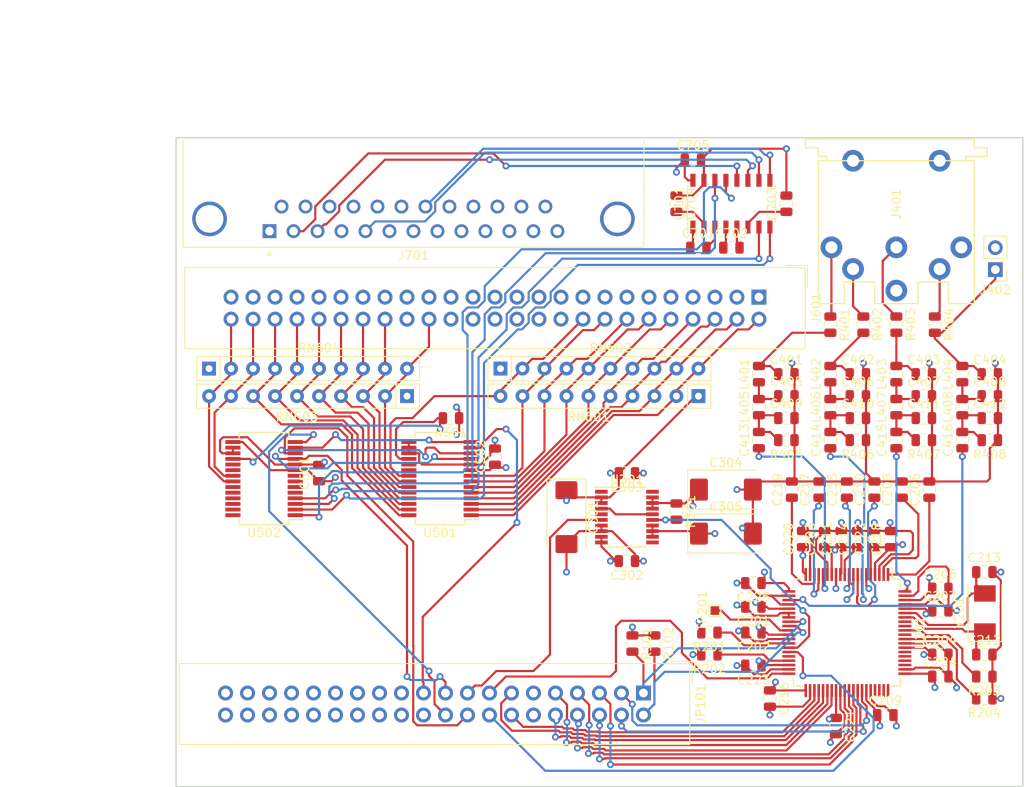
<source format=kicad_pcb>
(kicad_pcb (version 20171130) (host pcbnew "(5.0.0)")
  (layers (0 F_Signal.Cu signal) (1 In_GND.Cu power) (2 In_VCC.Cu power) (31 B_Signal.Cu signal) (34 B.Paste user) (35 F.Paste user) (36 B.SilkS user) (37 F.SilkS user) (38 B.Mask user) (39 F.Mask user) (44 Edge.Cuts user))
  (net 0 "")
  (net 1 GND)
  (net 2 +1V8D)
  (net 3 XTAL1)
  (net 4 XTAL2)
  (net 5 +3V3D)
  (net 6 +5V)
  (net 7 +3V3)
  (net 8 "/Video Digitizer/RGB_Red")
  (net 9 "/Video Digitizer/RGB_Green")
  (net 10 "/Video Digitizer/RGB_Blue")
  (net 11 "/Video Front-End/CVBS_Sync")
  (net 12 TxD)
  (net 13 RxD)
  (net 14 CTS)
  (net 15 DTR)
  (net 16 VideoD_Y0)
  (net 17 VideoD_Y1)
  (net 18 VideoD_Y2)
  (net 19 VideoD_Y3)
  (net 20 VideoD_Y4)
  (net 21 VideoD_Y5)
  (net 22 VideoD_Y6)
  (net 23 VideoD_Y7)
  (net 24 VideoD_Y8)
  (net 25 VideoD_Y9)
  (net 26 VideoD_DCLK)
  (net 27 VideoD_FSS)
  (net 28 VideoD_~RESET)
  (net 29 "/Power Supply/~RESET")
  (net 30 "/Player Control/SCSI-1 Interface/~DB0")
  (net 31 "/Player Control/SCSI-1 Interface/~DB1")
  (net 32 "/Player Control/SCSI-1 Interface/~DB2")
  (net 33 "/Player Control/SCSI-1 Interface/~DB3")
  (net 34 "/Player Control/SCSI-1 Interface/~DB4")
  (net 35 "/Player Control/SCSI-1 Interface/~DB5")
  (net 36 "/Player Control/SCSI-1 Interface/~DB6")
  (net 37 "/Player Control/SCSI-1 Interface/~DB7")
  (net 38 "/Player Control/SCSI-1 Interface/~PARITY")
  (net 39 "/Player Control/SCSI-1 Interface/~ATN")
  (net 40 "/Player Control/SCSI-1 Interface/~BSY")
  (net 41 "/Player Control/SCSI-1 Interface/~ACK")
  (net 42 "/Player Control/SCSI-1 Interface/~RST")
  (net 43 "/Player Control/SCSI-1 Interface/~MSG")
  (net 44 "/Player Control/SCSI-1 Interface/~SEL")
  (net 45 "/Player Control/SCSI-1 Interface/~C~D")
  (net 46 "/Player Control/SCSI-1 Interface/~REQ")
  (net 47 "/Player Control/SCSI-1 Interface/~I~O")
  (net 48 I2C_SCL)
  (net 49 I2C_SDA)
  (net 50 "/Player Control/RS232C Interface/RS232_CTS")
  (net 51 "/Player Control/RS232C Interface/RS232_RxD")
  (net 52 "/Player Control/RS232C Interface/RS232_DTR")
  (net 53 "/Player Control/RS232C Interface/RS232_TxD")
  (net 54 "Net-(C206-Pad1)")
  (net 55 "Net-(C208-Pad1)")
  (net 56 "Net-(C210-Pad1)")
  (net 57 "Net-(C215-Pad1)")
  (net 58 "Net-(C217-Pad1)")
  (net 59 "Net-(C219-Pad1)")
  (net 60 "Net-(C401-Pad1)")
  (net 61 "Net-(C402-Pad1)")
  (net 62 "Net-(C403-Pad1)")
  (net 63 "Net-(C404-Pad1)")
  (net 64 "Net-(C405-Pad1)")
  (net 65 "Net-(C406-Pad1)")
  (net 66 "Net-(C407-Pad1)")
  (net 67 "Net-(C408-Pad1)")
  (net 68 "Net-(C409-Pad1)")
  (net 69 "Net-(C410-Pad1)")
  (net 70 "Net-(C411-Pad1)")
  (net 71 "Net-(C412-Pad1)")
  (net 72 "Net-(C701-Pad1)")
  (net 73 "Net-(C701-Pad2)")
  (net 74 "Net-(C702-Pad2)")
  (net 75 "Net-(C702-Pad1)")
  (net 76 "Net-(C703-Pad1)")
  (net 77 "Net-(C704-Pad2)")
  (net 78 "Net-(J401-Pad1)")
  (net 79 "Net-(J401-Pad3)")
  (net 80 "Net-(J401-Pad4)")
  (net 81 "Net-(J401-Pad2)")
  (net 82 PC_SCK)
  (net 83 PC_~CS)
  (net 84 PC_SOut)
  (net 85 PC_SIn)
  (net 86 "Net-(R201-Pad1)")
  (net 87 "Net-(R202-Pad1)")
  (net 88 "Net-(R203-Pad2)")
  (net 89 "Net-(R204-Pad2)")
  (net 90 "Net-(R501-Pad2)")
  (net 91 "Net-(TP201-Pad1)")
  (net 92 "Net-(U301-Pad16)")
  (net 93 "Net-(U501-Pad14)")
  (module Capacitor_SMD:C_0805_2012Metric (layer F_Signal.Cu) (at 142.875 92.275001 180)
    (fp_text reference C201 (at 0 -1.65 180) (layer F.SilkS))
    (fp_text value 100nF)
    (pad 2 smd roundrect (at 0.9375 0 180) (size 0.975 1.4) (layers F_Signal.Cu F.Paste F.Mask) (net 1 GND))
    (pad 1 smd roundrect (at -0.9375 0 180) (size 0.975 1.4) (layers F_Signal.Cu F.Paste F.Mask) (net 2 +1V8D))
  )
  (module Capacitor_SMD:C_0805_2012Metric (layer F_Signal.Cu) (at 142.875 95.25 180)
    (fp_text reference C202 (at 0 -1.65 180) (layer F.SilkS))
    (fp_text value 100nF)
    (pad 1 smd roundrect (at -0.9375 0 180) (size 0.975 1.4) (layers F_Signal.Cu F.Paste F.Mask) (net 2 +1V8D))
    (pad 2 smd roundrect (at 0.9375 0 180) (size 0.975 1.4) (layers F_Signal.Cu F.Paste F.Mask) (net 1 GND))
  )
  (module Capacitor_SMD:C_0805_2012Metric (layer F_Signal.Cu) (at 151.13 84.455 90)
    (fp_text reference C203 (at 0 -1.65 90) (layer F.SilkS))
    (fp_text value 100nF)
    (pad 2 smd roundrect (at 0.9375 0 90) (size 0.975 1.4) (layers F_Signal.Cu F.Paste F.Mask) (net 1 GND))
    (pad 1 smd roundrect (at -0.9375 0 90) (size 0.975 1.4) (layers F_Signal.Cu F.Paste F.Mask) (net 2 +1V8D))
  )
  (module Capacitor_SMD:C_0805_2012Metric (layer F_Signal.Cu) (at 164.465 97.79)
    (fp_text reference C204 (at 0 -1.65) (layer F.SilkS))
    (fp_text value 100nF)
    (pad 2 smd roundrect (at 0.9375 0) (size 0.975 1.4) (layers F_Signal.Cu F.Paste F.Mask) (net 1 GND))
    (pad 1 smd roundrect (at -0.9375 0) (size 0.975 1.4) (layers F_Signal.Cu F.Paste F.Mask) (net 2 +1V8D))
  )
  (module Capacitor_SMD:C_0805_2012Metric (layer F_Signal.Cu) (at 164.465 90.17)
    (fp_text reference C205 (at 0 -1.65) (layer F.SilkS))
    (fp_text value 100nF)
    (pad 1 smd roundrect (at -0.9375 0) (size 0.975 1.4) (layers F_Signal.Cu F.Paste F.Mask) (net 2 +1V8D))
    (pad 2 smd roundrect (at 0.9375 0) (size 0.975 1.4) (layers F_Signal.Cu F.Paste F.Mask) (net 1 GND))
  )
  (module Capacitor_SMD:C_0805_2012Metric (layer F_Signal.Cu) (at 163.195 78.74 90)
    (fp_text reference C206 (at 0 -1.65 90) (layer F.SilkS))
    (fp_text value 100nF)
    (pad 1 smd roundrect (at -0.9375 0 90) (size 0.975 1.4) (layers F_Signal.Cu F.Paste F.Mask) (net 54 "Net-(C206-Pad1)"))
    (pad 2 smd roundrect (at 0.9375 0 90) (size 0.975 1.4) (layers F_Signal.Cu F.Paste F.Mask) (net 1 GND))
  )
  (module Capacitor_SMD:C_0805_2012Metric (layer F_Signal.Cu) (at 164.465 92.71)
    (fp_text reference C207 (at 0 -1.65) (layer F.SilkS))
    (fp_text value 100nF)
    (pad 1 smd roundrect (at -0.9375 0) (size 0.975 1.4) (layers F_Signal.Cu F.Paste F.Mask) (net 2 +1V8D))
    (pad 2 smd roundrect (at 0.9375 0) (size 0.975 1.4) (layers F_Signal.Cu F.Paste F.Mask) (net 1 GND))
  )
  (module Capacitor_SMD:C_0805_2012Metric (layer F_Signal.Cu) (at 160.02 78.74 90)
    (fp_text reference C208 (at 0 -1.65 90) (layer F.SilkS))
    (fp_text value 100nF)
    (pad 2 smd roundrect (at 0.9375 0 90) (size 0.975 1.4) (layers F_Signal.Cu F.Paste F.Mask) (net 1 GND))
    (pad 1 smd roundrect (at -0.9375 0 90) (size 0.975 1.4) (layers F_Signal.Cu F.Paste F.Mask) (net 55 "Net-(C208-Pad1)"))
  )
  (module Capacitor_SMD:C_0805_2012Metric (layer F_Signal.Cu) (at 158.115 104.775)
    (fp_text reference C209 (at 0 -1.65) (layer F.SilkS))
    (fp_text value 100nF)
    (pad 2 smd roundrect (at 0.9375 0) (size 0.975 1.4) (layers F_Signal.Cu F.Paste F.Mask) (net 1 GND))
    (pad 1 smd roundrect (at -0.9375 0) (size 0.975 1.4) (layers F_Signal.Cu F.Paste F.Mask) (net 2 +1V8D))
  )
  (module Capacitor_SMD:C_0805_2012Metric (layer F_Signal.Cu) (at 156.845 78.74 90)
    (fp_text reference C210 (at 0 -1.65 90) (layer F.SilkS))
    (fp_text value 100nF)
    (pad 1 smd roundrect (at -0.9375 0 90) (size 0.975 1.4) (layers F_Signal.Cu F.Paste F.Mask) (net 56 "Net-(C210-Pad1)"))
    (pad 2 smd roundrect (at 0.9375 0 90) (size 0.975 1.4) (layers F_Signal.Cu F.Paste F.Mask) (net 1 GND))
  )
  (module Capacitor_SMD:C_0805_2012Metric (layer F_Signal.Cu) (at 153.035 84.455 90)
    (fp_text reference C211 (at 0 -1.65 90) (layer F.SilkS))
    (fp_text value 100nF)
    (pad 2 smd roundrect (at 0.9375 0 90) (size 0.975 1.4) (layers F_Signal.Cu F.Paste F.Mask) (net 1 GND))
    (pad 1 smd roundrect (at -0.9375 0 90) (size 0.975 1.4) (layers F_Signal.Cu F.Paste F.Mask) (net 2 +1V8D))
  )
  (module Capacitor_SMD:C_0805_2012Metric (layer F_Signal.Cu) (at 169.545 97.79)
    (fp_text reference C212 (at 0 -1.65) (layer F.SilkS))
    (fp_text value 33pF)
    (pad 1 smd roundrect (at -0.9375 0) (size 0.975 1.4) (layers F_Signal.Cu F.Paste F.Mask) (net 3 XTAL1))
    (pad 2 smd roundrect (at 0.9375 0) (size 0.975 1.4) (layers F_Signal.Cu F.Paste F.Mask) (net 1 GND))
  )
  (module Capacitor_SMD:C_0805_2012Metric (layer F_Signal.Cu) (at 169.545 88.265)
    (fp_text reference C213 (at 0 -1.65) (layer F.SilkS))
    (fp_text value 33pF)
    (pad 2 smd roundrect (at 0.9375 0) (size 0.975 1.4) (layers F_Signal.Cu F.Paste F.Mask) (net 1 GND))
    (pad 1 smd roundrect (at -0.9375 0) (size 0.975 1.4) (layers F_Signal.Cu F.Paste F.Mask) (net 4 XTAL2))
  )
  (module Capacitor_SMD:C_0805_2012Metric (layer F_Signal.Cu) (at 154.94 84.455 90)
    (fp_text reference C214 (at 0 -1.65 90) (layer F.SilkS))
    (fp_text value 100nF)
    (pad 1 smd roundrect (at -0.9375 0 90) (size 0.975 1.4) (layers F_Signal.Cu F.Paste F.Mask) (net 2 +1V8D))
    (pad 2 smd roundrect (at 0.9375 0 90) (size 0.975 1.4) (layers F_Signal.Cu F.Paste F.Mask) (net 1 GND))
  )
  (module Capacitor_SMD:C_0805_2012Metric (layer F_Signal.Cu) (at 153.67 78.74 90)
    (fp_text reference C215 (at 0 -1.65 90) (layer F.SilkS))
    (fp_text value 100nF)
    (pad 2 smd roundrect (at 0.9375 0 90) (size 0.975 1.4) (layers F_Signal.Cu F.Paste F.Mask) (net 1 GND))
    (pad 1 smd roundrect (at -0.9375 0 90) (size 0.975 1.4) (layers F_Signal.Cu F.Paste F.Mask) (net 57 "Net-(C215-Pad1)"))
  )
  (module Capacitor_SMD:C_0805_2012Metric (layer F_Signal.Cu) (at 144.78 102.87 270)
    (fp_text reference C216 (at 0 -1.65 270) (layer F.SilkS))
    (fp_text value 100nF)
    (pad 2 smd roundrect (at 0.9375 0 270) (size 0.975 1.4) (layers F_Signal.Cu F.Paste F.Mask) (net 1 GND))
    (pad 1 smd roundrect (at -0.9375 0 270) (size 0.975 1.4) (layers F_Signal.Cu F.Paste F.Mask) (net 2 +1V8D))
  )
  (module Capacitor_SMD:C_0805_2012Metric (layer F_Signal.Cu) (at 150.495 78.74 90)
    (fp_text reference C217 (at 0 -1.65 90) (layer F.SilkS))
    (fp_text value 100nF)
    (pad 1 smd roundrect (at -0.9375 0 90) (size 0.975 1.4) (layers F_Signal.Cu F.Paste F.Mask) (net 58 "Net-(C217-Pad1)"))
    (pad 2 smd roundrect (at 0.9375 0 90) (size 0.975 1.4) (layers F_Signal.Cu F.Paste F.Mask) (net 1 GND))
  )
  (module Capacitor_SMD:C_0805_2012Metric (layer F_Signal.Cu) (at 158.75 84.455 90)
    (fp_text reference C218 (at 0 -1.65 90) (layer F.SilkS))
    (fp_text value 100nF)
    (pad 1 smd roundrect (at -0.9375 0 90) (size 0.975 1.4) (layers F_Signal.Cu F.Paste F.Mask) (net 5 +3V3D))
    (pad 2 smd roundrect (at 0.9375 0 90) (size 0.975 1.4) (layers F_Signal.Cu F.Paste F.Mask) (net 1 GND))
  )
  (module Capacitor_SMD:C_0805_2012Metric (layer F_Signal.Cu) (at 147.32 78.74 90)
    (fp_text reference C219 (at 0 -1.65 90) (layer F.SilkS))
    (fp_text value 100nF)
    (pad 2 smd roundrect (at 0.9375 0 90) (size 0.975 1.4) (layers F_Signal.Cu F.Paste F.Mask) (net 1 GND))
    (pad 1 smd roundrect (at -0.9375 0 90) (size 0.975 1.4) (layers F_Signal.Cu F.Paste F.Mask) (net 59 "Net-(C219-Pad1)"))
  )
  (module Capacitor_SMD:C_0805_2012Metric (layer F_Signal.Cu) (at 148.59 84.455 90)
    (fp_text reference C220 (at 0 -1.65 90) (layer F.SilkS))
    (fp_text value 100nF)
    (pad 2 smd roundrect (at 0.9375 0 90) (size 0.975 1.4) (layers F_Signal.Cu F.Paste F.Mask) (net 1 GND))
    (pad 1 smd roundrect (at -0.9375 0 90) (size 0.975 1.4) (layers F_Signal.Cu F.Paste F.Mask) (net 5 +3V3D))
  )
  (module Capacitor_SMD:C_0805_2012Metric (layer F_Signal.Cu) (at 152.4 106.045 270)
    (fp_text reference C221 (at 0 -1.65 270) (layer F.SilkS))
    (fp_text value 100nF)
    (pad 1 smd roundrect (at -0.9375 0 270) (size 0.975 1.4) (layers F_Signal.Cu F.Paste F.Mask) (net 5 +3V3D))
    (pad 2 smd roundrect (at 0.9375 0 270) (size 0.975 1.4) (layers F_Signal.Cu F.Paste F.Mask) (net 1 GND))
  )
  (module Capacitor_SMD:C_0805_2012Metric (layer F_Signal.Cu) (at 156.845 84.455 90)
    (fp_text reference C222 (at 0 -1.65 90) (layer F.SilkS))
    (fp_text value 100nF)
    (pad 2 smd roundrect (at 0.9375 0 90) (size 0.975 1.4) (layers F_Signal.Cu F.Paste F.Mask) (net 1 GND))
    (pad 1 smd roundrect (at -0.9375 0 90) (size 0.975 1.4) (layers F_Signal.Cu F.Paste F.Mask) (net 5 +3V3D))
  )
  (module Capacitor_SMD:C_0805_2012Metric (layer F_Signal.Cu) (at 142.875 99.06 180)
    (fp_text reference C223 (at 0 -1.65 180) (layer F.SilkS))
    (fp_text value 100nF)
    (pad 1 smd roundrect (at -0.9375 0 180) (size 0.975 1.4) (layers F_Signal.Cu F.Paste F.Mask) (net 5 +3V3D))
    (pad 2 smd roundrect (at 0.9375 0 180) (size 0.975 1.4) (layers F_Signal.Cu F.Paste F.Mask) (net 1 GND))
  )
  (module Capacitor_SMD:C_0805_2012Metric (layer F_Signal.Cu) (at 164.465 100.33)
    (fp_text reference C224 (at 0 -1.65) (layer F.SilkS))
    (fp_text value 100nF)
    (pad 2 smd roundrect (at 0.9375 0) (size 0.975 1.4) (layers F_Signal.Cu F.Paste F.Mask) (net 1 GND))
    (pad 1 smd roundrect (at -0.9375 0) (size 0.975 1.4) (layers F_Signal.Cu F.Paste F.Mask) (net 5 +3V3D))
  )
  (module Capacitor_SMD:C_0805_2012Metric (layer F_Signal.Cu) (at 142.875 89.535 180)
    (fp_text reference C225 (at 0 -1.65 180) (layer F.SilkS))
    (fp_text value 100nF)
    (pad 1 smd roundrect (at -0.9375 0 180) (size 0.975 1.4) (layers F_Signal.Cu F.Paste F.Mask) (net 5 +3V3D))
    (pad 2 smd roundrect (at 0.9375 0 180) (size 0.975 1.4) (layers F_Signal.Cu F.Paste F.Mask) (net 1 GND))
  )
  (module Capacitor_Tantalum_SMD:CP_EIA-7343-31_Kemet-D (layer F_Signal.Cu) (at 121.285 81.915 270)
    (fp_text reference C301 (at 0 -3.1 270) (layer F.SilkS))
    (fp_text value "47uF Tant")
    (pad 1 smd roundrect (at -3.1125 0 270) (size 2.075 2.55) (layers F_Signal.Cu F.Paste F.Mask) (roundrect_rratio 0.120482) (net 6 +5V))
    (pad 2 smd roundrect (at 3.1125 0 270) (size 2.075 2.55) (layers F_Signal.Cu F.Paste F.Mask) (roundrect_rratio 0.120482) (net 1 GND))
  )
  (module Capacitor_SMD:C_0805_2012Metric (layer F_Signal.Cu) (at 128.27 86.995 180)
    (fp_text reference C302 (at 0 -1.65 180) (layer F.SilkS))
    (fp_text value 100nF)
    (pad 1 smd roundrect (at -0.9375 0 180) (size 0.975 1.4) (layers F_Signal.Cu F.Paste F.Mask) (net 1 GND))
    (pad 2 smd roundrect (at 0.9375 0 180) (size 0.975 1.4) (layers F_Signal.Cu F.Paste F.Mask) (net 6 +5V))
  )
  (module Capacitor_SMD:C_0805_2012Metric (layer F_Signal.Cu) (at 128.27 76.835 180)
    (fp_text reference C303 (at 0 -1.65 180) (layer F.SilkS))
    (fp_text value 100nF)
    (pad 2 smd roundrect (at 0.9375 0 180) (size 0.975 1.4) (layers F_Signal.Cu F.Paste F.Mask) (net 6 +5V))
    (pad 1 smd roundrect (at -0.9375 0 180) (size 0.975 1.4) (layers F_Signal.Cu F.Paste F.Mask) (net 1 GND))
  )
  (module Capacitor_Tantalum_SMD:CP_EIA-7343-31_Kemet-D (layer F_Signal.Cu) (at 139.7 78.74)
    (fp_text reference C304 (at 0 -3.1) (layer F.SilkS))
    (fp_text value "10uF Tant")
    (pad 1 smd roundrect (at -3.1125 0) (size 2.075 2.55) (layers F_Signal.Cu F.Paste F.Mask) (roundrect_rratio 0.120482) (net 5 +3V3D))
    (pad 2 smd roundrect (at 3.1125 0) (size 2.075 2.55) (layers F_Signal.Cu F.Paste F.Mask) (roundrect_rratio 0.120482) (net 1 GND))
  )
  (module Capacitor_Tantalum_SMD:CP_EIA-7343-31_Kemet-D (layer F_Signal.Cu) (at 139.7 83.82)
    (fp_text reference C305 (at 0 -3.1) (layer F.SilkS))
    (fp_text value "10uF Tant")
    (pad 2 smd roundrect (at 3.1125 0) (size 2.075 2.55) (layers F_Signal.Cu F.Paste F.Mask) (roundrect_rratio 0.120482) (net 1 GND))
    (pad 1 smd roundrect (at -3.1125 0) (size 2.075 2.55) (layers F_Signal.Cu F.Paste F.Mask) (roundrect_rratio 0.120482) (net 2 +1V8D))
  )
  (module Capacitor_SMD:C_0805_2012Metric (layer F_Signal.Cu) (at 146.685 65.405)
    (fp_text reference C401 (at 0 -1.65) (layer F.SilkS))
    (fp_text value 330pF)
    (pad 1 smd roundrect (at -0.9375 0) (size 0.975 1.4) (layers F_Signal.Cu F.Paste F.Mask) (net 60 "Net-(C401-Pad1)"))
    (pad 2 smd roundrect (at 0.9375 0) (size 0.975 1.4) (layers F_Signal.Cu F.Paste F.Mask) (net 1 GND))
  )
  (module Capacitor_SMD:C_0805_2012Metric (layer F_Signal.Cu) (at 154.94 65.405)
    (fp_text reference C402 (at 0 -1.65) (layer F.SilkS))
    (fp_text value 330pF)
    (pad 2 smd roundrect (at 0.9375 0) (size 0.975 1.4) (layers F_Signal.Cu F.Paste F.Mask) (net 1 GND))
    (pad 1 smd roundrect (at -0.9375 0) (size 0.975 1.4) (layers F_Signal.Cu F.Paste F.Mask) (net 61 "Net-(C402-Pad1)"))
  )
  (module Capacitor_SMD:C_0805_2012Metric (layer F_Signal.Cu) (at 162.56 65.405)
    (fp_text reference C403 (at 0 -1.65) (layer F.SilkS))
    (fp_text value 330pF)
    (pad 1 smd roundrect (at -0.9375 0) (size 0.975 1.4) (layers F_Signal.Cu F.Paste F.Mask) (net 62 "Net-(C403-Pad1)"))
    (pad 2 smd roundrect (at 0.9375 0) (size 0.975 1.4) (layers F_Signal.Cu F.Paste F.Mask) (net 1 GND))
  )
  (module Capacitor_SMD:C_0805_2012Metric (layer F_Signal.Cu) (at 170.18 65.405)
    (fp_text reference C404 (at 0 -1.65) (layer F.SilkS))
    (fp_text value 330pF)
    (pad 1 smd roundrect (at -0.9375 0) (size 0.975 1.4) (layers F_Signal.Cu F.Paste F.Mask) (net 63 "Net-(C404-Pad1)"))
    (pad 2 smd roundrect (at 0.9375 0) (size 0.975 1.4) (layers F_Signal.Cu F.Paste F.Mask) (net 1 GND))
  )
  (module Capacitor_SMD:C_0805_2012Metric (layer F_Signal.Cu) (at 146.685 67.945)
    (fp_text reference C405 (at 0 -1.65) (layer F.SilkS))
    (fp_text value 680pF)
    (pad 2 smd roundrect (at 0.9375 0) (size 0.975 1.4) (layers F_Signal.Cu F.Paste F.Mask) (net 1 GND))
    (pad 1 smd roundrect (at -0.9375 0) (size 0.975 1.4) (layers F_Signal.Cu F.Paste F.Mask) (net 64 "Net-(C405-Pad1)"))
  )
  (module Capacitor_SMD:C_0805_2012Metric (layer F_Signal.Cu) (at 154.94 67.945)
    (fp_text reference C406 (at 0 -1.65) (layer F.SilkS))
    (fp_text value 680pF)
    (pad 2 smd roundrect (at 0.9375 0) (size 0.975 1.4) (layers F_Signal.Cu F.Paste F.Mask) (net 1 GND))
    (pad 1 smd roundrect (at -0.9375 0) (size 0.975 1.4) (layers F_Signal.Cu F.Paste F.Mask) (net 65 "Net-(C406-Pad1)"))
  )
  (module Capacitor_SMD:C_0805_2012Metric (layer F_Signal.Cu) (at 162.56 67.945)
    (fp_text reference C407 (at 0 -1.65) (layer F.SilkS))
    (fp_text value 680pF)
    (pad 1 smd roundrect (at -0.9375 0) (size 0.975 1.4) (layers F_Signal.Cu F.Paste F.Mask) (net 66 "Net-(C407-Pad1)"))
    (pad 2 smd roundrect (at 0.9375 0) (size 0.975 1.4) (layers F_Signal.Cu F.Paste F.Mask) (net 1 GND))
  )
  (module Capacitor_SMD:C_0805_2012Metric (layer F_Signal.Cu) (at 170.18 67.945)
    (fp_text reference C408 (at 0 -1.65) (layer F.SilkS))
    (fp_text value 680pF)
    (pad 2 smd roundrect (at 0.9375 0) (size 0.975 1.4) (layers F_Signal.Cu F.Paste F.Mask) (net 1 GND))
    (pad 1 smd roundrect (at -0.9375 0) (size 0.975 1.4) (layers F_Signal.Cu F.Paste F.Mask) (net 67 "Net-(C408-Pad1)"))
  )
  (module Capacitor_SMD:C_0805_2012Metric (layer F_Signal.Cu) (at 146.685 70.485)
    (fp_text reference C409 (at 0 -1.65) (layer F.SilkS))
    (fp_text value 330pF)
    (pad 1 smd roundrect (at -0.9375 0) (size 0.975 1.4) (layers F_Signal.Cu F.Paste F.Mask) (net 68 "Net-(C409-Pad1)"))
    (pad 2 smd roundrect (at 0.9375 0) (size 0.975 1.4) (layers F_Signal.Cu F.Paste F.Mask) (net 1 GND))
  )
  (module Capacitor_SMD:C_0805_2012Metric (layer F_Signal.Cu) (at 154.94 70.485)
    (fp_text reference C410 (at 0 -1.65) (layer F.SilkS))
    (fp_text value 330pF)
    (pad 2 smd roundrect (at 0.9375 0) (size 0.975 1.4) (layers F_Signal.Cu F.Paste F.Mask) (net 1 GND))
    (pad 1 smd roundrect (at -0.9375 0) (size 0.975 1.4) (layers F_Signal.Cu F.Paste F.Mask) (net 69 "Net-(C410-Pad1)"))
  )
  (module Capacitor_SMD:C_0805_2012Metric (layer F_Signal.Cu) (at 162.56 70.485)
    (fp_text reference C411 (at 0 -1.65) (layer F.SilkS))
    (fp_text value 330pF)
    (pad 2 smd roundrect (at 0.9375 0) (size 0.975 1.4) (layers F_Signal.Cu F.Paste F.Mask) (net 1 GND))
    (pad 1 smd roundrect (at -0.9375 0) (size 0.975 1.4) (layers F_Signal.Cu F.Paste F.Mask) (net 70 "Net-(C411-Pad1)"))
  )
  (module Capacitor_SMD:C_0805_2012Metric (layer F_Signal.Cu) (at 170.18 70.485)
    (fp_text reference C412 (at 0 -1.65) (layer F.SilkS))
    (fp_text value 330pF)
    (pad 1 smd roundrect (at -0.9375 0) (size 0.975 1.4) (layers F_Signal.Cu F.Paste F.Mask) (net 71 "Net-(C412-Pad1)"))
    (pad 2 smd roundrect (at 0.9375 0) (size 0.975 1.4) (layers F_Signal.Cu F.Paste F.Mask) (net 1 GND))
  )
  (module Capacitor_SMD:C_0805_2012Metric (layer F_Signal.Cu) (at 143.51 73.025 90)
    (fp_text reference C413 (at 0 -1.65 90) (layer F.SilkS))
    (fp_text value 100nF)
    (pad 1 smd roundrect (at -0.9375 0 90) (size 0.975 1.4) (layers F_Signal.Cu F.Paste F.Mask) (net 8 "/Video Digitizer/RGB_Red"))
    (pad 2 smd roundrect (at 0.9375 0 90) (size 0.975 1.4) (layers F_Signal.Cu F.Paste F.Mask) (net 68 "Net-(C409-Pad1)"))
  )
  (module Capacitor_SMD:C_0805_2012Metric (layer F_Signal.Cu) (at 151.765 73.025 90)
    (fp_text reference C414 (at 0 -1.65 90) (layer F.SilkS))
    (fp_text value 100nF)
    (pad 2 smd roundrect (at 0.9375 0 90) (size 0.975 1.4) (layers F_Signal.Cu F.Paste F.Mask) (net 69 "Net-(C410-Pad1)"))
    (pad 1 smd roundrect (at -0.9375 0 90) (size 0.975 1.4) (layers F_Signal.Cu F.Paste F.Mask) (net 9 "/Video Digitizer/RGB_Green"))
  )
  (module Capacitor_SMD:C_0805_2012Metric (layer F_Signal.Cu) (at 159.385 73.025 90)
    (fp_text reference C415 (at 0 -1.65 90) (layer F.SilkS))
    (fp_text value 100nF)
    (pad 1 smd roundrect (at -0.9375 0 90) (size 0.975 1.4) (layers F_Signal.Cu F.Paste F.Mask) (net 10 "/Video Digitizer/RGB_Blue"))
    (pad 2 smd roundrect (at 0.9375 0 90) (size 0.975 1.4) (layers F_Signal.Cu F.Paste F.Mask) (net 70 "Net-(C411-Pad1)"))
  )
  (module Capacitor_SMD:C_0805_2012Metric (layer F_Signal.Cu) (at 167.005 73.025 90)
    (fp_text reference C416 (at 0 -1.65 90) (layer F.SilkS))
    (fp_text value 100nF)
    (pad 2 smd roundrect (at 0.9375 0 90) (size 0.975 1.4) (layers F_Signal.Cu F.Paste F.Mask) (net 71 "Net-(C412-Pad1)"))
    (pad 1 smd roundrect (at -0.9375 0 90) (size 0.975 1.4) (layers F_Signal.Cu F.Paste F.Mask) (net 11 "/Video Front-End/CVBS_Sync"))
  )
  (module Capacitor_SMD:C_0805_2012Metric (layer F_Signal.Cu) (at 92.71 76.835 90)
    (fp_text reference C501 (at 0 -1.65 90) (layer F.SilkS))
    (fp_text value 100nF)
    (pad 1 smd roundrect (at -0.9375 0 90) (size 0.975 1.4) (layers F_Signal.Cu F.Paste F.Mask) (net 7 +3V3))
    (pad 2 smd roundrect (at 0.9375 0 90) (size 0.975 1.4) (layers F_Signal.Cu F.Paste F.Mask) (net 1 GND))
  )
  (module Capacitor_SMD:C_0805_2012Metric (layer F_Signal.Cu) (at 113.03 74.93 90)
    (fp_text reference C502 (at 0 -1.65 90) (layer F.SilkS))
    (fp_text value 100nF)
    (pad 2 smd roundrect (at 0.9375 0 90) (size 0.975 1.4) (layers F_Signal.Cu F.Paste F.Mask) (net 1 GND))
    (pad 1 smd roundrect (at -0.9375 0 90) (size 0.975 1.4) (layers F_Signal.Cu F.Paste F.Mask) (net 7 +3V3))
  )
  (module Capacitor_SMD:C_0805_2012Metric (layer F_Signal.Cu) (at 136.525 50.8)
    (fp_text reference C701 (at 0 -1.65) (layer F.SilkS))
    (fp_text value 100nF)
    (pad 1 smd roundrect (at -0.9375 0) (size 0.975 1.4) (layers F_Signal.Cu F.Paste F.Mask) (net 72 "Net-(C701-Pad1)"))
    (pad 2 smd roundrect (at 0.9375 0) (size 0.975 1.4) (layers F_Signal.Cu F.Paste F.Mask) (net 73 "Net-(C701-Pad2)"))
  )
  (module Capacitor_SMD:C_0805_2012Metric (layer F_Signal.Cu) (at 140.335 50.8)
    (fp_text reference C702 (at 0 -1.65) (layer F.SilkS))
    (fp_text value 100nF)
    (pad 2 smd roundrect (at 0.9375 0) (size 0.975 1.4) (layers F_Signal.Cu F.Paste F.Mask) (net 74 "Net-(C702-Pad2)"))
    (pad 1 smd roundrect (at -0.9375 0) (size 0.975 1.4) (layers F_Signal.Cu F.Paste F.Mask) (net 75 "Net-(C702-Pad1)"))
  )
  (module Capacitor_SMD:C_0805_2012Metric (layer F_Signal.Cu) (at 146.685 45.72 90)
    (fp_text reference C703 (at 0 -1.65 90) (layer F.SilkS))
    (fp_text value 100nF)
    (pad 2 smd roundrect (at 0.9375 0 90) (size 0.975 1.4) (layers F_Signal.Cu F.Paste F.Mask) (net 1 GND))
    (pad 1 smd roundrect (at -0.9375 0 90) (size 0.975 1.4) (layers F_Signal.Cu F.Paste F.Mask) (net 76 "Net-(C703-Pad1)"))
  )
  (module Capacitor_SMD:C_0805_2012Metric (layer F_Signal.Cu) (at 133.985 45.72 270)
    (fp_text reference C704 (at 0 -1.65 270) (layer F.SilkS))
    (fp_text value 100nF)
    (pad 1 smd roundrect (at -0.9375 0 270) (size 0.975 1.4) (layers F_Signal.Cu F.Paste F.Mask) (net 1 GND))
    (pad 2 smd roundrect (at 0.9375 0 270) (size 0.975 1.4) (layers F_Signal.Cu F.Paste F.Mask) (net 77 "Net-(C704-Pad2)"))
  )
  (module Capacitor_SMD:C_0805_2012Metric (layer F_Signal.Cu) (at 135.89 40.64)
    (fp_text reference C705 (at 0 -1.65) (layer F.SilkS))
    (fp_text value 100nF)
    (pad 1 smd roundrect (at -0.9375 0) (size 0.975 1.4) (layers F_Signal.Cu F.Paste F.Mask) (net 7 +3V3))
    (pad 2 smd roundrect (at 0.9375 0) (size 0.975 1.4) (layers F_Signal.Cu F.Paste F.Mask) (net 1 GND))
  )
  (module "LocalFootprints:6P DIN Socket RS Pro" (layer F_Signal.Cu) (at 159.385 48.26 270)
    (fp_text reference J401 (at -2.5 0 270) (layer F.SilkS))
    (fp_text value "BBC Master RGB")
    (pad 8 thru_hole circle (at -7.5 -5 270) (size 2.5 2.5) (drill 1.4) (layers *.Cu *.Mask) (net 1 GND))
    (pad 7 thru_hole circle (at -7.5 5 270) (size 2.5 2.5) (drill 1.4) (layers *.Cu *.Mask) (net 1 GND))
    (pad 1 thru_hole circle (at 2.5 7.5 270) (size 2.5 2.5) (drill 1.4) (layers *.Cu *.Mask) (net 78 "Net-(J401-Pad1)"))
    (pad 3 thru_hole circle (at 2.5 0 270) (size 2.5 2.5) (drill 1.4) (layers *.Cu *.Mask) (net 79 "Net-(J401-Pad3)"))
    (pad 5 thru_hole circle (at 2.5 -7.5 270) (size 2.5 2.5) (drill 1.4) (layers *.Cu *.Mask) (net 1 GND))
    (pad 4 thru_hole circle (at 5 -5 270) (size 2.5 2.5) (drill 1.4) (layers *.Cu *.Mask) (net 80 "Net-(J401-Pad4)"))
    (pad 2 thru_hole circle (at 5 5 270) (size 2.5 2.5) (drill 1.4) (layers *.Cu *.Mask) (net 81 "Net-(J401-Pad2)"))
    (pad 6 thru_hole circle (at 7.5 0 270) (size 2.5 2.5) (drill 1.4) (layers *.Cu *.Mask))
  )
  (module Connector_PinHeader_2.54mm:PinHeader_1x02_P2.54mm_Vertical (layer F_Signal.Cu) (at 170.815 53.34 180)
    (fp_text reference J402 (at 0 -2.33 180) (layer F.SilkS))
    (fp_text value "CVBS in")
    (pad 1 thru_hole rect (at 0 0 180) (size 1.7 1.7) (drill 1) (layers *.Cu *.Mask) (net 63 "Net-(C404-Pad1)"))
    (pad 2 thru_hole oval (at 0 2.54 180) (size 1.7 1.7) (drill 1) (layers *.Cu *.Mask) (net 1 GND))
  )
  (module Connector_IDC:IDC-Header_2x25_P2.54mm_Vertical (layer F_Signal.Cu) (at 143.51 56.515 270)
    (fp_text reference J601 (at 1.27 -6.604 270) (layer F.SilkS))
    (fp_text value "SCSI-1 IDC")
    (pad 1 thru_hole rect (at 0 0 270) (size 1.7272 1.7272) (drill 1.016) (layers *.Cu *.Mask) (net 1 GND))
    (pad 2 thru_hole oval (at 2.54 0 270) (size 1.7272 1.7272) (drill 1.016) (layers *.Cu *.Mask) (net 30 "/Player Control/SCSI-1 Interface/~DB0"))
    (pad 3 thru_hole oval (at 0 2.54 270) (size 1.7272 1.7272) (drill 1.016) (layers *.Cu *.Mask) (net 1 GND))
    (pad 4 thru_hole oval (at 2.54 2.54 270) (size 1.7272 1.7272) (drill 1.016) (layers *.Cu *.Mask) (net 31 "/Player Control/SCSI-1 Interface/~DB1"))
    (pad 5 thru_hole oval (at 0 5.08 270) (size 1.7272 1.7272) (drill 1.016) (layers *.Cu *.Mask) (net 1 GND))
    (pad 6 thru_hole oval (at 2.54 5.08 270) (size 1.7272 1.7272) (drill 1.016) (layers *.Cu *.Mask) (net 32 "/Player Control/SCSI-1 Interface/~DB2"))
    (pad 7 thru_hole oval (at 0 7.62 270) (size 1.7272 1.7272) (drill 1.016) (layers *.Cu *.Mask) (net 1 GND))
    (pad 8 thru_hole oval (at 2.54 7.62 270) (size 1.7272 1.7272) (drill 1.016) (layers *.Cu *.Mask) (net 33 "/Player Control/SCSI-1 Interface/~DB3"))
    (pad 9 thru_hole oval (at 0 10.16 270) (size 1.7272 1.7272) (drill 1.016) (layers *.Cu *.Mask) (net 1 GND))
    (pad 10 thru_hole oval (at 2.54 10.16 270) (size 1.7272 1.7272) (drill 1.016) (layers *.Cu *.Mask) (net 34 "/Player Control/SCSI-1 Interface/~DB4"))
    (pad 11 thru_hole oval (at 0 12.7 270) (size 1.7272 1.7272) (drill 1.016) (layers *.Cu *.Mask) (net 1 GND))
    (pad 12 thru_hole oval (at 2.54 12.7 270) (size 1.7272 1.7272) (drill 1.016) (layers *.Cu *.Mask) (net 35 "/Player Control/SCSI-1 Interface/~DB5"))
    (pad 13 thru_hole oval (at 0 15.24 270) (size 1.7272 1.7272) (drill 1.016) (layers *.Cu *.Mask) (net 1 GND))
    (pad 14 thru_hole oval (at 2.54 15.24 270) (size 1.7272 1.7272) (drill 1.016) (layers *.Cu *.Mask) (net 36 "/Player Control/SCSI-1 Interface/~DB6"))
    (pad 15 thru_hole oval (at 0 17.78 270) (size 1.7272 1.7272) (drill 1.016) (layers *.Cu *.Mask) (net 1 GND))
    (pad 16 thru_hole oval (at 2.54 17.78 270) (size 1.7272 1.7272) (drill 1.016) (layers *.Cu *.Mask) (net 37 "/Player Control/SCSI-1 Interface/~DB7"))
    (pad 17 thru_hole oval (at 0 20.32 270) (size 1.7272 1.7272) (drill 1.016) (layers *.Cu *.Mask) (net 1 GND))
    (pad 18 thru_hole oval (at 2.54 20.32 270) (size 1.7272 1.7272) (drill 1.016) (layers *.Cu *.Mask) (net 38 "/Player Control/SCSI-1 Interface/~PARITY"))
    (pad 19 thru_hole oval (at 0 22.86 270) (size 1.7272 1.7272) (drill 1.016) (layers *.Cu *.Mask) (net 1 GND))
    (pad 20 thru_hole oval (at 2.54 22.86 270) (size 1.7272 1.7272) (drill 1.016) (layers *.Cu *.Mask) (net 1 GND))
    (pad 21 thru_hole oval (at 0 25.4 270) (size 1.7272 1.7272) (drill 1.016) (layers *.Cu *.Mask) (net 1 GND))
    (pad 22 thru_hole oval (at 2.54 25.4 270) (size 1.7272 1.7272) (drill 1.016) (layers *.Cu *.Mask) (net 1 GND))
    (pad 23 thru_hole oval (at 0 27.94 270) (size 1.7272 1.7272) (drill 1.016) (layers *.Cu *.Mask) (net 1 GND))
    (pad 24 thru_hole oval (at 2.54 27.94 270) (size 1.7272 1.7272) (drill 1.016) (layers *.Cu *.Mask) (net 1 GND))
    (pad 25 thru_hole oval (at 0 30.48 270) (size 1.7272 1.7272) (drill 1.016) (layers *.Cu *.Mask) (net 1 GND))
    (pad 26 thru_hole oval (at 2.54 30.48 270) (size 1.7272 1.7272) (drill 1.016) (layers *.Cu *.Mask))
    (pad 27 thru_hole oval (at 0 33.02 270) (size 1.7272 1.7272) (drill 1.016) (layers *.Cu *.Mask) (net 1 GND))
    (pad 28 thru_hole oval (at 2.54 33.02 270) (size 1.7272 1.7272) (drill 1.016) (layers *.Cu *.Mask) (net 1 GND))
    (pad 29 thru_hole oval (at 0 35.56 270) (size 1.7272 1.7272) (drill 1.016) (layers *.Cu *.Mask) (net 1 GND))
    (pad 30 thru_hole oval (at 2.54 35.56 270) (size 1.7272 1.7272) (drill 1.016) (layers *.Cu *.Mask) (net 1 GND))
    (pad 31 thru_hole oval (at 0 38.1 270) (size 1.7272 1.7272) (drill 1.016) (layers *.Cu *.Mask) (net 1 GND))
    (pad 32 thru_hole oval (at 2.54 38.1 270) (size 1.7272 1.7272) (drill 1.016) (layers *.Cu *.Mask) (net 39 "/Player Control/SCSI-1 Interface/~ATN"))
    (pad 33 thru_hole oval (at 0 40.64 270) (size 1.7272 1.7272) (drill 1.016) (layers *.Cu *.Mask) (net 1 GND))
    (pad 34 thru_hole oval (at 2.54 40.64 270) (size 1.7272 1.7272) (drill 1.016) (layers *.Cu *.Mask))
    (pad 35 thru_hole oval (at 0 43.18 270) (size 1.7272 1.7272) (drill 1.016) (layers *.Cu *.Mask) (net 1 GND))
    (pad 36 thru_hole oval (at 2.54 43.18 270) (size 1.7272 1.7272) (drill 1.016) (layers *.Cu *.Mask) (net 40 "/Player Control/SCSI-1 Interface/~BSY"))
    (pad 37 thru_hole oval (at 0 45.72 270) (size 1.7272 1.7272) (drill 1.016) (layers *.Cu *.Mask) (net 1 GND))
    (pad 38 thru_hole oval (at 2.54 45.72 270) (size 1.7272 1.7272) (drill 1.016) (layers *.Cu *.Mask) (net 41 "/Player Control/SCSI-1 Interface/~ACK"))
    (pad 39 thru_hole oval (at 0 48.26 270) (size 1.7272 1.7272) (drill 1.016) (layers *.Cu *.Mask) (net 1 GND))
    (pad 40 thru_hole oval (at 2.54 48.26 270) (size 1.7272 1.7272) (drill 1.016) (layers *.Cu *.Mask) (net 42 "/Player Control/SCSI-1 Interface/~RST"))
    (pad 41 thru_hole oval (at 0 50.8 270) (size 1.7272 1.7272) (drill 1.016) (layers *.Cu *.Mask) (net 1 GND))
    (pad 42 thru_hole oval (at 2.54 50.8 270) (size 1.7272 1.7272) (drill 1.016) (layers *.Cu *.Mask) (net 43 "/Player Control/SCSI-1 Interface/~MSG"))
    (pad 43 thru_hole oval (at 0 53.34 270) (size 1.7272 1.7272) (drill 1.016) (layers *.Cu *.Mask) (net 1 GND))
    (pad 44 thru_hole oval (at 2.54 53.34 270) (size 1.7272 1.7272) (drill 1.016) (layers *.Cu *.Mask) (net 44 "/Player Control/SCSI-1 Interface/~SEL"))
    (pad 45 thru_hole oval (at 0 55.88 270) (size 1.7272 1.7272) (drill 1.016) (layers *.Cu *.Mask) (net 1 GND))
    (pad 46 thru_hole oval (at 2.54 55.88 270) (size 1.7272 1.7272) (drill 1.016) (layers *.Cu *.Mask) (net 45 "/Player Control/SCSI-1 Interface/~C~D"))
    (pad 47 thru_hole oval (at 0 58.42 270) (size 1.7272 1.7272) (drill 1.016) (layers *.Cu *.Mask) (net 1 GND))
    (pad 48 thru_hole oval (at 2.54 58.42 270) (size 1.7272 1.7272) (drill 1.016) (layers *.Cu *.Mask) (net 46 "/Player Control/SCSI-1 Interface/~REQ"))
    (pad 49 thru_hole oval (at 0 60.96 270) (size 1.7272 1.7272) (drill 1.016) (layers *.Cu *.Mask) (net 1 GND))
    (pad 50 thru_hole oval (at 2.54 60.96 270) (size 1.7272 1.7272) (drill 1.016) (layers *.Cu *.Mask) (net 47 "/Player Control/SCSI-1 Interface/~I~O"))
  )
  (module Connector_Dsub:DSUB-25_Female_Horizontal_P2.77x2.84mm_EdgePinOffset7.70mm_Housed_MountingHolesOffset9.12mm (layer F_Signal.Cu) (at 86.995 48.895 180)
    (fp_text reference J701 (at -16.62 -2.8 180) (layer F.SilkS))
    (fp_text value "RS232C DCE")
    (pad 1 thru_hole rect (at 0 0 180) (size 1.6 1.6) (drill 1) (layers *.Cu *.Mask))
    (pad 2 thru_hole circle (at -2.77 0 180) (size 1.6 1.6) (drill 1) (layers *.Cu *.Mask) (net 12 TxD))
    (pad 3 thru_hole circle (at -5.54 0 180) (size 1.6 1.6) (drill 1) (layers *.Cu *.Mask) (net 13 RxD))
    (pad 4 thru_hole circle (at -8.31 0 180) (size 1.6 1.6) (drill 1) (layers *.Cu *.Mask))
    (pad 5 thru_hole circle (at -11.08 0 180) (size 1.6 1.6) (drill 1) (layers *.Cu *.Mask) (net 14 CTS))
    (pad 6 thru_hole circle (at -13.85 0 180) (size 1.6 1.6) (drill 1) (layers *.Cu *.Mask))
    (pad 7 thru_hole circle (at -16.62 0 180) (size 1.6 1.6) (drill 1) (layers *.Cu *.Mask) (net 1 GND))
    (pad 8 thru_hole circle (at -19.39 0 180) (size 1.6 1.6) (drill 1) (layers *.Cu *.Mask))
    (pad 9 thru_hole circle (at -22.16 0 180) (size 1.6 1.6) (drill 1) (layers *.Cu *.Mask))
    (pad 10 thru_hole circle (at -24.93 0 180) (size 1.6 1.6) (drill 1) (layers *.Cu *.Mask))
    (pad 11 thru_hole circle (at -27.7 0 180) (size 1.6 1.6) (drill 1) (layers *.Cu *.Mask))
    (pad 12 thru_hole circle (at -30.47 0 180) (size 1.6 1.6) (drill 1) (layers *.Cu *.Mask))
    (pad 13 thru_hole circle (at -33.24 0 180) (size 1.6 1.6) (drill 1) (layers *.Cu *.Mask))
    (pad 14 thru_hole circle (at -1.385 2.84 180) (size 1.6 1.6) (drill 1) (layers *.Cu *.Mask))
    (pad 15 thru_hole circle (at -4.155 2.84 180) (size 1.6 1.6) (drill 1) (layers *.Cu *.Mask))
    (pad 16 thru_hole circle (at -6.925 2.84 180) (size 1.6 1.6) (drill 1) (layers *.Cu *.Mask))
    (pad 17 thru_hole circle (at -9.695 2.84 180) (size 1.6 1.6) (drill 1) (layers *.Cu *.Mask))
    (pad 18 thru_hole circle (at -12.465 2.84 180) (size 1.6 1.6) (drill 1) (layers *.Cu *.Mask))
    (pad 19 thru_hole circle (at -15.235 2.84 180) (size 1.6 1.6) (drill 1) (layers *.Cu *.Mask))
    (pad 20 thru_hole circle (at -18.005 2.84 180) (size 1.6 1.6) (drill 1) (layers *.Cu *.Mask) (net 15 DTR))
    (pad 21 thru_hole circle (at -20.775 2.84 180) (size 1.6 1.6) (drill 1) (layers *.Cu *.Mask))
    (pad 22 thru_hole circle (at -23.545 2.84 180) (size 1.6 1.6) (drill 1) (layers *.Cu *.Mask))
    (pad 23 thru_hole circle (at -26.315 2.84 180) (size 1.6 1.6) (drill 1) (layers *.Cu *.Mask))
    (pad 24 thru_hole circle (at -29.085 2.84 180) (size 1.6 1.6) (drill 1) (layers *.Cu *.Mask))
    (pad 25 thru_hole circle (at -31.855 2.84 180) (size 1.6 1.6) (drill 1) (layers *.Cu *.Mask))
    (pad 0 thru_hole circle (at -40.17 1.42 180) (size 4 4) (drill 3.2) (layers *.Cu *.Mask) (net 1 GND))
    (pad 0 thru_hole circle (at 6.93 1.42 180) (size 4 4) (drill 3.2) (layers *.Cu *.Mask) (net 1 GND))
  )
  (module Connector_IDC:IDC-Header_2x20_P2.54mm_Vertical (layer F_Signal.Cu) (at 130.175 102.235 270)
    (fp_text reference JP101 (at 1.27 -6.604 270) (layer F.SilkS))
    (fp_text value GPIO_0)
    (pad 1 thru_hole rect (at 0 0 270) (size 1.7272 1.7272) (drill 1.016) (layers *.Cu *.Mask) (net 48 I2C_SCL))
    (pad 2 thru_hole oval (at 2.54 0 270) (size 1.7272 1.7272) (drill 1.016) (layers *.Cu *.Mask) (net 49 I2C_SDA))
    (pad 3 thru_hole oval (at 0 2.54 270) (size 1.7272 1.7272) (drill 1.016) (layers *.Cu *.Mask) (net 16 VideoD_Y0))
    (pad 4 thru_hole oval (at 2.54 2.54 270) (size 1.7272 1.7272) (drill 1.016) (layers *.Cu *.Mask) (net 17 VideoD_Y1))
    (pad 5 thru_hole oval (at 0 5.08 270) (size 1.7272 1.7272) (drill 1.016) (layers *.Cu *.Mask) (net 18 VideoD_Y2))
    (pad 6 thru_hole oval (at 2.54 5.08 270) (size 1.7272 1.7272) (drill 1.016) (layers *.Cu *.Mask) (net 19 VideoD_Y3))
    (pad 7 thru_hole oval (at 0 7.62 270) (size 1.7272 1.7272) (drill 1.016) (layers *.Cu *.Mask) (net 20 VideoD_Y4))
    (pad 8 thru_hole oval (at 2.54 7.62 270) (size 1.7272 1.7272) (drill 1.016) (layers *.Cu *.Mask) (net 21 VideoD_Y5))
    (pad 9 thru_hole oval (at 0 10.16 270) (size 1.7272 1.7272) (drill 1.016) (layers *.Cu *.Mask) (net 22 VideoD_Y6))
    (pad 10 thru_hole oval (at 2.54 10.16 270) (size 1.7272 1.7272) (drill 1.016) (layers *.Cu *.Mask) (net 23 VideoD_Y7))
    (pad 11 thru_hole oval (at 0 12.7 270) (size 1.7272 1.7272) (drill 1.016) (layers *.Cu *.Mask) (net 6 +5V))
    (pad 12 thru_hole oval (at 2.54 12.7 270) (size 1.7272 1.7272) (drill 1.016) (layers *.Cu *.Mask) (net 1 GND))
    (pad 13 thru_hole oval (at 0 15.24 270) (size 1.7272 1.7272) (drill 1.016) (layers *.Cu *.Mask) (net 24 VideoD_Y8))
    (pad 14 thru_hole oval (at 2.54 15.24 270) (size 1.7272 1.7272) (drill 1.016) (layers *.Cu *.Mask) (net 25 VideoD_Y9))
    (pad 15 thru_hole oval (at 0 17.78 270) (size 1.7272 1.7272) (drill 1.016) (layers *.Cu *.Mask) (net 26 VideoD_DCLK))
    (pad 16 thru_hole oval (at 2.54 17.78 270) (size 1.7272 1.7272) (drill 1.016) (layers *.Cu *.Mask) (net 27 VideoD_FSS))
    (pad 17 thru_hole oval (at 0 20.32 270) (size 1.7272 1.7272) (drill 1.016) (layers *.Cu *.Mask) (net 28 VideoD_~RESET))
    (pad 18 thru_hole oval (at 2.54 20.32 270) (size 1.7272 1.7272) (drill 1.016) (layers *.Cu *.Mask) (net 82 PC_SCK))
    (pad 19 thru_hole oval (at 0 22.86 270) (size 1.7272 1.7272) (drill 1.016) (layers *.Cu *.Mask) (net 83 PC_~CS))
    (pad 20 thru_hole oval (at 2.54 22.86 270) (size 1.7272 1.7272) (drill 1.016) (layers *.Cu *.Mask) (net 84 PC_SOut))
    (pad 21 thru_hole oval (at 0 25.4 270) (size 1.7272 1.7272) (drill 1.016) (layers *.Cu *.Mask) (net 85 PC_SIn))
    (pad 22 thru_hole oval (at 2.54 25.4 270) (size 1.7272 1.7272) (drill 1.016) (layers *.Cu *.Mask))
    (pad 23 thru_hole oval (at 0 27.94 270) (size 1.7272 1.7272) (drill 1.016) (layers *.Cu *.Mask))
    (pad 24 thru_hole oval (at 2.54 27.94 270) (size 1.7272 1.7272) (drill 1.016) (layers *.Cu *.Mask))
    (pad 25 thru_hole oval (at 0 30.48 270) (size 1.7272 1.7272) (drill 1.016) (layers *.Cu *.Mask))
    (pad 26 thru_hole oval (at 2.54 30.48 270) (size 1.7272 1.7272) (drill 1.016) (layers *.Cu *.Mask))
    (pad 27 thru_hole oval (at 0 33.02 270) (size 1.7272 1.7272) (drill 1.016) (layers *.Cu *.Mask))
    (pad 28 thru_hole oval (at 2.54 33.02 270) (size 1.7272 1.7272) (drill 1.016) (layers *.Cu *.Mask))
    (pad 29 thru_hole oval (at 0 35.56 270) (size 1.7272 1.7272) (drill 1.016) (layers *.Cu *.Mask) (net 7 +3V3))
    (pad 30 thru_hole oval (at 2.54 35.56 270) (size 1.7272 1.7272) (drill 1.016) (layers *.Cu *.Mask) (net 1 GND))
    (pad 31 thru_hole oval (at 0 38.1 270) (size 1.7272 1.7272) (drill 1.016) (layers *.Cu *.Mask))
    (pad 32 thru_hole oval (at 2.54 38.1 270) (size 1.7272 1.7272) (drill 1.016) (layers *.Cu *.Mask))
    (pad 33 thru_hole oval (at 0 40.64 270) (size 1.7272 1.7272) (drill 1.016) (layers *.Cu *.Mask))
    (pad 34 thru_hole oval (at 2.54 40.64 270) (size 1.7272 1.7272) (drill 1.016) (layers *.Cu *.Mask))
    (pad 35 thru_hole oval (at 0 43.18 270) (size 1.7272 1.7272) (drill 1.016) (layers *.Cu *.Mask))
    (pad 36 thru_hole oval (at 2.54 43.18 270) (size 1.7272 1.7272) (drill 1.016) (layers *.Cu *.Mask))
    (pad 37 thru_hole oval (at 0 45.72 270) (size 1.7272 1.7272) (drill 1.016) (layers *.Cu *.Mask))
    (pad 38 thru_hole oval (at 2.54 45.72 270) (size 1.7272 1.7272) (drill 1.016) (layers *.Cu *.Mask))
    (pad 39 thru_hole oval (at 0 48.26 270) (size 1.7272 1.7272) (drill 1.016) (layers *.Cu *.Mask))
    (pad 40 thru_hole oval (at 2.54 48.26 270) (size 1.7272 1.7272) (drill 1.016) (layers *.Cu *.Mask))
  )
  (module Inductor_SMD:L_0805_2012Metric (layer F_Signal.Cu) (at 143.51 65.405 90)
    (fp_text reference L401 (at 0 -1.65 90) (layer F.SilkS))
    (fp_text value 2.7uH)
    (pad 2 smd roundrect (at 0.9375 0 90) (size 0.975 1.4) (layers F_Signal.Cu F.Paste F.Mask) (net 60 "Net-(C401-Pad1)"))
    (pad 1 smd roundrect (at -0.9375 0 90) (size 0.975 1.4) (layers F_Signal.Cu F.Paste F.Mask) (net 64 "Net-(C405-Pad1)"))
  )
  (module Inductor_SMD:L_0805_2012Metric (layer F_Signal.Cu) (at 151.765 65.405 90)
    (fp_text reference L402 (at 0 -1.65 90) (layer F.SilkS))
    (fp_text value 2.7uH)
    (pad 2 smd roundrect (at 0.9375 0 90) (size 0.975 1.4) (layers F_Signal.Cu F.Paste F.Mask) (net 61 "Net-(C402-Pad1)"))
    (pad 1 smd roundrect (at -0.9375 0 90) (size 0.975 1.4) (layers F_Signal.Cu F.Paste F.Mask) (net 65 "Net-(C406-Pad1)"))
  )
  (module Inductor_SMD:L_0805_2012Metric (layer F_Signal.Cu) (at 159.385 65.405 90)
    (fp_text reference L403 (at 0 -1.65 90) (layer F.SilkS))
    (fp_text value 2.7uH)
    (pad 2 smd roundrect (at 0.9375 0 90) (size 0.975 1.4) (layers F_Signal.Cu F.Paste F.Mask) (net 62 "Net-(C403-Pad1)"))
    (pad 1 smd roundrect (at -0.9375 0 90) (size 0.975 1.4) (layers F_Signal.Cu F.Paste F.Mask) (net 66 "Net-(C407-Pad1)"))
  )
  (module Inductor_SMD:L_0805_2012Metric (layer F_Signal.Cu) (at 167.005 65.405 90)
    (fp_text reference L404 (at 0 -1.65 90) (layer F.SilkS))
    (fp_text value 2.7uH)
    (pad 1 smd roundrect (at -0.9375 0 90) (size 0.975 1.4) (layers F_Signal.Cu F.Paste F.Mask) (net 67 "Net-(C408-Pad1)"))
    (pad 2 smd roundrect (at 0.9375 0 90) (size 0.975 1.4) (layers F_Signal.Cu F.Paste F.Mask) (net 63 "Net-(C404-Pad1)"))
  )
  (module Inductor_SMD:L_0805_2012Metric (layer F_Signal.Cu) (at 143.51 69.215 90)
    (fp_text reference L405 (at 0 -1.65 90) (layer F.SilkS))
    (fp_text value 2.7uH)
    (pad 1 smd roundrect (at -0.9375 0 90) (size 0.975 1.4) (layers F_Signal.Cu F.Paste F.Mask) (net 68 "Net-(C409-Pad1)"))
    (pad 2 smd roundrect (at 0.9375 0 90) (size 0.975 1.4) (layers F_Signal.Cu F.Paste F.Mask) (net 64 "Net-(C405-Pad1)"))
  )
  (module Inductor_SMD:L_0805_2012Metric (layer F_Signal.Cu) (at 151.765 69.215 90)
    (fp_text reference L406 (at 0 -1.65 90) (layer F.SilkS))
    (fp_text value 2.7uH)
    (pad 1 smd roundrect (at -0.9375 0 90) (size 0.975 1.4) (layers F_Signal.Cu F.Paste F.Mask) (net 69 "Net-(C410-Pad1)"))
    (pad 2 smd roundrect (at 0.9375 0 90) (size 0.975 1.4) (layers F_Signal.Cu F.Paste F.Mask) (net 65 "Net-(C406-Pad1)"))
  )
  (module Inductor_SMD:L_0805_2012Metric (layer F_Signal.Cu) (at 159.385 69.215 90)
    (fp_text reference L407 (at 0 -1.65 90) (layer F.SilkS))
    (fp_text value 2.7uH)
    (pad 1 smd roundrect (at -0.9375 0 90) (size 0.975 1.4) (layers F_Signal.Cu F.Paste F.Mask) (net 70 "Net-(C411-Pad1)"))
    (pad 2 smd roundrect (at 0.9375 0 90) (size 0.975 1.4) (layers F_Signal.Cu F.Paste F.Mask) (net 66 "Net-(C407-Pad1)"))
  )
  (module Inductor_SMD:L_0805_2012Metric (layer F_Signal.Cu) (at 167.005 69.215 90)
    (fp_text reference L408 (at 0 -1.65 90) (layer F.SilkS))
    (fp_text value 2.7uH)
    (pad 2 smd roundrect (at 0.9375 0 90) (size 0.975 1.4) (layers F_Signal.Cu F.Paste F.Mask) (net 67 "Net-(C408-Pad1)"))
    (pad 1 smd roundrect (at -0.9375 0 90) (size 0.975 1.4) (layers F_Signal.Cu F.Paste F.Mask) (net 71 "Net-(C412-Pad1)"))
  )
  (module Resistor_SMD:R_0805_2012Metric (layer F_Signal.Cu) (at 128.905 96.52 270)
    (fp_text reference R101 (at 0 -1.65 270) (layer F.SilkS))
    (fp_text value 2K2)
    (pad 2 smd roundrect (at 0.9375 0 270) (size 0.975 1.4) (layers F_Signal.Cu F.Paste F.Mask) (net 48 I2C_SCL))
    (pad 1 smd roundrect (at -0.9375 0 270) (size 0.975 1.4) (layers F_Signal.Cu F.Paste F.Mask) (net 7 +3V3))
  )
  (module Resistor_SMD:R_0805_2012Metric (layer F_Signal.Cu) (at 131.445 96.52 270)
    (fp_text reference R102 (at 0 -1.65 270) (layer F.SilkS))
    (fp_text value 2K2)
    (pad 2 smd roundrect (at 0.9375 0 270) (size 0.975 1.4) (layers F_Signal.Cu F.Paste F.Mask) (net 49 I2C_SDA))
    (pad 1 smd roundrect (at -0.9375 0 270) (size 0.975 1.4) (layers F_Signal.Cu F.Paste F.Mask) (net 7 +3V3))
  )
  (module Resistor_SMD:R_0805_2012Metric (layer F_Signal.Cu) (at 137.795 95.25 180)
    (fp_text reference R201 (at 0 -1.65 180) (layer F.SilkS))
    (fp_text value 10K)
    (pad 1 smd roundrect (at -0.9375 0 180) (size 0.975 1.4) (layers F_Signal.Cu F.Paste F.Mask) (net 86 "Net-(R201-Pad1)"))
    (pad 2 smd roundrect (at 0.9375 0 180) (size 0.975 1.4) (layers F_Signal.Cu F.Paste F.Mask) (net 1 GND))
  )
  (module Resistor_SMD:R_0805_2012Metric (layer F_Signal.Cu) (at 137.795 97.79 180)
    (fp_text reference R202 (at 0 -1.65 180) (layer F.SilkS))
    (fp_text value 10K)
    (pad 1 smd roundrect (at -0.9375 0 180) (size 0.975 1.4) (layers F_Signal.Cu F.Paste F.Mask) (net 87 "Net-(R202-Pad1)"))
    (pad 2 smd roundrect (at 0.9375 0 180) (size 0.975 1.4) (layers F_Signal.Cu F.Paste F.Mask) (net 5 +3V3D))
  )
  (module Resistor_SMD:R_0805_2012Metric (layer F_Signal.Cu) (at 169.545 100.33 180)
    (fp_text reference R203 (at 0 -1.65 180) (layer F.SilkS))
    (fp_text value 2K2)
    (pad 2 smd roundrect (at 0.9375 0 180) (size 0.975 1.4) (layers F_Signal.Cu F.Paste F.Mask) (net 88 "Net-(R203-Pad2)"))
    (pad 1 smd roundrect (at -0.9375 0 180) (size 0.975 1.4) (layers F_Signal.Cu F.Paste F.Mask) (net 1 GND))
  )
  (module Resistor_SMD:R_0805_2012Metric (layer F_Signal.Cu) (at 169.545 102.87 180)
    (fp_text reference R204 (at 0 -1.65 180) (layer F.SilkS))
    (fp_text value 2K2)
    (pad 1 smd roundrect (at -0.9375 0 180) (size 0.975 1.4) (layers F_Signal.Cu F.Paste F.Mask) (net 1 GND))
    (pad 2 smd roundrect (at 0.9375 0 180) (size 0.975 1.4) (layers F_Signal.Cu F.Paste F.Mask) (net 89 "Net-(R204-Pad2)"))
  )
  (module Resistor_SMD:R_0805_2012Metric (layer F_Signal.Cu) (at 133.985 81.28 270)
    (fp_text reference R301 (at 0 -1.65 270) (layer F.SilkS))
    (fp_text value 249K)
    (pad 2 smd roundrect (at 0.9375 0 270) (size 0.975 1.4) (layers F_Signal.Cu F.Paste F.Mask) (net 29 "/Power Supply/~RESET"))
    (pad 1 smd roundrect (at -0.9375 0 270) (size 0.975 1.4) (layers F_Signal.Cu F.Paste F.Mask) (net 5 +3V3D))
  )
  (module Resistor_SMD:R_0805_2012Metric (layer F_Signal.Cu) (at 151.765 59.69 270)
    (fp_text reference R401 (at 0 -1.65 270) (layer F.SilkS))
    (fp_text value 220R)
    (pad 1 smd roundrect (at -0.9375 0 270) (size 0.975 1.4) (layers F_Signal.Cu F.Paste F.Mask) (net 78 "Net-(J401-Pad1)"))
    (pad 2 smd roundrect (at 0.9375 0 270) (size 0.975 1.4) (layers F_Signal.Cu F.Paste F.Mask) (net 60 "Net-(C401-Pad1)"))
  )
  (module Resistor_SMD:R_0805_2012Metric (layer F_Signal.Cu) (at 155.575 59.69 270)
    (fp_text reference R402 (at 0 -1.65 270) (layer F.SilkS))
    (fp_text value 220R)
    (pad 2 smd roundrect (at 0.9375 0 270) (size 0.975 1.4) (layers F_Signal.Cu F.Paste F.Mask) (net 61 "Net-(C402-Pad1)"))
    (pad 1 smd roundrect (at -0.9375 0 270) (size 0.975 1.4) (layers F_Signal.Cu F.Paste F.Mask) (net 81 "Net-(J401-Pad2)"))
  )
  (module Resistor_SMD:R_0805_2012Metric (layer F_Signal.Cu) (at 159.385 59.69 270)
    (fp_text reference R403 (at 0 -1.65 270) (layer F.SilkS))
    (fp_text value 220R)
    (pad 1 smd roundrect (at -0.9375 0 270) (size 0.975 1.4) (layers F_Signal.Cu F.Paste F.Mask) (net 79 "Net-(J401-Pad3)"))
    (pad 2 smd roundrect (at 0.9375 0 270) (size 0.975 1.4) (layers F_Signal.Cu F.Paste F.Mask) (net 62 "Net-(C403-Pad1)"))
  )
  (module Resistor_SMD:R_0805_2012Metric (layer F_Signal.Cu) (at 163.83 59.69 270)
    (fp_text reference R404 (at 0 -1.65 270) (layer F.SilkS))
    (fp_text value 270R)
    (pad 2 smd roundrect (at 0.9375 0 270) (size 0.975 1.4) (layers F_Signal.Cu F.Paste F.Mask) (net 63 "Net-(C404-Pad1)"))
    (pad 1 smd roundrect (at -0.9375 0 270) (size 0.975 1.4) (layers F_Signal.Cu F.Paste F.Mask) (net 80 "Net-(J401-Pad4)"))
  )
  (module Resistor_SMD:R_0805_2012Metric (layer F_Signal.Cu) (at 146.685 73.025 180)
    (fp_text reference R405 (at 0 -1.65 180) (layer F.SilkS))
    (fp_text value 75R)
    (pad 1 smd roundrect (at -0.9375 0 180) (size 0.975 1.4) (layers F_Signal.Cu F.Paste F.Mask) (net 1 GND))
    (pad 2 smd roundrect (at 0.9375 0 180) (size 0.975 1.4) (layers F_Signal.Cu F.Paste F.Mask) (net 68 "Net-(C409-Pad1)"))
  )
  (module Resistor_SMD:R_0805_2012Metric (layer F_Signal.Cu) (at 154.94 73.025 180)
    (fp_text reference R406 (at 0 -1.65 180) (layer F.SilkS))
    (fp_text value 75R)
    (pad 2 smd roundrect (at 0.9375 0 180) (size 0.975 1.4) (layers F_Signal.Cu F.Paste F.Mask) (net 69 "Net-(C410-Pad1)"))
    (pad 1 smd roundrect (at -0.9375 0 180) (size 0.975 1.4) (layers F_Signal.Cu F.Paste F.Mask) (net 1 GND))
  )
  (module Resistor_SMD:R_0805_2012Metric (layer F_Signal.Cu) (at 162.56 73.025 180)
    (fp_text reference R407 (at 0 -1.65 180) (layer F.SilkS))
    (fp_text value 75R)
    (pad 1 smd roundrect (at -0.9375 0 180) (size 0.975 1.4) (layers F_Signal.Cu F.Paste F.Mask) (net 1 GND))
    (pad 2 smd roundrect (at 0.9375 0 180) (size 0.975 1.4) (layers F_Signal.Cu F.Paste F.Mask) (net 70 "Net-(C411-Pad1)"))
  )
  (module Resistor_SMD:R_0805_2012Metric (layer F_Signal.Cu) (at 170.18 73.025 180)
    (fp_text reference R408 (at 0 -1.65 180) (layer F.SilkS))
    (fp_text value 75R)
    (pad 2 smd roundrect (at 0.9375 0 180) (size 0.975 1.4) (layers F_Signal.Cu F.Paste F.Mask) (net 71 "Net-(C412-Pad1)"))
    (pad 1 smd roundrect (at -0.9375 0 180) (size 0.975 1.4) (layers F_Signal.Cu F.Paste F.Mask) (net 1 GND))
  )
  (module Resistor_SMD:R_0805_2012Metric (layer F_Signal.Cu) (at 107.95 70.485 180)
    (fp_text reference R501 (at 0 -1.65 180) (layer F.SilkS))
    (fp_text value 10K)
    (pad 1 smd roundrect (at -0.9375 0 180) (size 0.975 1.4) (layers F_Signal.Cu F.Paste F.Mask) (net 7 +3V3))
    (pad 2 smd roundrect (at 0.9375 0 180) (size 0.975 1.4) (layers F_Signal.Cu F.Paste F.Mask) (net 90 "Net-(R501-Pad2)"))
  )
  (module Resistor_THT:R_Array_SIP10 (layer F_Signal.Cu) (at 136.525 67.945 180)
    (fp_text reference RN601 (at 12.7 -2.4 180) (layer F.SilkS))
    (fp_text value 220R)
    (pad 10 thru_hole oval (at 22.86 0 180) (size 1.6 1.6) (drill 0.8) (layers *.Cu *.Mask) (net 38 "/Player Control/SCSI-1 Interface/~PARITY"))
    (pad 9 thru_hole oval (at 20.32 0 180) (size 1.6 1.6) (drill 0.8) (layers *.Cu *.Mask) (net 37 "/Player Control/SCSI-1 Interface/~DB7"))
    (pad 8 thru_hole oval (at 17.78 0 180) (size 1.6 1.6) (drill 0.8) (layers *.Cu *.Mask) (net 36 "/Player Control/SCSI-1 Interface/~DB6"))
    (pad 7 thru_hole oval (at 15.24 0 180) (size 1.6 1.6) (drill 0.8) (layers *.Cu *.Mask) (net 35 "/Player Control/SCSI-1 Interface/~DB5"))
    (pad 6 thru_hole oval (at 12.7 0 180) (size 1.6 1.6) (drill 0.8) (layers *.Cu *.Mask) (net 34 "/Player Control/SCSI-1 Interface/~DB4"))
    (pad 5 thru_hole oval (at 10.16 0 180) (size 1.6 1.6) (drill 0.8) (layers *.Cu *.Mask) (net 33 "/Player Control/SCSI-1 Interface/~DB3"))
    (pad 4 thru_hole oval (at 7.62 0 180) (size 1.6 1.6) (drill 0.8) (layers *.Cu *.Mask) (net 32 "/Player Control/SCSI-1 Interface/~DB2"))
    (pad 3 thru_hole oval (at 5.08 0 180) (size 1.6 1.6) (drill 0.8) (layers *.Cu *.Mask) (net 31 "/Player Control/SCSI-1 Interface/~DB1"))
    (pad 2 thru_hole oval (at 2.54 0 180) (size 1.6 1.6) (drill 0.8) (layers *.Cu *.Mask) (net 30 "/Player Control/SCSI-1 Interface/~DB0"))
    (pad 1 thru_hole rect (at 0 0 180) (size 1.6 1.6) (drill 0.8) (layers *.Cu *.Mask) (net 6 +5V))
  )
  (module Resistor_THT:R_Array_SIP10 (layer F_Signal.Cu) (at 113.665 64.77)
    (fp_text reference RN602 (at 12.7 -2.4) (layer F.SilkS))
    (fp_text value 330R)
    (pad 1 thru_hole rect (at 0 0) (size 1.6 1.6) (drill 0.8) (layers *.Cu *.Mask) (net 1 GND))
    (pad 2 thru_hole oval (at 2.54 0) (size 1.6 1.6) (drill 0.8) (layers *.Cu *.Mask) (net 38 "/Player Control/SCSI-1 Interface/~PARITY"))
    (pad 3 thru_hole oval (at 5.08 0) (size 1.6 1.6) (drill 0.8) (layers *.Cu *.Mask) (net 37 "/Player Control/SCSI-1 Interface/~DB7"))
    (pad 4 thru_hole oval (at 7.62 0) (size 1.6 1.6) (drill 0.8) (layers *.Cu *.Mask) (net 36 "/Player Control/SCSI-1 Interface/~DB6"))
    (pad 5 thru_hole oval (at 10.16 0) (size 1.6 1.6) (drill 0.8) (layers *.Cu *.Mask) (net 35 "/Player Control/SCSI-1 Interface/~DB5"))
    (pad 6 thru_hole oval (at 12.7 0) (size 1.6 1.6) (drill 0.8) (layers *.Cu *.Mask) (net 34 "/Player Control/SCSI-1 Interface/~DB4"))
    (pad 7 thru_hole oval (at 15.24 0) (size 1.6 1.6) (drill 0.8) (layers *.Cu *.Mask) (net 33 "/Player Control/SCSI-1 Interface/~DB3"))
    (pad 8 thru_hole oval (at 17.78 0) (size 1.6 1.6) (drill 0.8) (layers *.Cu *.Mask) (net 32 "/Player Control/SCSI-1 Interface/~DB2"))
    (pad 9 thru_hole oval (at 20.32 0) (size 1.6 1.6) (drill 0.8) (layers *.Cu *.Mask) (net 31 "/Player Control/SCSI-1 Interface/~DB1"))
    (pad 10 thru_hole oval (at 22.86 0) (size 1.6 1.6) (drill 0.8) (layers *.Cu *.Mask) (net 30 "/Player Control/SCSI-1 Interface/~DB0"))
  )
  (module Resistor_THT:R_Array_SIP10 (layer F_Signal.Cu) (at 102.87 67.945 180)
    (fp_text reference RN603 (at 12.7 -2.4 180) (layer F.SilkS))
    (fp_text value 220R)
    (pad 10 thru_hole oval (at 22.86 0 180) (size 1.6 1.6) (drill 0.8) (layers *.Cu *.Mask) (net 47 "/Player Control/SCSI-1 Interface/~I~O"))
    (pad 9 thru_hole oval (at 20.32 0 180) (size 1.6 1.6) (drill 0.8) (layers *.Cu *.Mask) (net 46 "/Player Control/SCSI-1 Interface/~REQ"))
    (pad 8 thru_hole oval (at 17.78 0 180) (size 1.6 1.6) (drill 0.8) (layers *.Cu *.Mask) (net 45 "/Player Control/SCSI-1 Interface/~C~D"))
    (pad 7 thru_hole oval (at 15.24 0 180) (size 1.6 1.6) (drill 0.8) (layers *.Cu *.Mask) (net 44 "/Player Control/SCSI-1 Interface/~SEL"))
    (pad 6 thru_hole oval (at 12.7 0 180) (size 1.6 1.6) (drill 0.8) (layers *.Cu *.Mask) (net 43 "/Player Control/SCSI-1 Interface/~MSG"))
    (pad 5 thru_hole oval (at 10.16 0 180) (size 1.6 1.6) (drill 0.8) (layers *.Cu *.Mask) (net 42 "/Player Control/SCSI-1 Interface/~RST"))
    (pad 4 thru_hole oval (at 7.62 0 180) (size 1.6 1.6) (drill 0.8) (layers *.Cu *.Mask) (net 41 "/Player Control/SCSI-1 Interface/~ACK"))
    (pad 3 thru_hole oval (at 5.08 0 180) (size 1.6 1.6) (drill 0.8) (layers *.Cu *.Mask) (net 40 "/Player Control/SCSI-1 Interface/~BSY"))
    (pad 2 thru_hole oval (at 2.54 0 180) (size 1.6 1.6) (drill 0.8) (layers *.Cu *.Mask) (net 39 "/Player Control/SCSI-1 Interface/~ATN"))
    (pad 1 thru_hole rect (at 0 0 180) (size 1.6 1.6) (drill 0.8) (layers *.Cu *.Mask) (net 6 +5V))
  )
  (module Resistor_THT:R_Array_SIP10 (layer F_Signal.Cu) (at 80.01 64.77)
    (fp_text reference RN604 (at 12.7 -2.4) (layer F.SilkS))
    (fp_text value 330R)
    (pad 1 thru_hole rect (at 0 0) (size 1.6 1.6) (drill 0.8) (layers *.Cu *.Mask) (net 1 GND))
    (pad 2 thru_hole oval (at 2.54 0) (size 1.6 1.6) (drill 0.8) (layers *.Cu *.Mask) (net 47 "/Player Control/SCSI-1 Interface/~I~O"))
    (pad 3 thru_hole oval (at 5.08 0) (size 1.6 1.6) (drill 0.8) (layers *.Cu *.Mask) (net 46 "/Player Control/SCSI-1 Interface/~REQ"))
    (pad 4 thru_hole oval (at 7.62 0) (size 1.6 1.6) (drill 0.8) (layers *.Cu *.Mask) (net 45 "/Player Control/SCSI-1 Interface/~C~D"))
    (pad 5 thru_hole oval (at 10.16 0) (size 1.6 1.6) (drill 0.8) (layers *.Cu *.Mask) (net 44 "/Player Control/SCSI-1 Interface/~SEL"))
    (pad 6 thru_hole oval (at 12.7 0) (size 1.6 1.6) (drill 0.8) (layers *.Cu *.Mask) (net 43 "/Player Control/SCSI-1 Interface/~MSG"))
    (pad 7 thru_hole oval (at 15.24 0) (size 1.6 1.6) (drill 0.8) (layers *.Cu *.Mask) (net 42 "/Player Control/SCSI-1 Interface/~RST"))
    (pad 8 thru_hole oval (at 17.78 0) (size 1.6 1.6) (drill 0.8) (layers *.Cu *.Mask) (net 41 "/Player Control/SCSI-1 Interface/~ACK"))
    (pad 9 thru_hole oval (at 20.32 0) (size 1.6 1.6) (drill 0.8) (layers *.Cu *.Mask) (net 40 "/Player Control/SCSI-1 Interface/~BSY"))
    (pad 10 thru_hole oval (at 22.86 0) (size 1.6 1.6) (drill 0.8) (layers *.Cu *.Mask) (net 39 "/Player Control/SCSI-1 Interface/~ATN"))
  )
  (module TestPoint:TestPoint_Pad_1.0x1.0mm (layer F_Signal.Cu) (at 138.43 92.71 90)
    (fp_text reference TP201 (at 0 -1.448 90) (layer F.SilkS))
    (fp_text value INTREQ)
    (pad 1 smd rect (at 0 0 90) (size 1 1) (layers F_Signal.Cu F.Mask) (net 91 "Net-(TP201-Pad1)"))
  )
  (module Package_QFP:TQFP-80_12x12mm_P0.5mm (layer F_Signal.Cu) (at 153.67 95.25 270)
    (fp_text reference U201 (at 0 -8.45 270) (layer F.SilkS))
    (fp_text value TVP5146)
    (pad 1 smd rect (at -6.7 -4.75 270) (size 1.5 0.3) (layers F_Signal.Cu F.Paste F.Mask) (net 54 "Net-(C206-Pad1)"))
    (pad 2 smd rect (at -6.7 -4.25 270) (size 1.5 0.3) (layers F_Signal.Cu F.Paste F.Mask) (net 55 "Net-(C208-Pad1)"))
    (pad 3 smd rect (at -6.7 -3.75 270) (size 1.5 0.3) (layers F_Signal.Cu F.Paste F.Mask) (net 1 GND))
    (pad 4 smd rect (at -6.7 -3.25 270) (size 1.5 0.3) (layers F_Signal.Cu F.Paste F.Mask) (net 5 +3V3D))
    (pad 5 smd rect (at -6.7 -2.75 270) (size 1.5 0.3) (layers F_Signal.Cu F.Paste F.Mask) (net 5 +3V3D))
    (pad 6 smd rect (at -6.7 -2.25 270) (size 1.5 0.3) (layers F_Signal.Cu F.Paste F.Mask) (net 1 GND))
    (pad 7 smd rect (at -6.7 -1.75 270) (size 1.5 0.3) (layers F_Signal.Cu F.Paste F.Mask) (net 9 "/Video Digitizer/RGB_Green"))
    (pad 8 smd rect (at -6.7 -1.25 270) (size 1.5 0.3) (layers F_Signal.Cu F.Paste F.Mask) (net 56 "Net-(C210-Pad1)"))
    (pad 9 smd rect (at -6.7 -0.75 270) (size 1.5 0.3) (layers F_Signal.Cu F.Paste F.Mask) (net 57 "Net-(C215-Pad1)"))
    (pad 10 smd rect (at -6.7 -0.25 270) (size 1.5 0.3) (layers F_Signal.Cu F.Paste F.Mask) (net 1 GND))
    (pad 11 smd rect (at -6.7 0.25 270) (size 1.5 0.3) (layers F_Signal.Cu F.Paste F.Mask) (net 2 +1V8D))
    (pad 12 smd rect (at -6.7 0.75 270) (size 1.5 0.3) (layers F_Signal.Cu F.Paste F.Mask) (net 2 +1V8D))
    (pad 13 smd rect (at -6.7 1.25 270) (size 1.5 0.3) (layers F_Signal.Cu F.Paste F.Mask) (net 1 GND))
    (pad 14 smd rect (at -6.7 1.75 270) (size 1.5 0.3) (layers F_Signal.Cu F.Paste F.Mask) (net 2 +1V8D))
    (pad 15 smd rect (at -6.7 2.25 270) (size 1.5 0.3) (layers F_Signal.Cu F.Paste F.Mask) (net 1 GND))
    (pad 16 smd rect (at -6.7 2.75 270) (size 1.5 0.3) (layers F_Signal.Cu F.Paste F.Mask) (net 8 "/Video Digitizer/RGB_Red"))
    (pad 17 smd rect (at -6.7 3.25 270) (size 1.5 0.3) (layers F_Signal.Cu F.Paste F.Mask) (net 58 "Net-(C217-Pad1)"))
    (pad 18 smd rect (at -6.7 3.75 270) (size 1.5 0.3) (layers F_Signal.Cu F.Paste F.Mask) (net 59 "Net-(C219-Pad1)"))
    (pad 19 smd rect (at -6.7 4.25 270) (size 1.5 0.3) (layers F_Signal.Cu F.Paste F.Mask) (net 1 GND))
    (pad 20 smd rect (at -6.7 4.75 270) (size 1.5 0.3) (layers F_Signal.Cu F.Paste F.Mask) (net 5 +3V3D))
    (pad 21 smd rect (at -4.75 6.7) (size 1.5 0.3) (layers F_Signal.Cu F.Paste F.Mask) (net 5 +3V3D))
    (pad 22 smd rect (at -4.25 6.7) (size 1.5 0.3) (layers F_Signal.Cu F.Paste F.Mask) (net 1 GND))
    (pad 23 smd rect (at -3.75 6.7) (size 1.5 0.3) (layers F_Signal.Cu F.Paste F.Mask) (net 11 "/Video Front-End/CVBS_Sync"))
    (pad 24 smd rect (at -3.25 6.7) (size 1.5 0.3) (layers F_Signal.Cu F.Paste F.Mask) (net 1 GND))
    (pad 25 smd rect (at -2.75 6.7) (size 1.5 0.3) (layers F_Signal.Cu F.Paste F.Mask) (net 2 +1V8D))
    (pad 26 smd rect (at -2.25 6.7) (size 1.5 0.3) (layers F_Signal.Cu F.Paste F.Mask) (net 1 GND))
    (pad 27 smd rect (at -1.75 6.7) (size 1.5 0.3) (layers F_Signal.Cu F.Paste F.Mask) (net 1 GND))
    (pad 28 smd rect (at -1.25 6.7) (size 1.5 0.3) (layers F_Signal.Cu F.Paste F.Mask) (net 48 I2C_SCL))
    (pad 29 smd rect (at -0.75 6.7) (size 1.5 0.3) (layers F_Signal.Cu F.Paste F.Mask) (net 49 I2C_SDA))
    (pad 30 smd rect (at -0.25 6.7) (size 1.5 0.3) (layers F_Signal.Cu F.Paste F.Mask) (net 91 "Net-(TP201-Pad1)"))
    (pad 31 smd rect (at 0.25 6.7) (size 1.5 0.3) (layers F_Signal.Cu F.Paste F.Mask) (net 2 +1V8D))
    (pad 32 smd rect (at 0.75 6.7) (size 1.5 0.3) (layers F_Signal.Cu F.Paste F.Mask) (net 1 GND))
    (pad 33 smd rect (at 1.25 6.7) (size 1.5 0.3) (layers F_Signal.Cu F.Paste F.Mask) (net 86 "Net-(R201-Pad1)"))
    (pad 34 smd rect (at 1.75 6.7) (size 1.5 0.3) (layers F_Signal.Cu F.Paste F.Mask) (net 29 "/Power Supply/~RESET"))
    (pad 35 smd rect (at 2.25 6.7) (size 1.5 0.3) (layers F_Signal.Cu F.Paste F.Mask) (net 27 VideoD_FSS))
    (pad 36 smd rect (at 2.75 6.7) (size 1.5 0.3) (layers F_Signal.Cu F.Paste F.Mask))
    (pad 37 smd rect (at 3.25 6.7) (size 1.5 0.3) (layers F_Signal.Cu F.Paste F.Mask) (net 87 "Net-(R202-Pad1)"))
    (pad 38 smd rect (at 3.75 6.7) (size 1.5 0.3) (layers F_Signal.Cu F.Paste F.Mask) (net 5 +3V3D))
    (pad 39 smd rect (at 4.25 6.7) (size 1.5 0.3) (layers F_Signal.Cu F.Paste F.Mask) (net 1 GND))
    (pad 40 smd rect (at 4.75 6.7) (size 1.5 0.3) (layers F_Signal.Cu F.Paste F.Mask) (net 26 VideoD_DCLK))
    (pad 41 smd rect (at 6.7 4.75 270) (size 1.5 0.3) (layers F_Signal.Cu F.Paste F.Mask) (net 2 +1V8D))
    (pad 42 smd rect (at 6.7 4.25 270) (size 1.5 0.3) (layers F_Signal.Cu F.Paste F.Mask) (net 1 GND))
    (pad 43 smd rect (at 6.7 3.75 270) (size 1.5 0.3) (layers F_Signal.Cu F.Paste F.Mask) (net 25 VideoD_Y9))
    (pad 44 smd rect (at 6.7 3.25 270) (size 1.5 0.3) (layers F_Signal.Cu F.Paste F.Mask) (net 24 VideoD_Y8))
    (pad 45 smd rect (at 6.7 2.75 270) (size 1.5 0.3) (layers F_Signal.Cu F.Paste F.Mask) (net 23 VideoD_Y7))
    (pad 46 smd rect (at 6.7 2.25 270) (size 1.5 0.3) (layers F_Signal.Cu F.Paste F.Mask) (net 22 VideoD_Y6))
    (pad 47 smd rect (at 6.7 1.75 270) (size 1.5 0.3) (layers F_Signal.Cu F.Paste F.Mask) (net 21 VideoD_Y5))
    (pad 48 smd rect (at 6.7 1.25 270) (size 1.5 0.3) (layers F_Signal.Cu F.Paste F.Mask) (net 5 +3V3D))
    (pad 49 smd rect (at 6.7 0.75 270) (size 1.5 0.3) (layers F_Signal.Cu F.Paste F.Mask) (net 1 GND))
    (pad 50 smd rect (at 6.7 0.25 270) (size 1.5 0.3) (layers F_Signal.Cu F.Paste F.Mask) (net 20 VideoD_Y4))
    (pad 51 smd rect (at 6.7 -0.25 270) (size 1.5 0.3) (layers F_Signal.Cu F.Paste F.Mask) (net 19 VideoD_Y3))
    (pad 52 smd rect (at 6.7 -0.75 270) (size 1.5 0.3) (layers F_Signal.Cu F.Paste F.Mask) (net 18 VideoD_Y2))
    (pad 53 smd rect (at 6.7 -1.25 270) (size 1.5 0.3) (layers F_Signal.Cu F.Paste F.Mask) (net 17 VideoD_Y1))
    (pad 54 smd rect (at 6.7 -1.75 270) (size 1.5 0.3) (layers F_Signal.Cu F.Paste F.Mask) (net 16 VideoD_Y0))
    (pad 55 smd rect (at 6.7 -2.25 270) (size 1.5 0.3) (layers F_Signal.Cu F.Paste F.Mask) (net 2 +1V8D))
    (pad 56 smd rect (at 6.7 -2.75 270) (size 1.5 0.3) (layers F_Signal.Cu F.Paste F.Mask) (net 1 GND))
    (pad 57 smd rect (at 6.7 -3.25 270) (size 1.5 0.3) (layers F_Signal.Cu F.Paste F.Mask))
    (pad 58 smd rect (at 6.7 -3.75 270) (size 1.5 0.3) (layers F_Signal.Cu F.Paste F.Mask))
    (pad 59 smd rect (at 6.7 -4.25 270) (size 1.5 0.3) (layers F_Signal.Cu F.Paste F.Mask))
    (pad 60 smd rect (at 6.7 -4.75 270) (size 1.5 0.3) (layers F_Signal.Cu F.Paste F.Mask))
    (pad 61 smd rect (at 4.75 -6.7) (size 1.5 0.3) (layers F_Signal.Cu F.Paste F.Mask) (net 5 +3V3D))
    (pad 62 smd rect (at 4.25 -6.7) (size 1.5 0.3) (layers F_Signal.Cu F.Paste F.Mask) (net 1 GND))
    (pad 63 smd rect (at 3.75 -6.7) (size 1.5 0.3) (layers F_Signal.Cu F.Paste F.Mask))
    (pad 64 smd rect (at 3.25 -6.7) (size 1.5 0.3) (layers F_Signal.Cu F.Paste F.Mask))
    (pad 65 smd rect (at 2.75 -6.7) (size 1.5 0.3) (layers F_Signal.Cu F.Paste F.Mask))
    (pad 66 smd rect (at 2.25 -6.7) (size 1.5 0.3) (layers F_Signal.Cu F.Paste F.Mask))
    (pad 67 smd rect (at 1.75 -6.7) (size 1.5 0.3) (layers F_Signal.Cu F.Paste F.Mask) (net 2 +1V8D))
    (pad 68 smd rect (at 1.25 -6.7) (size 1.5 0.3) (layers F_Signal.Cu F.Paste F.Mask) (net 1 GND))
    (pad 69 smd rect (at 0.75 -6.7) (size 1.5 0.3) (layers F_Signal.Cu F.Paste F.Mask) (net 89 "Net-(R204-Pad2)"))
    (pad 70 smd rect (at 0.25 -6.7) (size 1.5 0.3) (layers F_Signal.Cu F.Paste F.Mask))
    (pad 71 smd rect (at -0.25 -6.7) (size 1.5 0.3) (layers F_Signal.Cu F.Paste F.Mask) (net 88 "Net-(R203-Pad2)"))
    (pad 72 smd rect (at -0.75 -6.7) (size 1.5 0.3) (layers F_Signal.Cu F.Paste F.Mask))
    (pad 73 smd rect (at -1.25 -6.7) (size 1.5 0.3) (layers F_Signal.Cu F.Paste F.Mask))
    (pad 74 smd rect (at -1.75 -6.7) (size 1.5 0.3) (layers F_Signal.Cu F.Paste F.Mask) (net 3 XTAL1))
    (pad 75 smd rect (at -2.25 -6.7) (size 1.5 0.3) (layers F_Signal.Cu F.Paste F.Mask) (net 4 XTAL2))
    (pad 76 smd rect (at -2.75 -6.7) (size 1.5 0.3) (layers F_Signal.Cu F.Paste F.Mask) (net 2 +1V8D))
    (pad 77 smd rect (at -3.25 -6.7) (size 1.5 0.3) (layers F_Signal.Cu F.Paste F.Mask) (net 1 GND))
    (pad 78 smd rect (at -3.75 -6.7) (size 1.5 0.3) (layers F_Signal.Cu F.Paste F.Mask) (net 2 +1V8D))
    (pad 79 smd rect (at -4.25 -6.7) (size 1.5 0.3) (layers F_Signal.Cu F.Paste F.Mask) (net 1 GND))
    (pad 80 smd rect (at -4.75 -6.7) (size 1.5 0.3) (layers F_Signal.Cu F.Paste F.Mask) (net 10 "/Video Digitizer/RGB_Blue"))
  )
  (module Package_SO:TSSOP-20_4.4x6.5mm_P0.65mm (layer F_Signal.Cu) (at 128.27 81.915)
    (fp_text reference U301 (at 0 -4.3) (layer F.SilkS))
    (fp_text value TPS70151PWP)
    (pad 1 smd rect (at -2.95 -2.925) (size 1.45 0.45) (layers F_Signal.Cu F.Paste F.Mask))
    (pad 2 smd rect (at -2.95 -2.275) (size 1.45 0.45) (layers F_Signal.Cu F.Paste F.Mask) (net 6 +5V))
    (pad 3 smd rect (at -2.95 -1.625) (size 1.45 0.45) (layers F_Signal.Cu F.Paste F.Mask) (net 6 +5V))
    (pad 4 smd rect (at -2.95 -0.975) (size 1.45 0.45) (layers F_Signal.Cu F.Paste F.Mask) (net 92 "Net-(U301-Pad16)"))
    (pad 5 smd rect (at -2.95 -0.325) (size 1.45 0.45) (layers F_Signal.Cu F.Paste F.Mask))
    (pad 6 smd rect (at -2.95 0.325) (size 1.45 0.45) (layers F_Signal.Cu F.Paste F.Mask) (net 28 VideoD_~RESET))
    (pad 7 smd rect (at -2.95 0.975) (size 1.45 0.45) (layers F_Signal.Cu F.Paste F.Mask) (net 1 GND))
    (pad 8 smd rect (at -2.95 1.625) (size 1.45 0.45) (layers F_Signal.Cu F.Paste F.Mask) (net 1 GND))
    (pad 9 smd rect (at -2.95 2.275) (size 1.45 0.45) (layers F_Signal.Cu F.Paste F.Mask) (net 6 +5V))
    (pad 10 smd rect (at -2.95 2.925) (size 1.45 0.45) (layers F_Signal.Cu F.Paste F.Mask) (net 6 +5V))
    (pad 11 smd rect (at 2.95 2.925) (size 1.45 0.45) (layers F_Signal.Cu F.Paste F.Mask))
    (pad 12 smd rect (at 2.95 2.275) (size 1.45 0.45) (layers F_Signal.Cu F.Paste F.Mask) (net 2 +1V8D))
    (pad 13 smd rect (at 2.95 1.625) (size 1.45 0.45) (layers F_Signal.Cu F.Paste F.Mask) (net 2 +1V8D))
    (pad 14 smd rect (at 2.95 0.975) (size 1.45 0.45) (layers F_Signal.Cu F.Paste F.Mask) (net 2 +1V8D))
    (pad 15 smd rect (at 2.95 0.325) (size 1.45 0.45) (layers F_Signal.Cu F.Paste F.Mask) (net 29 "/Power Supply/~RESET"))
    (pad 16 smd rect (at 2.95 -0.325) (size 1.45 0.45) (layers F_Signal.Cu F.Paste F.Mask) (net 92 "Net-(U301-Pad16)"))
    (pad 17 smd rect (at 2.95 -0.975) (size 1.45 0.45) (layers F_Signal.Cu F.Paste F.Mask) (net 5 +3V3D))
    (pad 18 smd rect (at 2.95 -1.625) (size 1.45 0.45) (layers F_Signal.Cu F.Paste F.Mask) (net 5 +3V3D))
    (pad 19 smd rect (at 2.95 -2.275) (size 1.45 0.45) (layers F_Signal.Cu F.Paste F.Mask) (net 5 +3V3D))
    (pad 20 smd rect (at 2.95 -2.925) (size 1.45 0.45) (layers F_Signal.Cu F.Paste F.Mask))
  )
  (module Package_SO:SSOP-28_5.3x10.2mm_P0.65mm (layer F_Signal.Cu) (at 106.68 77.47 180)
    (fp_text reference U501 (at 0 -6.25 180) (layer F.SilkS))
    (fp_text value MCP23S17)
    (pad 1 smd rect (at -3.6 -4.225 180) (size 1.75 0.45) (layers F_Signal.Cu F.Paste F.Mask) (net 30 "/Player Control/SCSI-1 Interface/~DB0"))
    (pad 2 smd rect (at -3.6 -3.575 180) (size 1.75 0.45) (layers F_Signal.Cu F.Paste F.Mask) (net 31 "/Player Control/SCSI-1 Interface/~DB1"))
    (pad 3 smd rect (at -3.6 -2.925 180) (size 1.75 0.45) (layers F_Signal.Cu F.Paste F.Mask) (net 32 "/Player Control/SCSI-1 Interface/~DB2"))
    (pad 4 smd rect (at -3.6 -2.275 180) (size 1.75 0.45) (layers F_Signal.Cu F.Paste F.Mask) (net 33 "/Player Control/SCSI-1 Interface/~DB3"))
    (pad 5 smd rect (at -3.6 -1.625 180) (size 1.75 0.45) (layers F_Signal.Cu F.Paste F.Mask) (net 34 "/Player Control/SCSI-1 Interface/~DB4"))
    (pad 6 smd rect (at -3.6 -0.975 180) (size 1.75 0.45) (layers F_Signal.Cu F.Paste F.Mask) (net 35 "/Player Control/SCSI-1 Interface/~DB5"))
    (pad 7 smd rect (at -3.6 -0.325 180) (size 1.75 0.45) (layers F_Signal.Cu F.Paste F.Mask) (net 36 "/Player Control/SCSI-1 Interface/~DB6"))
    (pad 8 smd rect (at -3.6 0.325 180) (size 1.75 0.45) (layers F_Signal.Cu F.Paste F.Mask) (net 37 "/Player Control/SCSI-1 Interface/~DB7"))
    (pad 9 smd rect (at -3.6 0.975 180) (size 1.75 0.45) (layers F_Signal.Cu F.Paste F.Mask) (net 7 +3V3))
    (pad 10 smd rect (at -3.6 1.625 180) (size 1.75 0.45) (layers F_Signal.Cu F.Paste F.Mask) (net 1 GND))
    (pad 11 smd rect (at -3.6 2.275 180) (size 1.75 0.45) (layers F_Signal.Cu F.Paste F.Mask) (net 83 PC_~CS))
    (pad 12 smd rect (at -3.6 2.925 180) (size 1.75 0.45) (layers F_Signal.Cu F.Paste F.Mask) (net 82 PC_SCK))
    (pad 13 smd rect (at -3.6 3.575 180) (size 1.75 0.45) (layers F_Signal.Cu F.Paste F.Mask) (net 85 PC_SIn))
    (pad 14 smd rect (at -3.6 4.225 180) (size 1.75 0.45) (layers F_Signal.Cu F.Paste F.Mask) (net 93 "Net-(U501-Pad14)"))
    (pad 15 smd rect (at 3.6 4.225 180) (size 1.75 0.45) (layers F_Signal.Cu F.Paste F.Mask) (net 1 GND))
    (pad 16 smd rect (at 3.6 3.575 180) (size 1.75 0.45) (layers F_Signal.Cu F.Paste F.Mask) (net 1 GND))
    (pad 17 smd rect (at 3.6 2.925 180) (size 1.75 0.45) (layers F_Signal.Cu F.Paste F.Mask) (net 1 GND))
    (pad 18 smd rect (at 3.6 2.275 180) (size 1.75 0.45) (layers F_Signal.Cu F.Paste F.Mask) (net 90 "Net-(R501-Pad2)"))
    (pad 19 smd rect (at 3.6 1.625 180) (size 1.75 0.45) (layers F_Signal.Cu F.Paste F.Mask))
    (pad 20 smd rect (at 3.6 0.975 180) (size 1.75 0.45) (layers F_Signal.Cu F.Paste F.Mask))
    (pad 21 smd rect (at 3.6 0.325 180) (size 1.75 0.45) (layers F_Signal.Cu F.Paste F.Mask) (net 38 "/Player Control/SCSI-1 Interface/~PARITY"))
    (pad 22 smd rect (at 3.6 -0.325 180) (size 1.75 0.45) (layers F_Signal.Cu F.Paste F.Mask) (net 39 "/Player Control/SCSI-1 Interface/~ATN"))
    (pad 23 smd rect (at 3.6 -0.975 180) (size 1.75 0.45) (layers F_Signal.Cu F.Paste F.Mask) (net 40 "/Player Control/SCSI-1 Interface/~BSY"))
    (pad 24 smd rect (at 3.6 -1.625 180) (size 1.75 0.45) (layers F_Signal.Cu F.Paste F.Mask) (net 41 "/Player Control/SCSI-1 Interface/~ACK"))
    (pad 25 smd rect (at 3.6 -2.275 180) (size 1.75 0.45) (layers F_Signal.Cu F.Paste F.Mask) (net 42 "/Player Control/SCSI-1 Interface/~RST"))
    (pad 26 smd rect (at 3.6 -2.925 180) (size 1.75 0.45) (layers F_Signal.Cu F.Paste F.Mask) (net 43 "/Player Control/SCSI-1 Interface/~MSG"))
    (pad 27 smd rect (at 3.6 -3.575 180) (size 1.75 0.45) (layers F_Signal.Cu F.Paste F.Mask) (net 44 "/Player Control/SCSI-1 Interface/~SEL"))
    (pad 28 smd rect (at 3.6 -4.225 180) (size 1.75 0.45) (layers F_Signal.Cu F.Paste F.Mask) (net 45 "/Player Control/SCSI-1 Interface/~C~D"))
  )
  (module Package_SO:SSOP-28_5.3x10.2mm_P0.65mm (layer F_Signal.Cu) (at 86.36 77.47 180)
    (fp_text reference U502 (at 0 -6.25 180) (layer F.SilkS))
    (fp_text value MCP23S17)
    (pad 28 smd rect (at 3.6 -4.225 180) (size 1.75 0.45) (layers F_Signal.Cu F.Paste F.Mask))
    (pad 27 smd rect (at 3.6 -3.575 180) (size 1.75 0.45) (layers F_Signal.Cu F.Paste F.Mask))
    (pad 26 smd rect (at 3.6 -2.925 180) (size 1.75 0.45) (layers F_Signal.Cu F.Paste F.Mask))
    (pad 25 smd rect (at 3.6 -2.275 180) (size 1.75 0.45) (layers F_Signal.Cu F.Paste F.Mask))
    (pad 24 smd rect (at 3.6 -1.625 180) (size 1.75 0.45) (layers F_Signal.Cu F.Paste F.Mask))
    (pad 23 smd rect (at 3.6 -0.975 180) (size 1.75 0.45) (layers F_Signal.Cu F.Paste F.Mask))
    (pad 22 smd rect (at 3.6 -0.325 180) (size 1.75 0.45) (layers F_Signal.Cu F.Paste F.Mask) (net 47 "/Player Control/SCSI-1 Interface/~I~O"))
    (pad 21 smd rect (at 3.6 0.325 180) (size 1.75 0.45) (layers F_Signal.Cu F.Paste F.Mask) (net 46 "/Player Control/SCSI-1 Interface/~REQ"))
    (pad 20 smd rect (at 3.6 0.975 180) (size 1.75 0.45) (layers F_Signal.Cu F.Paste F.Mask))
    (pad 19 smd rect (at 3.6 1.625 180) (size 1.75 0.45) (layers F_Signal.Cu F.Paste F.Mask))
    (pad 18 smd rect (at 3.6 2.275 180) (size 1.75 0.45) (layers F_Signal.Cu F.Paste F.Mask) (net 90 "Net-(R501-Pad2)"))
    (pad 17 smd rect (at 3.6 2.925 180) (size 1.75 0.45) (layers F_Signal.Cu F.Paste F.Mask) (net 1 GND))
    (pad 16 smd rect (at 3.6 3.575 180) (size 1.75 0.45) (layers F_Signal.Cu F.Paste F.Mask) (net 1 GND))
    (pad 15 smd rect (at 3.6 4.225 180) (size 1.75 0.45) (layers F_Signal.Cu F.Paste F.Mask) (net 7 +3V3))
    (pad 14 smd rect (at -3.6 4.225 180) (size 1.75 0.45) (layers F_Signal.Cu F.Paste F.Mask) (net 84 PC_SOut))
    (pad 13 smd rect (at -3.6 3.575 180) (size 1.75 0.45) (layers F_Signal.Cu F.Paste F.Mask) (net 93 "Net-(U501-Pad14)"))
    (pad 12 smd rect (at -3.6 2.925 180) (size 1.75 0.45) (layers F_Signal.Cu F.Paste F.Mask) (net 82 PC_SCK))
    (pad 11 smd rect (at -3.6 2.275 180) (size 1.75 0.45) (layers F_Signal.Cu F.Paste F.Mask) (net 83 PC_~CS))
    (pad 10 smd rect (at -3.6 1.625 180) (size 1.75 0.45) (layers F_Signal.Cu F.Paste F.Mask) (net 1 GND))
    (pad 9 smd rect (at -3.6 0.975 180) (size 1.75 0.45) (layers F_Signal.Cu F.Paste F.Mask) (net 7 +3V3))
    (pad 8 smd rect (at -3.6 0.325 180) (size 1.75 0.45) (layers F_Signal.Cu F.Paste F.Mask))
    (pad 7 smd rect (at -3.6 -0.325 180) (size 1.75 0.45) (layers F_Signal.Cu F.Paste F.Mask))
    (pad 6 smd rect (at -3.6 -0.975 180) (size 1.75 0.45) (layers F_Signal.Cu F.Paste F.Mask))
    (pad 5 smd rect (at -3.6 -1.625 180) (size 1.75 0.45) (layers F_Signal.Cu F.Paste F.Mask))
    (pad 4 smd rect (at -3.6 -2.275 180) (size 1.75 0.45) (layers F_Signal.Cu F.Paste F.Mask) (net 50 "/Player Control/RS232C Interface/RS232_CTS"))
    (pad 3 smd rect (at -3.6 -2.925 180) (size 1.75 0.45) (layers F_Signal.Cu F.Paste F.Mask) (net 51 "/Player Control/RS232C Interface/RS232_RxD"))
    (pad 2 smd rect (at -3.6 -3.575 180) (size 1.75 0.45) (layers F_Signal.Cu F.Paste F.Mask) (net 52 "/Player Control/RS232C Interface/RS232_DTR"))
    (pad 1 smd rect (at -3.6 -4.225 180) (size 1.75 0.45) (layers F_Signal.Cu F.Paste F.Mask) (net 53 "/Player Control/RS232C Interface/RS232_TxD"))
  )
  (module Package_SO:SOIC-16_3.9x9.9mm_P1.27mm (layer F_Signal.Cu) (at 140.335 45.72 90)
    (fp_text reference U701 (at 0 -6 90) (layer F.SilkS))
    (fp_text value MAX3232IDRG4)
    (pad 1 smd rect (at -2.7 -4.445 90) (size 1.5 0.6) (layers F_Signal.Cu F.Paste F.Mask) (net 72 "Net-(C701-Pad1)"))
    (pad 2 smd rect (at -2.7 -3.175 90) (size 1.5 0.6) (layers F_Signal.Cu F.Paste F.Mask) (net 77 "Net-(C704-Pad2)"))
    (pad 3 smd rect (at -2.7 -1.905 90) (size 1.5 0.6) (layers F_Signal.Cu F.Paste F.Mask) (net 73 "Net-(C701-Pad2)"))
    (pad 4 smd rect (at -2.7 -0.635 90) (size 1.5 0.6) (layers F_Signal.Cu F.Paste F.Mask) (net 75 "Net-(C702-Pad1)"))
    (pad 5 smd rect (at -2.7 0.635 90) (size 1.5 0.6) (layers F_Signal.Cu F.Paste F.Mask) (net 74 "Net-(C702-Pad2)"))
    (pad 6 smd rect (at -2.7 1.905 90) (size 1.5 0.6) (layers F_Signal.Cu F.Paste F.Mask) (net 76 "Net-(C703-Pad1)"))
    (pad 7 smd rect (at -2.7 3.175 90) (size 1.5 0.6) (layers F_Signal.Cu F.Paste F.Mask) (net 50 "/Player Control/RS232C Interface/RS232_CTS"))
    (pad 8 smd rect (at -2.7 4.445 90) (size 1.5 0.6) (layers F_Signal.Cu F.Paste F.Mask) (net 52 "/Player Control/RS232C Interface/RS232_DTR"))
    (pad 9 smd rect (at 2.7 4.445 90) (size 1.5 0.6) (layers F_Signal.Cu F.Paste F.Mask) (net 15 DTR))
    (pad 10 smd rect (at 2.7 3.175 90) (size 1.5 0.6) (layers F_Signal.Cu F.Paste F.Mask) (net 14 CTS))
    (pad 11 smd rect (at 2.7 1.905 90) (size 1.5 0.6) (layers F_Signal.Cu F.Paste F.Mask) (net 13 RxD))
    (pad 12 smd rect (at 2.7 0.635 90) (size 1.5 0.6) (layers F_Signal.Cu F.Paste F.Mask) (net 12 TxD))
    (pad 13 smd rect (at 2.7 -0.635 90) (size 1.5 0.6) (layers F_Signal.Cu F.Paste F.Mask) (net 53 "/Player Control/RS232C Interface/RS232_TxD"))
    (pad 14 smd rect (at 2.7 -1.905 90) (size 1.5 0.6) (layers F_Signal.Cu F.Paste F.Mask) (net 51 "/Player Control/RS232C Interface/RS232_RxD"))
    (pad 15 smd rect (at 2.7 -3.175 90) (size 1.5 0.6) (layers F_Signal.Cu F.Paste F.Mask) (net 1 GND))
    (pad 16 smd rect (at 2.7 -4.445 90) (size 1.5 0.6) (layers F_Signal.Cu F.Paste F.Mask) (net 7 +3V3))
  )
  (module Crystal:Crystal_SMD_0603-2Pin_6.0x3.5mm (layer F_Signal.Cu) (at 169.609999 92.935001 90)
    (fp_text reference Y201 (at 0 -2.95 90) (layer F.SilkS))
    (fp_text value "14.31818 MHz")
    (pad 1 smd rect (at -2.2 0 90) (size 1.9 2.5) (layers F_Signal.Cu F.Paste F.Mask) (net 3 XTAL1))
    (pad 2 smd rect (at 2.2 0 90) (size 1.9 2.5) (layers F_Signal.Cu F.Paste F.Mask) (net 4 XTAL2))
  )
  (gr_line (start 173.99 113.03) (end 173.99 38.1) (layer Edge.Cuts) (width 0.15))
  (gr_line (start 76.2 113.03) (end 173.99 113.03) (layer Edge.Cuts) (width 0.15))
  (gr_line (start 76.2 38.1) (end 76.2 113.03) (layer Edge.Cuts) (width 0.15))
  (gr_line (start 173.99 38.1) (end 76.2 38.1) (layer Edge.Cuts) (width 0.15))
  (segment (start 103.08 73.245) (end 103.08 74.545) (width 0.25) (layer F_Signal.Cu) (net 1))
  (segment (start 82.76 73.895) (end 82.76 74.545) (width 0.25) (layer F_Signal.Cu) (net 1))
  (segment (start 92.6575 75.845) (end 92.71 75.8975) (width 0.25) (layer F_Signal.Cu) (net 1))
  (segment (start 89.96 75.845) (end 92.6575 75.845) (width 0.25) (layer F_Signal.Cu) (net 1))
  (segment (start 82.76 74.545) (end 81.53 74.545) (width 0.25) (layer F_Signal.Cu) (net 1))
  (segment (start 81.53 74.545) (end 81.28 74.295) (width 0.25) (layer F_Signal.Cu) (net 1))
  (segment (start 81.28 73.039998) (end 81.624999 72.694999) (width 0.25) (layer F_Signal.Cu) (net 1))
  (segment (start 81.28 74.295) (end 81.28 73.039998) (width 0.25) (layer F_Signal.Cu) (net 1))
  (segment (start 112.473763 74.548737) (end 113.03 73.9925) (width 0.25) (layer F_Signal.Cu) (net 1))
  (segment (start 112.473763 74.776237) (end 112.473763 74.548737) (width 0.25) (layer F_Signal.Cu) (net 1))
  (segment (start 111.405 75.845) (end 112.473763 74.776237) (width 0.25) (layer F_Signal.Cu) (net 1))
  (segment (start 110.28 75.845) (end 111.405 75.845) (width 0.25) (layer F_Signal.Cu) (net 1))
  (segment (start 87.605001 75.845) (end 84.455 72.694999) (width 0.25) (layer F_Signal.Cu) (net 1))
  (segment (start 89.96 75.845) (end 87.605001 75.845) (width 0.25) (layer F_Signal.Cu) (net 1))
  (segment (start 81.624999 72.694999) (end 84.455 72.694999) (width 0.25) (layer F_Signal.Cu) (net 1))
  (segment (start 134.785 44.7825) (end 133.985 44.7825) (width 0.25) (layer F_Signal.Cu) (net 1))
  (segment (start 135.8475 44.7825) (end 134.785 44.7825) (width 0.25) (layer F_Signal.Cu) (net 1))
  (segment (start 137.16 43.47) (end 135.8475 44.7825) (width 0.25) (layer F_Signal.Cu) (net 1))
  (segment (start 137.16 43.02) (end 137.16 43.47) (width 0.25) (layer F_Signal.Cu) (net 1))
  (segment (start 137.16 40.9725) (end 136.8275 40.64) (width 0.25) (layer F_Signal.Cu) (net 1))
  (segment (start 137.16 43.02) (end 137.16 40.9725) (width 0.25) (layer F_Signal.Cu) (net 1))
  (via (at 146.685 39.37) (size 0.8) (drill 0.4) (layers F_Signal.Cu B_Signal.Cu) (net 1))
  (segment (start 136.8275 40.64) (end 138.0975 39.37) (width 0.25) (layer F_Signal.Cu) (net 1))
  (segment (start 138.0975 39.37) (end 146.685 39.37) (width 0.25) (layer F_Signal.Cu) (net 1))
  (segment (start 146.685 44.7825) (end 146.685 39.37) (width 0.25) (layer F_Signal.Cu) (net 1))
  (via (at 113.03 73.025) (size 0.8) (drill 0.4) (layers F_Signal.Cu B_Signal.Cu) (net 1))
  (segment (start 113.03 73.025) (end 113.03 73.9925) (width 0.25) (layer F_Signal.Cu) (net 1))
  (segment (start 147.6225 73.025) (end 147.6225 65.405) (width 0.25) (layer F_Signal.Cu) (net 1))
  (segment (start 155.8775 65.405) (end 155.8775 73.025) (width 0.25) (layer F_Signal.Cu) (net 1))
  (segment (start 171.1175 65.405) (end 171.1175 73.025) (width 0.25) (layer F_Signal.Cu) (net 1))
  (segment (start 163.4975 73.025) (end 163.4975 65.405) (width 0.25) (layer F_Signal.Cu) (net 1))
  (via (at 147.32 64.135) (size 0.8) (drill 0.4) (layers F_Signal.Cu B_Signal.Cu) (net 1))
  (segment (start 147.32 65.1025) (end 147.6225 65.405) (width 0.25) (layer F_Signal.Cu) (net 1))
  (segment (start 147.32 64.135) (end 147.32 65.1025) (width 0.25) (layer F_Signal.Cu) (net 1))
  (via (at 170.815 64.135) (size 0.8) (drill 0.4) (layers F_Signal.Cu B_Signal.Cu) (net 1))
  (segment (start 170.815 65.1025) (end 171.1175 65.405) (width 0.25) (layer F_Signal.Cu) (net 1))
  (segment (start 170.815 64.135) (end 170.815 65.1025) (width 0.25) (layer F_Signal.Cu) (net 1))
  (via (at 163.195 64.135) (size 0.8) (drill 0.4) (layers F_Signal.Cu B_Signal.Cu) (net 1))
  (via (at 155.575 64.135) (size 0.8) (drill 0.4) (layers F_Signal.Cu B_Signal.Cu) (net 1))
  (segment (start 155.575 65.1025) (end 155.8775 65.405) (width 0.25) (layer F_Signal.Cu) (net 1))
  (segment (start 155.575 64.135) (end 155.575 65.1025) (width 0.25) (layer F_Signal.Cu) (net 1))
  (segment (start 163.195 65.1025) (end 163.4975 65.405) (width 0.25) (layer F_Signal.Cu) (net 1))
  (segment (start 163.195 64.135) (end 163.195 65.1025) (width 0.25) (layer F_Signal.Cu) (net 1))
  (segment (start 142.493737 99.616237) (end 141.9375 99.06) (width 0.25) (layer F_Signal.Cu) (net 1))
  (segment (start 142.96251 100.08501) (end 142.493737 99.616237) (width 0.25) (layer F_Signal.Cu) (net 1))
  (segment (start 144.29184 100.08501) (end 142.96251 100.08501) (width 0.25) (layer F_Signal.Cu) (net 1))
  (segment (start 144.87685 99.5) (end 144.29184 100.08501) (width 0.25) (layer F_Signal.Cu) (net 1))
  (segment (start 146.97 99.5) (end 144.87685 99.5) (width 0.25) (layer F_Signal.Cu) (net 1))
  (segment (start 142.493737 95.806237) (end 141.9375 95.25) (width 0.25) (layer F_Signal.Cu) (net 1))
  (segment (start 142.96251 96.27501) (end 142.493737 95.806237) (width 0.25) (layer F_Signal.Cu) (net 1))
  (segment (start 144.29184 96.27501) (end 142.96251 96.27501) (width 0.25) (layer F_Signal.Cu) (net 1))
  (segment (start 144.56685 96) (end 144.29184 96.27501) (width 0.25) (layer F_Signal.Cu) (net 1))
  (segment (start 146.97 96) (end 144.56685 96) (width 0.25) (layer F_Signal.Cu) (net 1))
  (segment (start 146.97 93) (end 146.97 93.5) (width 0.25) (layer F_Signal.Cu) (net 1))
  (segment (start 142.493737 92.831238) (end 141.9375 92.275001) (width 0.25) (layer F_Signal.Cu) (net 1))
  (segment (start 142.96251 93.300011) (end 142.493737 92.831238) (width 0.25) (layer F_Signal.Cu) (net 1))
  (segment (start 145.669989 93.300011) (end 142.96251 93.300011) (width 0.25) (layer F_Signal.Cu) (net 1))
  (segment (start 145.97 93) (end 145.669989 93.300011) (width 0.25) (layer F_Signal.Cu) (net 1))
  (segment (start 146.97 93) (end 145.97 93) (width 0.25) (layer F_Signal.Cu) (net 1))
  (segment (start 143.4025 91) (end 141.9375 89.535) (width 0.25) (layer F_Signal.Cu) (net 1))
  (segment (start 144.97 91) (end 144.145 91) (width 0.25) (layer F_Signal.Cu) (net 1))
  (segment (start 145.97 92) (end 144.97 91) (width 0.25) (layer F_Signal.Cu) (net 1))
  (segment (start 146.97 92) (end 145.97 92) (width 0.25) (layer F_Signal.Cu) (net 1))
  (segment (start 146.97 91) (end 144.145 91) (width 0.25) (layer F_Signal.Cu) (net 1))
  (segment (start 144.145 91) (end 143.4025 91) (width 0.25) (layer F_Signal.Cu) (net 1))
  (segment (start 149.146237 84.073737) (end 148.59 83.5175) (width 0.25) (layer F_Signal.Cu) (net 1))
  (segment (start 149.61501 84.54251) (end 149.146237 84.073737) (width 0.25) (layer F_Signal.Cu) (net 1))
  (segment (start 149.61501 85.87184) (end 149.61501 84.54251) (width 0.25) (layer F_Signal.Cu) (net 1))
  (segment (start 149.42 86.06685) (end 149.61501 85.87184) (width 0.25) (layer F_Signal.Cu) (net 1))
  (segment (start 149.42 88.55) (end 149.42 86.06685) (width 0.25) (layer F_Signal.Cu) (net 1))
  (segment (start 150.573763 84.073737) (end 151.13 83.5175) (width 0.25) (layer F_Signal.Cu) (net 1))
  (segment (start 150.10499 84.54251) (end 150.573763 84.073737) (width 0.25) (layer F_Signal.Cu) (net 1))
  (segment (start 150.10499 85.87184) (end 150.10499 84.54251) (width 0.25) (layer F_Signal.Cu) (net 1))
  (segment (start 151.42 87.18685) (end 150.10499 85.87184) (width 0.25) (layer F_Signal.Cu) (net 1))
  (segment (start 151.42 88.55) (end 151.42 87.18685) (width 0.25) (layer F_Signal.Cu) (net 1))
  (via (at 152.4 90.17) (size 0.8) (drill 0.4) (layers F_Signal.Cu B_Signal.Cu) (net 1))
  (segment (start 152.42 88.55) (end 152.42 90.15) (width 0.25) (layer F_Signal.Cu) (net 1))
  (segment (start 152.42 90.15) (end 152.4 90.17) (width 0.25) (layer F_Signal.Cu) (net 1))
  (via (at 153.035 82.55) (size 0.8) (drill 0.4) (layers F_Signal.Cu B_Signal.Cu) (net 1))
  (segment (start 153.035 82.55) (end 153.035 83.5175) (width 0.25) (layer F_Signal.Cu) (net 1))
  (via (at 153.67 90.17) (size 0.8) (drill 0.4) (layers F_Signal.Cu B_Signal.Cu) (net 1))
  (segment (start 153.92 88.55) (end 153.92 89.92) (width 0.25) (layer F_Signal.Cu) (net 1))
  (segment (start 153.92 89.92) (end 153.67 90.17) (width 0.25) (layer F_Signal.Cu) (net 1))
  (via (at 154.94 82.55) (size 0.8) (drill 0.4) (layers F_Signal.Cu B_Signal.Cu) (net 1))
  (segment (start 154.94 82.55) (end 154.94 83.5175) (width 0.25) (layer F_Signal.Cu) (net 1))
  (segment (start 157.42 87.55) (end 158.76499 86.20501) (width 0.25) (layer F_Signal.Cu) (net 1))
  (segment (start 157.42 88.55) (end 157.42 87.55) (width 0.25) (layer F_Signal.Cu) (net 1))
  (via (at 156.21 90.17) (size 0.8) (drill 0.4) (layers F_Signal.Cu B_Signal.Cu) (net 1))
  (segment (start 155.92 88.55) (end 155.92 89.88) (width 0.25) (layer F_Signal.Cu) (net 1))
  (segment (start 155.92 89.88) (end 156.21 90.17) (width 0.25) (layer F_Signal.Cu) (net 1))
  (via (at 156.845 82.55) (size 0.8) (drill 0.4) (layers F_Signal.Cu B_Signal.Cu) (net 1))
  (segment (start 156.845 82.55) (end 156.845 83.5175) (width 0.25) (layer F_Signal.Cu) (net 1))
  (segment (start 164.846263 99.773763) (end 165.4025 100.33) (width 0.25) (layer F_Signal.Cu) (net 1))
  (segment (start 164.37749 99.30499) (end 164.846263 99.773763) (width 0.25) (layer F_Signal.Cu) (net 1))
  (segment (start 161.56501 99.30499) (end 164.37749 99.30499) (width 0.25) (layer F_Signal.Cu) (net 1))
  (segment (start 161.37 99.5) (end 161.56501 99.30499) (width 0.25) (layer F_Signal.Cu) (net 1))
  (segment (start 160.37 99.5) (end 161.37 99.5) (width 0.25) (layer F_Signal.Cu) (net 1))
  (segment (start 171.038737 88.821237) (end 170.4825 88.265) (width 0.25) (layer F_Signal.Cu) (net 1))
  (segment (start 171.45 89.2325) (end 171.038737 88.821237) (width 0.25) (layer F_Signal.Cu) (net 1))
  (segment (start 171.45 96.8225) (end 171.45 89.2325) (width 0.25) (layer F_Signal.Cu) (net 1))
  (segment (start 170.4825 97.79) (end 171.45 96.8225) (width 0.25) (layer F_Signal.Cu) (net 1))
  (segment (start 164.1125 96.5) (end 165.4025 97.79) (width 0.25) (layer F_Signal.Cu) (net 1))
  (segment (start 160.37 96.5) (end 164.1125 96.5) (width 0.25) (layer F_Signal.Cu) (net 1))
  (segment (start 170.4825 97.79) (end 170.4825 102.87) (width 0.25) (layer F_Signal.Cu) (net 1))
  (segment (start 162.73315 92) (end 163.29315 91.44) (width 0.25) (layer F_Signal.Cu) (net 1))
  (segment (start 160.37 92) (end 162.73315 92) (width 0.25) (layer F_Signal.Cu) (net 1))
  (segment (start 164.1325 91.44) (end 165.4025 92.71) (width 0.25) (layer F_Signal.Cu) (net 1))
  (segment (start 163.29315 91.44) (end 164.1325 91.44) (width 0.25) (layer F_Signal.Cu) (net 1))
  (segment (start 160.37 91) (end 161.37 91) (width 0.25) (layer F_Signal.Cu) (net 1))
  (segment (start 147.32 77.8025) (end 163.195 77.8025) (width 0.25) (layer F_Signal.Cu) (net 1))
  (segment (start 165.4025 92.71) (end 165.4025 90.17) (width 0.25) (layer F_Signal.Cu) (net 1))
  (segment (start 165.4025 100.33) (end 165.4025 97.79) (width 0.25) (layer F_Signal.Cu) (net 1))
  (segment (start 148.59 83.5175) (end 158.75 83.5175) (width 0.25) (layer F_Signal.Cu) (net 1))
  (segment (start 147.6225 77.5) (end 147.32 77.8025) (width 0.25) (layer F_Signal.Cu) (net 1))
  (segment (start 147.6225 73.025) (end 147.6225 77.5) (width 0.25) (layer F_Signal.Cu) (net 1))
  (segment (start 155.8775 76.835) (end 156.845 77.8025) (width 0.25) (layer F_Signal.Cu) (net 1))
  (segment (start 155.8775 73.025) (end 155.8775 76.835) (width 0.25) (layer F_Signal.Cu) (net 1))
  (segment (start 163.4975 77.5) (end 163.195 77.8025) (width 0.25) (layer F_Signal.Cu) (net 1))
  (segment (start 163.4975 73.025) (end 163.4975 77.5) (width 0.25) (layer F_Signal.Cu) (net 1))
  (segment (start 163.195 77.8025) (end 169.8475 77.8025) (width 0.25) (layer F_Signal.Cu) (net 1))
  (segment (start 170.18 73.9625) (end 171.1175 73.025) (width 0.25) (layer F_Signal.Cu) (net 1))
  (segment (start 170.18 77.47) (end 170.18 73.9625) (width 0.25) (layer F_Signal.Cu) (net 1))
  (segment (start 169.8475 77.8025) (end 170.18 77.47) (width 0.25) (layer F_Signal.Cu) (net 1))
  (segment (start 143.75 77.8025) (end 142.8125 78.74) (width 0.25) (layer F_Signal.Cu) (net 1))
  (segment (start 147.32 77.8025) (end 143.75 77.8025) (width 0.25) (layer F_Signal.Cu) (net 1))
  (segment (start 142.8125 78.74) (end 142.8125 83.82) (width 0.25) (layer F_Signal.Cu) (net 1))
  (segment (start 126.295 83.54) (end 125.32 83.54) (width 0.25) (layer F_Signal.Cu) (net 1))
  (segment (start 126.5525 83.54) (end 126.295 83.54) (width 0.25) (layer F_Signal.Cu) (net 1))
  (segment (start 129.2075 86.195) (end 126.5525 83.54) (width 0.25) (layer F_Signal.Cu) (net 1))
  (segment (start 129.2075 86.995) (end 129.2075 86.195) (width 0.25) (layer F_Signal.Cu) (net 1))
  (segment (start 125.32 83.54) (end 125.32 82.89) (width 0.25) (layer F_Signal.Cu) (net 1))
  (segment (start 122.7725 83.54) (end 121.285 85.0275) (width 0.25) (layer F_Signal.Cu) (net 1))
  (segment (start 125.32 83.54) (end 122.7725 83.54) (width 0.25) (layer F_Signal.Cu) (net 1))
  (segment (start 145.58 103.8075) (end 144.78 103.8075) (width 0.25) (layer F_Signal.Cu) (net 1))
  (segment (start 148.5625 103.8075) (end 145.58 103.8075) (width 0.25) (layer F_Signal.Cu) (net 1))
  (segment (start 149.42 102.95) (end 148.5625 103.8075) (width 0.25) (layer F_Signal.Cu) (net 1))
  (segment (start 149.42 101.95) (end 149.42 102.95) (width 0.25) (layer F_Signal.Cu) (net 1))
  (segment (start 156.42 102.95) (end 157.21999 103.74999) (width 0.25) (layer F_Signal.Cu) (net 1))
  (segment (start 158.02749 103.74999) (end 158.496263 104.218763) (width 0.25) (layer F_Signal.Cu) (net 1))
  (segment (start 156.42 101.95) (end 156.42 102.95) (width 0.25) (layer F_Signal.Cu) (net 1))
  (segment (start 157.21999 103.74999) (end 158.02749 103.74999) (width 0.25) (layer F_Signal.Cu) (net 1))
  (segment (start 158.496263 104.218763) (end 159.0525 104.775) (width 0.25) (layer F_Signal.Cu) (net 1))
  (segment (start 153.42501 105.95749) (end 152.956237 106.426263) (width 0.25) (layer F_Signal.Cu) (net 1))
  (segment (start 152.92 101.95) (end 152.92 104.12315) (width 0.25) (layer F_Signal.Cu) (net 1))
  (segment (start 152.956237 106.426263) (end 152.4 106.9825) (width 0.25) (layer F_Signal.Cu) (net 1))
  (segment (start 153.42501 104.62816) (end 153.42501 105.95749) (width 0.25) (layer F_Signal.Cu) (net 1))
  (segment (start 152.92 104.12315) (end 153.42501 104.62816) (width 0.25) (layer F_Signal.Cu) (net 1))
  (via (at 144.78 104.775) (size 0.8) (drill 0.4) (layers F_Signal.Cu B_Signal.Cu) (net 1))
  (segment (start 144.78 104.775) (end 144.78 103.8075) (width 0.25) (layer F_Signal.Cu) (net 1))
  (via (at 140.97 99.06) (size 0.8) (drill 0.4) (layers F_Signal.Cu B_Signal.Cu) (net 1))
  (segment (start 141.9375 99.06) (end 140.97 99.06) (width 0.25) (layer F_Signal.Cu) (net 1))
  (via (at 140.97 89.535) (size 0.8) (drill 0.4) (layers F_Signal.Cu B_Signal.Cu) (net 1))
  (segment (start 140.97 89.535) (end 141.9375 89.535) (width 0.25) (layer F_Signal.Cu) (net 1))
  (via (at 141.165153 95.054847) (size 0.8) (drill 0.4) (layers F_Signal.Cu B_Signal.Cu) (net 1))
  (segment (start 141.742347 95.054847) (end 141.9375 95.25) (width 0.25) (layer F_Signal.Cu) (net 1))
  (segment (start 141.165153 95.054847) (end 141.742347 95.054847) (width 0.25) (layer F_Signal.Cu) (net 1))
  (via (at 140.97 92.075) (size 0.8) (drill 0.4) (layers F_Signal.Cu B_Signal.Cu) (net 1))
  (via (at 140.97 92.075) (size 0.8) (drill 0.4) (layers F_Signal.Cu B_Signal.Cu) (net 1))
  (segment (start 141.170001 92.275001) (end 140.97 92.075) (width 0.25) (layer F_Signal.Cu) (net 1))
  (segment (start 141.9375 92.275001) (end 141.170001 92.275001) (width 0.25) (layer F_Signal.Cu) (net 1))
  (via (at 141.605 83.185) (size 0.8) (drill 0.4) (layers F_Signal.Cu B_Signal.Cu) (net 1))
  (segment (start 142.1775 83.185) (end 142.8125 83.82) (width 0.25) (layer F_Signal.Cu) (net 1))
  (segment (start 141.605 83.185) (end 142.1775 83.185) (width 0.25) (layer F_Signal.Cu) (net 1))
  (via (at 148.59 82.55) (size 0.8) (drill 0.4) (layers F_Signal.Cu B_Signal.Cu) (net 1))
  (segment (start 148.59 82.55) (end 148.59 83.5175) (width 0.25) (layer F_Signal.Cu) (net 1))
  (via (at 158.66 82.55) (size 0.8) (drill 0.4) (layers F_Signal.Cu B_Signal.Cu) (net 1))
  (segment (start 158.66 83.4275) (end 158.75 83.5175) (width 0.25) (layer F_Signal.Cu) (net 1))
  (segment (start 158.66 82.55) (end 158.66 83.4275) (width 0.25) (layer F_Signal.Cu) (net 1))
  (via (at 166.341097 101.628903) (size 0.8) (drill 0.4) (layers F_Signal.Cu B_Signal.Cu) (net 1))
  (segment (start 166.341097 101.268597) (end 165.4025 100.33) (width 0.25) (layer F_Signal.Cu) (net 1))
  (segment (start 166.341097 101.628903) (end 166.341097 101.268597) (width 0.25) (layer F_Signal.Cu) (net 1))
  (via (at 166.341097 92.71) (size 0.8) (drill 0.4) (layers F_Signal.Cu B_Signal.Cu) (net 1))
  (segment (start 165.4025 92.71) (end 166.341097 92.71) (width 0.25) (layer F_Signal.Cu) (net 1))
  (via (at 159.385 106.045) (size 0.8) (drill 0.4) (layers F_Signal.Cu B_Signal.Cu) (net 1))
  (segment (start 159.385 105.1075) (end 159.0525 104.775) (width 0.25) (layer F_Signal.Cu) (net 1))
  (segment (start 159.385 106.045) (end 159.385 105.1075) (width 0.25) (layer F_Signal.Cu) (net 1))
  (via (at 151.765 107.95) (size 0.8) (drill 0.4) (layers F_Signal.Cu B_Signal.Cu) (net 1))
  (segment (start 151.765 107.6175) (end 152.4 106.9825) (width 0.25) (layer F_Signal.Cu) (net 1))
  (segment (start 151.765 107.95) (end 151.765 107.6175) (width 0.25) (layer F_Signal.Cu) (net 1))
  (via (at 171.45 88.265) (size 0.8) (drill 0.4) (layers F_Signal.Cu B_Signal.Cu) (net 1))
  (segment (start 171.45 88.265) (end 170.4825 88.265) (width 0.25) (layer F_Signal.Cu) (net 1))
  (via (at 171.45 102.87) (size 0.8) (drill 0.4) (layers F_Signal.Cu B_Signal.Cu) (net 1))
  (segment (start 170.4825 102.87) (end 171.45 102.87) (width 0.25) (layer F_Signal.Cu) (net 1))
  (segment (start 161.37 91) (end 161.925 90.445) (width 0.25) (layer F_Signal.Cu) (net 1))
  (segment (start 161.925 90.445) (end 161.925 88.90141) (width 0.25) (layer F_Signal.Cu) (net 1))
  (segment (start 161.925 88.90141) (end 163.19641 87.63) (width 0.25) (layer F_Signal.Cu) (net 1))
  (segment (start 163.19641 87.63) (end 165.1 87.63) (width 0.25) (layer F_Signal.Cu) (net 1))
  (segment (start 165.4025 87.9325) (end 165.4025 90.17) (width 0.25) (layer F_Signal.Cu) (net 1))
  (segment (start 165.1 87.63) (end 165.4025 87.9325) (width 0.25) (layer F_Signal.Cu) (net 1))
  (segment (start 158.76499 86.20501) (end 160.80999 86.20501) (width 0.25) (layer F_Signal.Cu) (net 1))
  (segment (start 160.80999 86.20501) (end 161.29 85.725) (width 0.25) (layer F_Signal.Cu) (net 1))
  (segment (start 161.29 85.725) (end 161.29 83.82) (width 0.25) (layer F_Signal.Cu) (net 1))
  (segment (start 160.9875 83.5175) (end 158.75 83.5175) (width 0.25) (layer F_Signal.Cu) (net 1))
  (segment (start 161.29 83.82) (end 160.9875 83.5175) (width 0.25) (layer F_Signal.Cu) (net 1))
  (via (at 121.285 88.265) (size 0.8) (drill 0.4) (layers F_Signal.Cu B_Signal.Cu) (net 1))
  (segment (start 121.285 85.0275) (end 121.285 88.265) (width 0.25) (layer F_Signal.Cu) (net 1))
  (via (at 130.175 86.995) (size 0.8) (drill 0.4) (layers F_Signal.Cu B_Signal.Cu) (net 1))
  (segment (start 130.175 86.995) (end 129.2075 86.995) (width 0.25) (layer F_Signal.Cu) (net 1))
  (via (at 130.175 76.835) (size 0.8) (drill 0.4) (layers F_Signal.Cu B_Signal.Cu) (net 1))
  (segment (start 130.175 76.835) (end 129.2075 76.835) (width 0.25) (layer F_Signal.Cu) (net 1))
  (via (at 140.97 78.74) (size 0.8) (drill 0.4) (layers F_Signal.Cu B_Signal.Cu) (net 1))
  (segment (start 140.97 78.74) (end 142.8125 78.74) (width 0.25) (layer F_Signal.Cu) (net 1))
  (via (at 136.615 93.98) (size 0.8) (drill 0.4) (layers F_Signal.Cu B_Signal.Cu) (net 1))
  (segment (start 136.615 95.0075) (end 136.8575 95.25) (width 0.25) (layer F_Signal.Cu) (net 1))
  (segment (start 136.615 93.98) (end 136.615 95.0075) (width 0.25) (layer F_Signal.Cu) (net 1))
  (segment (start 104.616972 75.845) (end 104.280001 75.508029) (width 0.25) (layer F_Signal.Cu) (net 1))
  (segment (start 110.28 75.845) (end 104.616972 75.845) (width 0.25) (layer F_Signal.Cu) (net 1))
  (segment (start 104.280001 74.620001) (end 104.205 74.545) (width 0.25) (layer F_Signal.Cu) (net 1))
  (segment (start 104.280001 75.508029) (end 104.280001 74.620001) (width 0.25) (layer F_Signal.Cu) (net 1))
  (segment (start 104.205 74.545) (end 103.08 74.545) (width 0.25) (layer F_Signal.Cu) (net 1))
  (via (at 93.345 75.565022) (size 0.8) (drill 0.4) (layers F_Signal.Cu B_Signal.Cu) (net 1))
  (segment (start 92.777521 75.965021) (end 92.945001 75.965021) (width 0.25) (layer F_Signal.Cu) (net 1))
  (segment (start 92.945001 75.965021) (end 93.345 75.565022) (width 0.25) (layer F_Signal.Cu) (net 1))
  (segment (start 92.71 75.8975) (end 92.777521 75.965021) (width 0.25) (layer F_Signal.Cu) (net 1))
  (segment (start 151.92 86.1825) (end 151.92 88.55) (width 0.25) (layer F_Signal.Cu) (net 2))
  (segment (start 151.13 85.3925) (end 151.92 86.1825) (width 0.25) (layer F_Signal.Cu) (net 2))
  (segment (start 153.035 88.435) (end 152.92 88.55) (width 0.25) (layer F_Signal.Cu) (net 2))
  (segment (start 153.035 85.3925) (end 153.035 88.435) (width 0.25) (layer F_Signal.Cu) (net 2))
  (segment (start 153.42 86.9125) (end 153.42 88.55) (width 0.25) (layer F_Signal.Cu) (net 2))
  (segment (start 154.94 85.3925) (end 153.42 86.9125) (width 0.25) (layer F_Signal.Cu) (net 2))
  (segment (start 145.97 95.5) (end 146.97 95.5) (width 0.25) (layer F_Signal.Cu) (net 2))
  (segment (start 144.65 95.5) (end 145.97 95.5) (width 0.25) (layer F_Signal.Cu) (net 2))
  (segment (start 144.4 95.25) (end 144.65 95.5) (width 0.25) (layer F_Signal.Cu) (net 2))
  (segment (start 143.8125 95.25) (end 144.4 95.25) (width 0.25) (layer F_Signal.Cu) (net 2))
  (segment (start 145.97 92.5) (end 146.97 92.5) (width 0.25) (layer F_Signal.Cu) (net 2))
  (segment (start 144.624999 92.5) (end 145.97 92.5) (width 0.25) (layer F_Signal.Cu) (net 2))
  (segment (start 144.4 92.275001) (end 144.624999 92.5) (width 0.25) (layer F_Signal.Cu) (net 2))
  (segment (start 143.8125 92.275001) (end 144.4 92.275001) (width 0.25) (layer F_Signal.Cu) (net 2))
  (segment (start 162.7375 97) (end 163.5275 97.79) (width 0.25) (layer F_Signal.Cu) (net 2))
  (segment (start 160.37 97) (end 162.7375 97) (width 0.25) (layer F_Signal.Cu) (net 2))
  (segment (start 161.37 92.5) (end 160.37 92.5) (width 0.25) (layer F_Signal.Cu) (net 2))
  (segment (start 162.73 92.5) (end 161.37 92.5) (width 0.25) (layer F_Signal.Cu) (net 2))
  (segment (start 162.94 92.71) (end 162.73 92.5) (width 0.25) (layer F_Signal.Cu) (net 2))
  (segment (start 163.5275 92.71) (end 162.94 92.71) (width 0.25) (layer F_Signal.Cu) (net 2))
  (segment (start 162.1975 91.5) (end 163.5275 90.17) (width 0.25) (layer F_Signal.Cu) (net 2))
  (segment (start 160.37 91.5) (end 162.1975 91.5) (width 0.25) (layer F_Signal.Cu) (net 2))
  (segment (start 151.13 85.3925) (end 154.94 85.3925) (width 0.25) (layer F_Signal.Cu) (net 2))
  (segment (start 131.22 82.89) (end 131.22 84.19) (width 0.25) (layer F_Signal.Cu) (net 2))
  (segment (start 136.3075 83.54) (end 136.5875 83.82) (width 0.25) (layer F_Signal.Cu) (net 2))
  (segment (start 131.22 83.54) (end 136.3075 83.54) (width 0.25) (layer F_Signal.Cu) (net 2))
  (segment (start 148.9025 101.9325) (end 148.92 101.95) (width 0.25) (layer F_Signal.Cu) (net 2))
  (segment (start 144.78 101.9325) (end 148.9025 101.9325) (width 0.25) (layer F_Signal.Cu) (net 2))
  (segment (start 155.92 101.95) (end 155.92 103.08641) (width 0.25) (layer F_Signal.Cu) (net 2))
  (segment (start 155.92 103.08641) (end 156.845 104.01141) (width 0.25) (layer F_Signal.Cu) (net 2))
  (segment (start 156.845 104.01141) (end 156.845 104.4425) (width 0.25) (layer F_Signal.Cu) (net 2))
  (segment (start 156.845 104.4425) (end 157.1775 104.775) (width 0.25) (layer F_Signal.Cu) (net 2))
  (via (at 138.43 83.82) (size 0.8) (drill 0.4) (layers F_Signal.Cu B_Signal.Cu) (net 2))
  (segment (start 136.5875 83.82) (end 138.43 83.82) (width 0.25) (layer F_Signal.Cu) (net 2))
  (via (at 143.126862 91.766414) (size 0.8) (drill 0.4) (layers F_Signal.Cu B_Signal.Cu) (net 2))
  (segment (start 143.303913 91.766414) (end 143.8125 92.275001) (width 0.25) (layer F_Signal.Cu) (net 2))
  (segment (start 143.126862 91.766414) (end 143.303913 91.766414) (width 0.25) (layer F_Signal.Cu) (net 2))
  (via (at 143.51 94.615) (size 0.8) (drill 0.4) (layers F_Signal.Cu B_Signal.Cu) (net 2))
  (segment (start 143.51 94.9475) (end 143.8125 95.25) (width 0.25) (layer F_Signal.Cu) (net 2))
  (segment (start 143.51 94.615) (end 143.51 94.9475) (width 0.25) (layer F_Signal.Cu) (net 2))
  (via (at 145.415 100.965) (size 0.8) (drill 0.4) (layers F_Signal.Cu B_Signal.Cu) (net 2))
  (segment (start 145.415 101.2975) (end 144.78 101.9325) (width 0.25) (layer F_Signal.Cu) (net 2))
  (segment (start 145.415 100.965) (end 145.415 101.2975) (width 0.25) (layer F_Signal.Cu) (net 2))
  (via (at 157.48 106.045) (size 0.8) (drill 0.4) (layers F_Signal.Cu B_Signal.Cu) (net 2))
  (segment (start 157.48 105.0775) (end 157.1775 104.775) (width 0.25) (layer F_Signal.Cu) (net 2))
  (segment (start 157.48 106.045) (end 157.48 105.0775) (width 0.25) (layer F_Signal.Cu) (net 2))
  (via (at 162.56 97.79) (size 0.8) (drill 0.4) (layers F_Signal.Cu B_Signal.Cu) (net 2))
  (segment (start 162.56 97.79) (end 163.5275 97.79) (width 0.25) (layer F_Signal.Cu) (net 2))
  (via (at 162.804228 93.100772) (size 0.8) (drill 0.4) (layers F_Signal.Cu B_Signal.Cu) (net 2))
  (segment (start 163.136728 93.100772) (end 163.5275 92.71) (width 0.25) (layer F_Signal.Cu) (net 2))
  (segment (start 162.804228 93.100772) (end 163.136728 93.100772) (width 0.25) (layer F_Signal.Cu) (net 2))
  (via (at 163.195 88.9) (size 0.8) (drill 0.4) (layers F_Signal.Cu B_Signal.Cu) (net 2))
  (segment (start 163.195 89.8375) (end 163.5275 90.17) (width 0.25) (layer F_Signal.Cu) (net 2))
  (segment (start 163.195 88.9) (end 163.195 89.8375) (width 0.25) (layer F_Signal.Cu) (net 2))
  (via (at 152.31 85.725) (size 0.8) (drill 0.4) (layers F_Signal.Cu B_Signal.Cu) (net 2))
  (segment (start 152.7025 85.725) (end 153.035 85.3925) (width 0.25) (layer F_Signal.Cu) (net 2))
  (segment (start 152.31 85.725) (end 152.7025 85.725) (width 0.25) (layer F_Signal.Cu) (net 2))
  (segment (start 167.319981 95.135001) (end 169.609999 95.135001) (width 0.25) (layer F_Signal.Cu) (net 3))
  (segment (start 167.005 94.82002) (end 167.319981 95.135001) (width 0.25) (layer F_Signal.Cu) (net 3))
  (segment (start 162.69002 94.82002) (end 167.005 94.82002) (width 0.25) (layer F_Signal.Cu) (net 3))
  (segment (start 160.37 93.5) (end 161.37 93.5) (width 0.25) (layer F_Signal.Cu) (net 3))
  (segment (start 161.37 93.5) (end 162.69002 94.82002) (width 0.25) (layer F_Signal.Cu) (net 3))
  (segment (start 168.6075 96.1375) (end 169.609999 95.135001) (width 0.25) (layer F_Signal.Cu) (net 3))
  (segment (start 168.6075 97.79) (end 168.6075 96.1375) (width 0.25) (layer F_Signal.Cu) (net 3))
  (segment (start 160.37 93) (end 161.67815 93) (width 0.25) (layer F_Signal.Cu) (net 4))
  (segment (start 161.67815 93) (end 163.04816 94.37001) (width 0.25) (layer F_Signal.Cu) (net 4))
  (segment (start 163.04816 94.37001) (end 167.17499 94.37001) (width 0.25) (layer F_Signal.Cu) (net 4))
  (segment (start 167.17499 94.37001) (end 167.64 93.905) (width 0.25) (layer F_Signal.Cu) (net 4))
  (segment (start 167.64 93.905) (end 167.64 91.205) (width 0.25) (layer F_Signal.Cu) (net 4))
  (segment (start 168.109999 90.735001) (end 169.609999 90.735001) (width 0.25) (layer F_Signal.Cu) (net 4))
  (segment (start 167.64 91.205) (end 168.109999 90.735001) (width 0.25) (layer F_Signal.Cu) (net 4))
  (segment (start 168.6075 89.732502) (end 169.609999 90.735001) (width 0.25) (layer F_Signal.Cu) (net 4))
  (segment (start 168.6075 88.265) (end 168.6075 89.732502) (width 0.25) (layer F_Signal.Cu) (net 4))
  (segment (start 148.59 88.22) (end 148.92 88.55) (width 0.25) (layer F_Signal.Cu) (net 5))
  (segment (start 148.59 85.3925) (end 148.59 88.22) (width 0.25) (layer F_Signal.Cu) (net 5))
  (segment (start 156.92 87.2225) (end 158.75 85.3925) (width 0.25) (layer F_Signal.Cu) (net 5))
  (segment (start 156.92 88.55) (end 156.92 87.2225) (width 0.25) (layer F_Signal.Cu) (net 5))
  (segment (start 156.42 85.8175) (end 156.845 85.3925) (width 0.25) (layer F_Signal.Cu) (net 5))
  (segment (start 156.42 88.55) (end 156.42 85.8175) (width 0.25) (layer F_Signal.Cu) (net 5))
  (segment (start 163.1975 100) (end 163.5275 100.33) (width 0.25) (layer F_Signal.Cu) (net 5))
  (segment (start 160.37 100) (end 163.1975 100) (width 0.25) (layer F_Signal.Cu) (net 5))
  (segment (start 145.97 99) (end 146.97 99) (width 0.25) (layer F_Signal.Cu) (net 5))
  (segment (start 144.46 99) (end 145.97 99) (width 0.25) (layer F_Signal.Cu) (net 5))
  (segment (start 144.4 99.06) (end 144.46 99) (width 0.25) (layer F_Signal.Cu) (net 5))
  (segment (start 143.8125 99.06) (end 144.4 99.06) (width 0.25) (layer F_Signal.Cu) (net 5))
  (segment (start 146.97 90.1) (end 146.97 90.5) (width 0.25) (layer F_Signal.Cu) (net 5))
  (segment (start 146.405 89.535) (end 146.97 90.1) (width 0.25) (layer F_Signal.Cu) (net 5))
  (segment (start 143.8125 89.535) (end 146.405 89.535) (width 0.25) (layer F_Signal.Cu) (net 5))
  (segment (start 156.845 85.3925) (end 158.75 85.3925) (width 0.25) (layer F_Signal.Cu) (net 5))
  (segment (start 131.22 79.64) (end 131.22 80.94) (width 0.25) (layer F_Signal.Cu) (net 5))
  (segment (start 133.9325 80.29) (end 133.985 80.3425) (width 0.25) (layer F_Signal.Cu) (net 5))
  (segment (start 131.22 80.29) (end 133.9325 80.29) (width 0.25) (layer F_Signal.Cu) (net 5))
  (segment (start 134.985 80.3425) (end 136.5875 78.74) (width 0.25) (layer F_Signal.Cu) (net 5))
  (segment (start 133.985 80.3425) (end 134.985 80.3425) (width 0.25) (layer F_Signal.Cu) (net 5))
  (segment (start 152.42 105.0875) (end 152.4 105.1075) (width 0.25) (layer F_Signal.Cu) (net 5))
  (segment (start 152.42 101.95) (end 152.42 105.0875) (width 0.25) (layer F_Signal.Cu) (net 5))
  (via (at 135.89 97.79) (size 0.8) (drill 0.4) (layers F_Signal.Cu B_Signal.Cu) (net 5))
  (segment (start 136.8575 97.79) (end 135.89 97.79) (width 0.25) (layer F_Signal.Cu) (net 5))
  (via (at 135.89 80.645) (size 0.8) (drill 0.4) (layers F_Signal.Cu B_Signal.Cu) (net 5))
  (segment (start 135.89 79.4375) (end 136.5875 78.74) (width 0.25) (layer F_Signal.Cu) (net 5))
  (segment (start 135.89 80.645) (end 135.89 79.4375) (width 0.25) (layer F_Signal.Cu) (net 5))
  (via (at 143.51 98.515) (size 0.8) (drill 0.4) (layers F_Signal.Cu B_Signal.Cu) (net 5))
  (segment (start 143.51 98.7575) (end 143.8125 99.06) (width 0.25) (layer F_Signal.Cu) (net 5))
  (segment (start 143.51 98.515) (end 143.51 98.7575) (width 0.25) (layer F_Signal.Cu) (net 5))
  (via (at 151.635167 105.238601) (size 0.8) (drill 0.4) (layers F_Signal.Cu B_Signal.Cu) (net 5))
  (segment (start 152.268899 105.238601) (end 152.4 105.1075) (width 0.25) (layer F_Signal.Cu) (net 5))
  (segment (start 151.635167 105.238601) (end 152.268899 105.238601) (width 0.25) (layer F_Signal.Cu) (net 5))
  (via (at 144.145 88.265) (size 0.8) (drill 0.4) (layers F_Signal.Cu B_Signal.Cu) (net 5))
  (segment (start 144.145 89.2025) (end 143.8125 89.535) (width 0.25) (layer F_Signal.Cu) (net 5))
  (segment (start 144.145 88.265) (end 144.145 89.2025) (width 0.25) (layer F_Signal.Cu) (net 5))
  (via (at 148.59 86.36) (size 0.8) (drill 0.4) (layers F_Signal.Cu B_Signal.Cu) (net 5))
  (segment (start 148.59 86.36) (end 148.59 85.3925) (width 0.25) (layer F_Signal.Cu) (net 5))
  (via (at 160.11 85.09) (size 0.8) (drill 0.4) (layers F_Signal.Cu B_Signal.Cu) (net 5))
  (segment (start 159.0525 85.09) (end 158.75 85.3925) (width 0.25) (layer F_Signal.Cu) (net 5))
  (segment (start 160.11 85.09) (end 159.0525 85.09) (width 0.25) (layer F_Signal.Cu) (net 5))
  (via (at 163.83 101.6) (size 0.8) (drill 0.4) (layers F_Signal.Cu B_Signal.Cu) (net 5))
  (segment (start 163.83 100.6325) (end 163.5275 100.33) (width 0.25) (layer F_Signal.Cu) (net 5))
  (segment (start 163.83 101.6) (end 163.83 100.6325) (width 0.25) (layer F_Signal.Cu) (net 5))
  (segment (start 125.32 84.19) (end 125.32 84.84) (width 0.25) (layer F_Signal.Cu) (net 6))
  (segment (start 127 86.995) (end 127.3325 86.995) (width 0.25) (layer F_Signal.Cu) (net 6))
  (segment (start 125.32 85.315) (end 127 86.995) (width 0.25) (layer F_Signal.Cu) (net 6))
  (segment (start 125.32 84.84) (end 125.32 85.315) (width 0.25) (layer F_Signal.Cu) (net 6))
  (segment (start 125.32 80.29) (end 125.32 79.64) (width 0.25) (layer F_Signal.Cu) (net 6))
  (segment (start 122.1225 79.64) (end 121.285 78.8025) (width 0.25) (layer F_Signal.Cu) (net 6))
  (segment (start 125.32 79.64) (end 122.1225 79.64) (width 0.25) (layer F_Signal.Cu) (net 6))
  (segment (start 127.3325 77.635) (end 127.3325 76.835) (width 0.25) (layer F_Signal.Cu) (net 6))
  (segment (start 127.3325 78.6025) (end 127.3325 77.635) (width 0.25) (layer F_Signal.Cu) (net 6))
  (segment (start 126.295 79.64) (end 127.3325 78.6025) (width 0.25) (layer F_Signal.Cu) (net 6))
  (segment (start 125.32 79.64) (end 126.295 79.64) (width 0.25) (layer F_Signal.Cu) (net 6))
  (via (at 121.285 80.01) (size 0.8) (drill 0.4) (layers F_Signal.Cu B_Signal.Cu) (net 6))
  (segment (start 121.285 80.01) (end 121.285 78.8025) (width 0.25) (layer F_Signal.Cu) (net 6))
  (via (at 126.365 86.995) (size 0.8) (drill 0.4) (layers F_Signal.Cu B_Signal.Cu) (net 6))
  (segment (start 126.365 86.995) (end 127.3325 86.995) (width 0.25) (layer F_Signal.Cu) (net 6))
  (via (at 126.365 76.835) (size 0.8) (drill 0.4) (layers F_Signal.Cu B_Signal.Cu) (net 6))
  (segment (start 126.365 76.835) (end 127.3325 76.835) (width 0.25) (layer F_Signal.Cu) (net 6))
  (segment (start 136.2225 67.945) (end 136.525 67.945) (width 0.25) (layer F_Signal.Cu) (net 6))
  (segment (start 127.3325 76.835) (end 136.2225 67.945) (width 0.25) (layer F_Signal.Cu) (net 6))
  (segment (start 91.4325 76.495) (end 92.71 77.7725) (width 0.25) (layer F_Signal.Cu) (net 7))
  (segment (start 89.96 76.495) (end 91.4325 76.495) (width 0.25) (layer F_Signal.Cu) (net 7))
  (segment (start 112.4025 76.495) (end 113.03 75.8675) (width 0.25) (layer F_Signal.Cu) (net 7))
  (segment (start 110.28 76.495) (end 112.4025 76.495) (width 0.25) (layer F_Signal.Cu) (net 7))
  (segment (start 88.835 76.495) (end 89.96 76.495) (width 0.25) (layer F_Signal.Cu) (net 7))
  (segment (start 87.135 76.495) (end 88.835 76.495) (width 0.25) (layer F_Signal.Cu) (net 7))
  (segment (start 83.885 73.245) (end 87.135 76.495) (width 0.25) (layer F_Signal.Cu) (net 7))
  (segment (start 82.76 73.245) (end 83.885 73.245) (width 0.25) (layer F_Signal.Cu) (net 7))
  (segment (start 135.34 43.02) (end 135.89 43.02) (width 0.25) (layer F_Signal.Cu) (net 7))
  (segment (start 134.9525 42.6325) (end 135.34 43.02) (width 0.25) (layer F_Signal.Cu) (net 7))
  (segment (start 134.9525 40.64) (end 134.9525 42.6325) (width 0.25) (layer F_Signal.Cu) (net 7))
  (via (at 114.3 76.2) (size 0.8) (drill 0.4) (layers F_Signal.Cu B_Signal.Cu) (net 7))
  (segment (start 113.3625 76.2) (end 113.03 75.8675) (width 0.25) (layer F_Signal.Cu) (net 7))
  (segment (start 114.3 76.2) (end 113.3625 76.2) (width 0.25) (layer F_Signal.Cu) (net 7))
  (via (at 108.585 72.39) (size 0.8) (drill 0.4) (layers F_Signal.Cu B_Signal.Cu) (net 7))
  (segment (start 108.8875 70.485) (end 108.8875 72.0875) (width 0.25) (layer F_Signal.Cu) (net 7))
  (segment (start 108.8875 72.0875) (end 108.585 72.39) (width 0.25) (layer F_Signal.Cu) (net 7))
  (segment (start 94.196281 77.726263) (end 94.59628 77.326264) (width 0.25) (layer F_Signal.Cu) (net 7))
  (segment (start 94.150044 77.7725) (end 94.196281 77.726263) (width 0.25) (layer F_Signal.Cu) (net 7))
  (via (at 94.59628 77.326264) (size 0.8) (drill 0.4) (layers F_Signal.Cu B_Signal.Cu) (net 7))
  (segment (start 92.71 77.7725) (end 94.150044 77.7725) (width 0.25) (layer F_Signal.Cu) (net 7))
  (via (at 108.585 69.215) (size 0.8) (drill 0.4) (layers F_Signal.Cu B_Signal.Cu) (net 7))
  (segment (start 108.8875 70.485) (end 108.8875 69.5175) (width 0.25) (layer F_Signal.Cu) (net 7))
  (segment (start 108.8875 69.5175) (end 108.585 69.215) (width 0.25) (layer F_Signal.Cu) (net 7))
  (via (at 133.985 42.09) (size 0.8) (drill 0.4) (layers F_Signal.Cu B_Signal.Cu) (net 7))
  (segment (start 133.985 41.6075) (end 134.9525 40.64) (width 0.25) (layer F_Signal.Cu) (net 7))
  (segment (start 133.985 42.09) (end 133.985 41.6075) (width 0.25) (layer F_Signal.Cu) (net 7))
  (segment (start 128.905 95.5825) (end 131.445 95.5825) (width 0.25) (layer F_Signal.Cu) (net 7))
  (via (at 128.905 94.615) (size 0.8) (drill 0.4) (layers F_Signal.Cu B_Signal.Cu) (net 7))
  (segment (start 128.905 94.615) (end 128.905 95.5825) (width 0.25) (layer F_Signal.Cu) (net 7))
  (via (at 143.51 74.93) (size 0.8) (drill 0.4) (layers F_Signal.Cu B_Signal.Cu) (net 8))
  (segment (start 143.51 73.9625) (end 143.51 74.93) (width 0.25) (layer F_Signal.Cu) (net 8))
  (segment (start 143.51 74.93) (end 148.59 74.93) (width 0.25) (layer B_Signal.Cu) (net 8))
  (via (at 151.13 90.17) (size 0.8) (drill 0.4) (layers F_Signal.Cu B_Signal.Cu) (net 8))
  (segment (start 148.59 74.93) (end 151.13 77.47) (width 0.25) (layer B_Signal.Cu) (net 8))
  (segment (start 151.13 77.47) (end 151.13 90.17) (width 0.25) (layer B_Signal.Cu) (net 8))
  (segment (start 150.92 89.96) (end 150.92 88.55) (width 0.25) (layer F_Signal.Cu) (net 8))
  (segment (start 151.13 90.17) (end 150.92 89.96) (width 0.25) (layer F_Signal.Cu) (net 8))
  (via (at 151.765 74.93) (size 0.8) (drill 0.4) (layers F_Signal.Cu B_Signal.Cu) (net 9))
  (segment (start 151.765 73.9625) (end 151.765 74.93) (width 0.25) (layer F_Signal.Cu) (net 9))
  (via (at 155.575 91.44) (size 0.8) (drill 0.4) (layers F_Signal.Cu B_Signal.Cu) (net 9))
  (segment (start 155.42 89.55) (end 155.42 88.55) (width 0.25) (layer F_Signal.Cu) (net 9))
  (segment (start 155.42 90.719315) (end 155.42 89.55) (width 0.25) (layer F_Signal.Cu) (net 9))
  (segment (start 155.575 90.874315) (end 155.42 90.719315) (width 0.25) (layer F_Signal.Cu) (net 9))
  (segment (start 155.575 91.44) (end 155.575 90.874315) (width 0.25) (layer F_Signal.Cu) (net 9))
  (segment (start 153.67 74.93) (end 151.765 74.93) (width 0.25) (layer B_Signal.Cu) (net 9))
  (segment (start 155.575 90.874315) (end 155.484999 90.784314) (width 0.25) (layer B_Signal.Cu) (net 9))
  (segment (start 155.575 91.44) (end 155.575 90.874315) (width 0.25) (layer B_Signal.Cu) (net 9))
  (segment (start 155.484999 90.784314) (end 155.484999 83.078003) (width 0.25) (layer B_Signal.Cu) (net 9))
  (segment (start 155.484999 83.078003) (end 155.665001 82.898001) (width 0.25) (layer B_Signal.Cu) (net 9))
  (segment (start 155.665001 82.898001) (end 155.665001 76.925001) (width 0.25) (layer B_Signal.Cu) (net 9))
  (segment (start 155.665001 76.925001) (end 153.67 74.93) (width 0.25) (layer B_Signal.Cu) (net 9))
  (via (at 159.385 74.93) (size 0.8) (drill 0.4) (layers F_Signal.Cu B_Signal.Cu) (net 10))
  (segment (start 159.385 73.9625) (end 159.385 74.93) (width 0.25) (layer F_Signal.Cu) (net 10))
  (via (at 160.655 89.535) (size 0.8) (drill 0.4) (layers F_Signal.Cu B_Signal.Cu) (net 10))
  (segment (start 159.385 74.93) (end 159.385 88.265) (width 0.25) (layer B_Signal.Cu) (net 10))
  (segment (start 159.385 88.265) (end 160.655 89.535) (width 0.25) (layer B_Signal.Cu) (net 10))
  (segment (start 160.655 90.215) (end 160.37 90.5) (width 0.25) (layer F_Signal.Cu) (net 10))
  (segment (start 160.655 89.535) (end 160.655 90.215) (width 0.25) (layer F_Signal.Cu) (net 10))
  (via (at 167.005 74.93) (size 0.8) (drill 0.4) (layers F_Signal.Cu B_Signal.Cu) (net 11))
  (segment (start 167.005 73.9625) (end 167.005 74.93) (width 0.25) (layer F_Signal.Cu) (net 11))
  (segment (start 167.005 74.93) (end 167.005 90.805) (width 0.25) (layer B_Signal.Cu) (net 11))
  (via (at 148.59 91.44) (size 0.8) (drill 0.4) (layers F_Signal.Cu B_Signal.Cu) (net 11))
  (segment (start 149.315001 92.165001) (end 148.59 91.44) (width 0.25) (layer B_Signal.Cu) (net 11))
  (segment (start 167.005 90.805) (end 165.644999 92.165001) (width 0.25) (layer B_Signal.Cu) (net 11))
  (segment (start 165.644999 92.165001) (end 149.315001 92.165001) (width 0.25) (layer B_Signal.Cu) (net 11))
  (segment (start 148.53 91.5) (end 146.97 91.5) (width 0.25) (layer F_Signal.Cu) (net 11))
  (segment (start 148.59 91.44) (end 148.53 91.5) (width 0.25) (layer F_Signal.Cu) (net 11))
  (via (at 140.97 41.365) (size 0.8) (drill 0.4) (layers F_Signal.Cu B_Signal.Cu) (net 12))
  (segment (start 140.97 43.02) (end 140.97 41.365) (width 0.25) (layer F_Signal.Cu) (net 12))
  (via (at 114.3 41.365) (size 0.8) (drill 0.4) (layers F_Signal.Cu B_Signal.Cu) (net 12))
  (segment (start 140.97 41.365) (end 114.3 41.365) (width 0.25) (layer B_Signal.Cu) (net 12))
  (segment (start 90.89637 48.895) (end 89.765 48.895) (width 0.25) (layer F_Signal.Cu) (net 12))
  (segment (start 92.275001 47.516369) (end 90.89637 48.895) (width 0.25) (layer F_Signal.Cu) (net 12))
  (segment (start 92.275001 46.034997) (end 92.275001 47.516369) (width 0.25) (layer F_Signal.Cu) (net 12))
  (segment (start 98.394999 39.914999) (end 92.275001 46.034997) (width 0.25) (layer F_Signal.Cu) (net 12))
  (segment (start 112.849999 39.914999) (end 98.394999 39.914999) (width 0.25) (layer F_Signal.Cu) (net 12))
  (segment (start 114.3 41.365) (end 112.849999 39.914999) (width 0.25) (layer F_Signal.Cu) (net 12))
  (via (at 142.785 41.347108) (size 0.8) (drill 0.4) (layers F_Signal.Cu B_Signal.Cu) (net 13))
  (segment (start 142.24 43.02) (end 142.24 41.892108) (width 0.25) (layer F_Signal.Cu) (net 13))
  (segment (start 142.24 41.892108) (end 142.785 41.347108) (width 0.25) (layer F_Signal.Cu) (net 13))
  (via (at 112.395 40.64) (size 0.8) (drill 0.4) (layers F_Signal.Cu B_Signal.Cu) (net 13))
  (segment (start 142.785 41.347108) (end 142.077892 40.64) (width 0.25) (layer B_Signal.Cu) (net 13))
  (segment (start 142.077892 40.64) (end 112.395 40.64) (width 0.25) (layer B_Signal.Cu) (net 13))
  (segment (start 93.334999 48.095001) (end 92.535 48.895) (width 0.25) (layer F_Signal.Cu) (net 13))
  (segment (start 93.545001 48.095001) (end 93.334999 48.095001) (width 0.25) (layer F_Signal.Cu) (net 13))
  (segment (start 95.045001 46.595001) (end 93.545001 48.095001) (width 0.25) (layer F_Signal.Cu) (net 13))
  (segment (start 95.045001 45.924999) (end 95.045001 46.595001) (width 0.25) (layer F_Signal.Cu) (net 13))
  (segment (start 100.33 40.64) (end 95.045001 45.924999) (width 0.25) (layer F_Signal.Cu) (net 13))
  (segment (start 112.395 40.64) (end 100.33 40.64) (width 0.25) (layer F_Signal.Cu) (net 13))
  (via (at 143.51 40.64) (size 0.8) (drill 0.4) (layers F_Signal.Cu B_Signal.Cu) (net 14))
  (segment (start 143.51 43.02) (end 143.51 40.64) (width 0.25) (layer F_Signal.Cu) (net 14))
  (segment (start 99.200001 47.769999) (end 98.874999 48.095001) (width 0.25) (layer B_Signal.Cu) (net 14))
  (segment (start 98.874999 48.095001) (end 98.075 48.895) (width 0.25) (layer B_Signal.Cu) (net 14))
  (segment (start 104.950003 47.769999) (end 99.200001 47.769999) (width 0.25) (layer B_Signal.Cu) (net 14))
  (segment (start 106.125001 46.595001) (end 104.950003 47.769999) (width 0.25) (layer B_Signal.Cu) (net 14))
  (segment (start 106.125001 45.566409) (end 106.125001 46.595001) (width 0.25) (layer B_Signal.Cu) (net 14))
  (segment (start 111.8714 39.82001) (end 106.125001 45.566409) (width 0.25) (layer B_Signal.Cu) (net 14))
  (segment (start 142.69001 39.82001) (end 111.8714 39.82001) (width 0.25) (layer B_Signal.Cu) (net 14))
  (segment (start 143.51 40.64) (end 142.69001 39.82001) (width 0.25) (layer B_Signal.Cu) (net 14))
  (via (at 144.78 40.095) (size 0.8) (drill 0.4) (layers F_Signal.Cu B_Signal.Cu) (net 15))
  (segment (start 144.78 43.02) (end 144.78 40.095) (width 0.25) (layer F_Signal.Cu) (net 15))
  (segment (start 144.214315 40.095) (end 143.489315 39.37) (width 0.25) (layer B_Signal.Cu) (net 15))
  (segment (start 144.78 40.095) (end 144.214315 40.095) (width 0.25) (layer B_Signal.Cu) (net 15))
  (segment (start 111.685 39.37) (end 105 46.055) (width 0.25) (layer B_Signal.Cu) (net 15))
  (segment (start 143.489315 39.37) (end 111.685 39.37) (width 0.25) (layer B_Signal.Cu) (net 15))
  (via (at 128.887135 103.522865) (size 0.8) (drill 0.4) (layers F_Signal.Cu B_Signal.Cu) (net 16))
  (segment (start 127.635 102.235) (end 127.635 102.27073) (width 0.25) (layer F_Signal.Cu) (net 16))
  (segment (start 127.635 102.27073) (end 128.887135 103.522865) (width 0.25) (layer F_Signal.Cu) (net 16))
  (via (at 155.950118 105.41) (size 0.8) (drill 0.4) (layers F_Signal.Cu B_Signal.Cu) (net 16))
  (segment (start 155.950118 103.752938) (end 155.950118 104.844315) (width 0.25) (layer F_Signal.Cu) (net 16))
  (segment (start 155.950118 104.844315) (end 155.950118 105.41) (width 0.25) (layer F_Signal.Cu) (net 16))
  (segment (start 155.42 101.95) (end 155.42 103.22282) (width 0.25) (layer F_Signal.Cu) (net 16))
  (segment (start 155.42 103.22282) (end 155.950118 103.752938) (width 0.25) (layer F_Signal.Cu) (net 16))
  (segment (start 128.887135 104.08855) (end 128.887135 103.522865) (width 0.25) (layer B_Signal.Cu) (net 16))
  (segment (start 128.887135 105.392135) (end 128.887135 104.08855) (width 0.25) (layer B_Signal.Cu) (net 16))
  (segment (start 129.458601 105.963601) (end 128.887135 105.392135) (width 0.25) (layer B_Signal.Cu) (net 16))
  (segment (start 155.396517 105.963601) (end 129.458601 105.963601) (width 0.25) (layer B_Signal.Cu) (net 16))
  (segment (start 155.950118 105.41) (end 155.396517 105.963601) (width 0.25) (layer B_Signal.Cu) (net 16))
  (via (at 127.635 106.045) (size 0.8) (drill 0.4) (layers F_Signal.Cu B_Signal.Cu) (net 17))
  (segment (start 127.635 104.775) (end 127.635 106.045) (width 0.25) (layer F_Signal.Cu) (net 17))
  (segment (start 155.575 106.114315) (end 155.575 106.68) (width 0.25) (layer F_Signal.Cu) (net 17))
  (segment (start 154.92 101.95) (end 154.92 103.480767) (width 0.25) (layer F_Signal.Cu) (net 17))
  (segment (start 127.635 106.045) (end 128.27 106.68) (width 0.25) (layer B_Signal.Cu) (net 17))
  (segment (start 154.92 103.480767) (end 155.225054 103.785821) (width 0.25) (layer F_Signal.Cu) (net 17))
  (segment (start 155.225054 103.785821) (end 155.225054 105.764369) (width 0.25) (layer F_Signal.Cu) (net 17))
  (segment (start 155.225054 105.764369) (end 155.575 106.114315) (width 0.25) (layer F_Signal.Cu) (net 17))
  (segment (start 128.27 106.68) (end 155.009315 106.68) (width 0.25) (layer B_Signal.Cu) (net 17))
  (via (at 155.575 106.68) (size 0.8) (drill 0.4) (layers F_Signal.Cu B_Signal.Cu) (net 17))
  (segment (start 155.009315 106.68) (end 155.575 106.68) (width 0.25) (layer B_Signal.Cu) (net 17))
  (via (at 126.365 106.045) (size 0.8) (drill 0.4) (layers F_Signal.Cu B_Signal.Cu) (net 18))
  (segment (start 125.095 102.235) (end 126.365 103.505) (width 0.25) (layer F_Signal.Cu) (net 18))
  (segment (start 126.365 103.505) (end 126.365 106.045) (width 0.25) (layer F_Signal.Cu) (net 18))
  (segment (start 126.365 106.045) (end 126.365 110.49) (width 0.25) (layer B_Signal.Cu) (net 18))
  (via (at 126.365 110.49) (size 0.8) (drill 0.4) (layers F_Signal.Cu B_Signal.Cu) (net 18))
  (segment (start 126.930685 110.49) (end 126.365 110.49) (width 0.25) (layer F_Signal.Cu) (net 18))
  (segment (start 154.607556 107.209434) (end 154.325032 107.491957) (width 0.25) (layer F_Signal.Cu) (net 18))
  (segment (start 154.775043 107.041955) (end 154.607556 107.209434) (width 0.25) (layer F_Signal.Cu) (net 18))
  (segment (start 154.325032 107.83464) (end 151.669669 110.49) (width 0.25) (layer F_Signal.Cu) (net 18))
  (segment (start 154.775043 103.972221) (end 154.775043 107.041955) (width 0.25) (layer F_Signal.Cu) (net 18))
  (segment (start 151.669669 110.49) (end 126.930685 110.49) (width 0.25) (layer F_Signal.Cu) (net 18))
  (segment (start 154.42 103.617178) (end 154.775043 103.972221) (width 0.25) (layer F_Signal.Cu) (net 18))
  (segment (start 154.42 101.95) (end 154.42 103.617178) (width 0.25) (layer F_Signal.Cu) (net 18))
  (segment (start 154.325032 107.491957) (end 154.325032 107.83464) (width 0.25) (layer F_Signal.Cu) (net 18))
  (segment (start 125.095 104.775) (end 125.1085 104.7885) (width 0.25) (layer F_Signal.Cu) (net 19))
  (segment (start 125.1085 104.7885) (end 125.1085 105.42957) (width 0.25) (layer F_Signal.Cu) (net 19))
  (via (at 125.1085 105.995255) (size 0.8) (drill 0.4) (layers F_Signal.Cu B_Signal.Cu) (net 19))
  (segment (start 125.1085 105.42957) (end 125.1085 105.995255) (width 0.25) (layer F_Signal.Cu) (net 19))
  (segment (start 125.1085 105.995255) (end 125.1085 109.8415) (width 0.25) (layer B_Signal.Cu) (net 19))
  (segment (start 125.1085 109.8415) (end 125.095 109.855) (width 0.25) (layer B_Signal.Cu) (net 19))
  (via (at 125.095 109.855) (size 0.8) (drill 0.4) (layers F_Signal.Cu B_Signal.Cu) (net 19))
  (segment (start 153.875021 107.305557) (end 153.875021 107.64824) (width 0.25) (layer F_Signal.Cu) (net 19))
  (segment (start 125.660685 109.855) (end 125.095 109.855) (width 0.25) (layer F_Signal.Cu) (net 19))
  (segment (start 151.75826 109.764998) (end 125.750687 109.764998) (width 0.25) (layer F_Signal.Cu) (net 19))
  (segment (start 154.325031 106.855548) (end 153.875021 107.305557) (width 0.25) (layer F_Signal.Cu) (net 19))
  (segment (start 125.750687 109.764998) (end 125.660685 109.855) (width 0.25) (layer F_Signal.Cu) (net 19))
  (segment (start 153.92 101.95) (end 153.92 103.753592) (width 0.25) (layer F_Signal.Cu) (net 19))
  (segment (start 154.325032 104.158624) (end 154.325031 106.855548) (width 0.25) (layer F_Signal.Cu) (net 19))
  (segment (start 153.541849 107.981412) (end 151.75826 109.764998) (width 0.25) (layer F_Signal.Cu) (net 19))
  (segment (start 153.92 103.753592) (end 154.325032 104.158624) (width 0.25) (layer F_Signal.Cu) (net 19))
  (segment (start 153.875021 107.64824) (end 153.541849 107.981412) (width 0.25) (layer F_Signal.Cu) (net 19))
  (via (at 123.908202 105.938367) (size 0.8) (drill 0.4) (layers F_Signal.Cu B_Signal.Cu) (net 20))
  (segment (start 123.906399 103.586399) (end 123.906399 105.370879) (width 0.25) (layer F_Signal.Cu) (net 20))
  (segment (start 123.908202 105.372682) (end 123.908202 105.938367) (width 0.25) (layer F_Signal.Cu) (net 20))
  (segment (start 123.906399 105.370879) (end 123.908202 105.372682) (width 0.25) (layer F_Signal.Cu) (net 20))
  (segment (start 122.555 102.235) (end 123.906399 103.586399) (width 0.25) (layer F_Signal.Cu) (net 20))
  (segment (start 123.908202 109.136798) (end 123.825 109.22) (width 0.25) (layer B_Signal.Cu) (net 20))
  (via (at 123.825 109.22) (size 0.8) (drill 0.4) (layers F_Signal.Cu B_Signal.Cu) (net 20))
  (segment (start 123.908202 105.938367) (end 123.908202 109.136798) (width 0.25) (layer B_Signal.Cu) (net 20))
  (segment (start 125.443002 109.129998) (end 124.480687 109.129998) (width 0.25) (layer F_Signal.Cu) (net 20))
  (segment (start 125.627991 109.314987) (end 125.443002 109.129998) (width 0.25) (layer F_Signal.Cu) (net 20))
  (segment (start 124.480687 109.129998) (end 124.390685 109.22) (width 0.25) (layer F_Signal.Cu) (net 20))
  (segment (start 153.875021 106.669147) (end 153.42501 107.119157) (width 0.25) (layer F_Signal.Cu) (net 20))
  (segment (start 153.42501 107.119157) (end 153.42501 107.46184) (width 0.25) (layer F_Signal.Cu) (net 20))
  (segment (start 153.42501 107.46184) (end 153.09184 107.79501) (width 0.25) (layer F_Signal.Cu) (net 20))
  (segment (start 151.57186 109.314987) (end 125.627991 109.314987) (width 0.25) (layer F_Signal.Cu) (net 20))
  (segment (start 153.875021 104.44176) (end 153.875021 106.669147) (width 0.25) (layer F_Signal.Cu) (net 20))
  (segment (start 153.42 101.95) (end 153.42 103.986739) (width 0.25) (layer F_Signal.Cu) (net 20))
  (segment (start 124.390685 109.22) (end 123.825 109.22) (width 0.25) (layer F_Signal.Cu) (net 20))
  (segment (start 153.09184 107.79501) (end 151.57186 109.314987) (width 0.25) (layer F_Signal.Cu) (net 20))
  (segment (start 153.42 103.986739) (end 153.875021 104.44176) (width 0.25) (layer F_Signal.Cu) (net 20))
  (segment (start 122.555 104.775) (end 122.676786 104.896786) (width 0.25) (layer F_Signal.Cu) (net 21))
  (segment (start 122.555 105.906741) (end 122.676786 105.784955) (width 0.25) (layer B_Signal.Cu) (net 21))
  (via (at 122.555 108.585) (size 0.8) (drill 0.4) (layers F_Signal.Cu B_Signal.Cu) (net 21))
  (segment (start 122.555 108.585) (end 122.555 105.906741) (width 0.25) (layer B_Signal.Cu) (net 21))
  (segment (start 122.676786 105.21927) (end 122.676786 105.784955) (width 0.25) (layer F_Signal.Cu) (net 21))
  (via (at 122.676786 105.784955) (size 0.8) (drill 0.4) (layers F_Signal.Cu B_Signal.Cu) (net 21))
  (segment (start 122.676786 104.896786) (end 122.676786 105.21927) (width 0.25) (layer F_Signal.Cu) (net 21))
  (segment (start 125.814391 108.864976) (end 125.629402 108.679987) (width 0.25) (layer F_Signal.Cu) (net 21))
  (segment (start 125.629402 108.679987) (end 124.357991 108.679987) (width 0.25) (layer F_Signal.Cu) (net 21))
  (segment (start 146.687072 108.864976) (end 125.814391 108.864976) (width 0.25) (layer F_Signal.Cu) (net 21))
  (segment (start 151.895001 102.235) (end 151.895001 103.657047) (width 0.25) (layer F_Signal.Cu) (net 21))
  (segment (start 123.120685 108.585) (end 122.555 108.585) (width 0.25) (layer F_Signal.Cu) (net 21))
  (segment (start 151.895001 103.657047) (end 146.687072 108.864976) (width 0.25) (layer F_Signal.Cu) (net 21))
  (segment (start 124.173002 108.494998) (end 123.210687 108.494998) (width 0.25) (layer F_Signal.Cu) (net 21))
  (segment (start 123.210687 108.494998) (end 123.120685 108.585) (width 0.25) (layer F_Signal.Cu) (net 21))
  (segment (start 124.357991 108.679987) (end 124.173002 108.494998) (width 0.25) (layer F_Signal.Cu) (net 21))
  (segment (start 121.346421 103.566421) (end 121.346421 105.034843) (width 0.25) (layer F_Signal.Cu) (net 22))
  (segment (start 121.346421 107.889141) (end 121.285 107.950562) (width 0.25) (layer B_Signal.Cu) (net 22))
  (segment (start 121.346421 105.600528) (end 121.346421 107.889141) (width 0.25) (layer B_Signal.Cu) (net 22))
  (segment (start 120.015 102.235) (end 121.346421 103.566421) (width 0.25) (layer F_Signal.Cu) (net 22))
  (via (at 121.285 107.950562) (size 0.8) (drill 0.4) (layers F_Signal.Cu B_Signal.Cu) (net 22))
  (segment (start 121.346421 105.034843) (end 121.346421 105.600528) (width 0.25) (layer F_Signal.Cu) (net 22))
  (via (at 121.346421 105.600528) (size 0.8) (drill 0.4) (layers F_Signal.Cu B_Signal.Cu) (net 22))
  (segment (start 124.544391 108.229976) (end 124.359402 108.044987) (width 0.25) (layer F_Signal.Cu) (net 22))
  (segment (start 124.359402 108.044987) (end 123.087991 108.044987) (width 0.25) (layer F_Signal.Cu) (net 22))
  (segment (start 146.67864 108.236998) (end 125.822824 108.236998) (width 0.25) (layer F_Signal.Cu) (net 22))
  (segment (start 121.941249 107.859998) (end 121.850685 107.950562) (width 0.25) (layer F_Signal.Cu) (net 22))
  (segment (start 121.850685 107.950562) (end 121.285 107.950562) (width 0.25) (layer F_Signal.Cu) (net 22))
  (segment (start 125.815802 108.229976) (end 124.544391 108.229976) (width 0.25) (layer F_Signal.Cu) (net 22))
  (segment (start 151.42 103.495638) (end 146.67864 108.236998) (width 0.25) (layer F_Signal.Cu) (net 22))
  (segment (start 125.822824 108.236998) (end 125.815802 108.229976) (width 0.25) (layer F_Signal.Cu) (net 22))
  (segment (start 151.42 101.95) (end 151.42 103.495638) (width 0.25) (layer F_Signal.Cu) (net 22))
  (segment (start 123.087991 108.044987) (end 122.903002 107.859998) (width 0.25) (layer F_Signal.Cu) (net 22))
  (segment (start 122.903002 107.859998) (end 121.941249 107.859998) (width 0.25) (layer F_Signal.Cu) (net 22))
  (segment (start 120.015 104.775) (end 120.060698 104.775) (width 0.25) (layer F_Signal.Cu) (net 23))
  (segment (start 120.060698 104.775) (end 120.13499 104.849292) (width 0.25) (layer F_Signal.Cu) (net 23))
  (via (at 120.13499 105.414977) (size 0.8) (drill 0.4) (layers F_Signal.Cu B_Signal.Cu) (net 23))
  (segment (start 120.015 107.315) (end 120.015 105.534967) (width 0.25) (layer B_Signal.Cu) (net 23))
  (via (at 120.015 107.315) (size 0.8) (drill 0.4) (layers F_Signal.Cu B_Signal.Cu) (net 23))
  (segment (start 120.015 105.534967) (end 120.13499 105.414977) (width 0.25) (layer B_Signal.Cu) (net 23))
  (segment (start 120.13499 104.849292) (end 120.13499 105.414977) (width 0.25) (layer F_Signal.Cu) (net 23))
  (segment (start 146.609206 107.670022) (end 124.620848 107.670022) (width 0.25) (layer F_Signal.Cu) (net 23))
  (segment (start 124.545802 107.594976) (end 123.274391 107.594976) (width 0.25) (layer F_Signal.Cu) (net 23))
  (segment (start 124.620848 107.670022) (end 124.545802 107.594976) (width 0.25) (layer F_Signal.Cu) (net 23))
  (segment (start 123.089402 107.409987) (end 121.817811 107.409987) (width 0.25) (layer F_Signal.Cu) (net 23))
  (segment (start 121.633376 107.225552) (end 120.670133 107.225552) (width 0.25) (layer F_Signal.Cu) (net 23))
  (segment (start 123.274391 107.594976) (end 123.089402 107.409987) (width 0.25) (layer F_Signal.Cu) (net 23))
  (segment (start 150.92 101.95) (end 150.92 103.359228) (width 0.25) (layer F_Signal.Cu) (net 23))
  (segment (start 150.92 103.359228) (end 146.609206 107.670022) (width 0.25) (layer F_Signal.Cu) (net 23))
  (segment (start 120.670133 107.225552) (end 120.580685 107.315) (width 0.25) (layer F_Signal.Cu) (net 23))
  (segment (start 120.580685 107.315) (end 120.015 107.315) (width 0.25) (layer F_Signal.Cu) (net 23))
  (segment (start 121.817811 107.409987) (end 121.633376 107.225552) (width 0.25) (layer F_Signal.Cu) (net 23))
  (segment (start 122.004395 106.959976) (end 123.275802 106.959976) (width 0.25) (layer F_Signal.Cu) (net 24))
  (segment (start 113.746399 103.423601) (end 113.746399 105.345529) (width 0.25) (layer F_Signal.Cu) (net 24))
  (segment (start 123.460791 107.144965) (end 124.732202 107.144965) (width 0.25) (layer F_Signal.Cu) (net 24))
  (segment (start 120.548545 106.775541) (end 121.81996 106.775541) (width 0.25) (layer F_Signal.Cu) (net 24))
  (segment (start 150.42 103.222818) (end 150.42 102.95) (width 0.25) (layer F_Signal.Cu) (net 24))
  (segment (start 124.732202 107.144965) (end 124.807248 107.220011) (width 0.25) (layer F_Signal.Cu) (net 24))
  (segment (start 113.746399 105.345529) (end 114.990868 106.589998) (width 0.25) (layer F_Signal.Cu) (net 24))
  (segment (start 121.81996 106.775541) (end 122.004395 106.959976) (width 0.25) (layer F_Signal.Cu) (net 24))
  (segment (start 120.363002 106.589998) (end 120.548545 106.775541) (width 0.25) (layer F_Signal.Cu) (net 24))
  (segment (start 114.935 102.235) (end 113.746399 103.423601) (width 0.25) (layer F_Signal.Cu) (net 24))
  (segment (start 123.275802 106.959976) (end 123.460791 107.144965) (width 0.25) (layer F_Signal.Cu) (net 24))
  (segment (start 150.42 102.95) (end 150.42 101.95) (width 0.25) (layer F_Signal.Cu) (net 24))
  (segment (start 114.990868 106.589998) (end 120.363002 106.589998) (width 0.25) (layer F_Signal.Cu) (net 24))
  (segment (start 146.422807 107.220011) (end 150.42 103.222818) (width 0.25) (layer F_Signal.Cu) (net 24))
  (segment (start 124.807248 107.220011) (end 146.422807 107.220011) (width 0.25) (layer F_Signal.Cu) (net 24))
  (segment (start 124.918602 106.694954) (end 124.993648 106.77) (width 0.25) (layer F_Signal.Cu) (net 25))
  (segment (start 123.462202 106.509965) (end 123.647191 106.694954) (width 0.25) (layer F_Signal.Cu) (net 25))
  (segment (start 114.935 104.775) (end 116.299987 106.139987) (width 0.25) (layer F_Signal.Cu) (net 25))
  (segment (start 149.92 103.086408) (end 149.92 102.95) (width 0.25) (layer F_Signal.Cu) (net 25))
  (segment (start 122.190804 106.509965) (end 123.462202 106.509965) (width 0.25) (layer F_Signal.Cu) (net 25))
  (segment (start 124.993648 106.77) (end 146.236408 106.77) (width 0.25) (layer F_Signal.Cu) (net 25))
  (segment (start 116.299987 106.139987) (end 120.812876 106.139987) (width 0.25) (layer F_Signal.Cu) (net 25))
  (segment (start 122.006369 106.32553) (end 122.190804 106.509965) (width 0.25) (layer F_Signal.Cu) (net 25))
  (segment (start 120.812876 106.139987) (end 120.998419 106.32553) (width 0.25) (layer F_Signal.Cu) (net 25))
  (segment (start 123.647191 106.694954) (end 124.918602 106.694954) (width 0.25) (layer F_Signal.Cu) (net 25))
  (segment (start 120.998419 106.32553) (end 122.006369 106.32553) (width 0.25) (layer F_Signal.Cu) (net 25))
  (segment (start 149.92 102.95) (end 149.92 101.95) (width 0.25) (layer F_Signal.Cu) (net 25))
  (segment (start 146.236408 106.77) (end 149.92 103.086408) (width 0.25) (layer F_Signal.Cu) (net 25))
  (segment (start 126.365 100.33) (end 114.3 100.33) (width 0.25) (layer F_Signal.Cu) (net 26))
  (segment (start 114.3 100.33) (end 112.395 102.235) (width 0.25) (layer F_Signal.Cu) (net 26))
  (segment (start 127 99.695) (end 126.365 100.33) (width 0.25) (layer F_Signal.Cu) (net 26))
  (segment (start 127.635 93.889999) (end 127 94.524999) (width 0.25) (layer F_Signal.Cu) (net 26))
  (segment (start 133.259999 93.889999) (end 127.635 93.889999) (width 0.25) (layer F_Signal.Cu) (net 26))
  (segment (start 145.01326 100) (end 144.47824 100.53502) (width 0.25) (layer F_Signal.Cu) (net 26))
  (segment (start 127 94.524999) (end 127 99.695) (width 0.25) (layer F_Signal.Cu) (net 26))
  (segment (start 146.97 100) (end 145.01326 100) (width 0.25) (layer F_Signal.Cu) (net 26))
  (segment (start 144.47824 100.53502) (end 137.562018 100.53502) (width 0.25) (layer F_Signal.Cu) (net 26))
  (segment (start 137.562018 100.53502) (end 134.62 97.593002) (width 0.25) (layer F_Signal.Cu) (net 26))
  (segment (start 134.62 97.593002) (end 134.62 95.25) (width 0.25) (layer F_Signal.Cu) (net 26))
  (segment (start 134.62 95.25) (end 133.259999 93.889999) (width 0.25) (layer F_Signal.Cu) (net 26))
  (via (at 148.59 100.24) (size 0.8) (drill 0.4) (layers F_Signal.Cu B_Signal.Cu) (net 27))
  (segment (start 148.59 98.12) (end 148.59 100.24) (width 0.25) (layer F_Signal.Cu) (net 27))
  (segment (start 146.97 97.5) (end 147.97 97.5) (width 0.25) (layer F_Signal.Cu) (net 27))
  (segment (start 147.97 97.5) (end 148.59 98.12) (width 0.25) (layer F_Signal.Cu) (net 27))
  (segment (start 118.835001 111.215001) (end 113.258599 105.638599) (width 0.25) (layer B_Signal.Cu) (net 27))
  (segment (start 152.113001 111.215001) (end 118.835001 111.215001) (width 0.25) (layer B_Signal.Cu) (net 27))
  (segment (start 156.754999 106.573003) (end 152.113001 111.215001) (width 0.25) (layer B_Signal.Cu) (net 27))
  (segment (start 113.258599 105.638599) (end 112.395 104.775) (width 0.25) (layer B_Signal.Cu) (net 27))
  (segment (start 156.754999 105.141879) (end 156.754999 106.573003) (width 0.25) (layer B_Signal.Cu) (net 27))
  (segment (start 151.85312 100.24) (end 156.754999 105.141879) (width 0.25) (layer B_Signal.Cu) (net 27))
  (segment (start 148.59 100.24) (end 151.85312 100.24) (width 0.25) (layer B_Signal.Cu) (net 27))
  (segment (start 125.32 82.24) (end 121.44681 82.24) (width 0.25) (layer F_Signal.Cu) (net 28))
  (segment (start 111.499469 101.371401) (end 113.17587 99.695) (width 0.25) (layer F_Signal.Cu) (net 28))
  (segment (start 109.855 102.235) (end 110.718599 101.371401) (width 0.25) (layer F_Signal.Cu) (net 28))
  (segment (start 110.718599 101.371401) (end 111.499469 101.371401) (width 0.25) (layer F_Signal.Cu) (net 28))
  (segment (start 113.17587 99.695) (end 117.475 99.695) (width 0.25) (layer F_Signal.Cu) (net 28))
  (segment (start 119.38 97.79) (end 119.38 84.30681) (width 0.25) (layer F_Signal.Cu) (net 28))
  (segment (start 117.475 99.695) (end 119.38 97.79) (width 0.25) (layer F_Signal.Cu) (net 28))
  (segment (start 121.44681 82.24) (end 119.38 84.30681) (width 0.25) (layer F_Signal.Cu) (net 28))
  (segment (start 133.9625 82.24) (end 133.985 82.2175) (width 0.25) (layer F_Signal.Cu) (net 29))
  (via (at 148.59 92.71) (size 0.8) (drill 0.4) (layers F_Signal.Cu B_Signal.Cu) (net 29))
  (segment (start 149.315001 93.435001) (end 148.59 92.71) (width 0.25) (layer F_Signal.Cu) (net 29))
  (segment (start 149.315001 95.654999) (end 149.315001 93.435001) (width 0.25) (layer F_Signal.Cu) (net 29))
  (segment (start 146.97 97) (end 147.97 97) (width 0.25) (layer F_Signal.Cu) (net 29))
  (segment (start 147.97 97) (end 149.315001 95.654999) (width 0.25) (layer F_Signal.Cu) (net 29))
  (via (at 132.715 82.24) (size 0.8) (drill 0.4) (layers F_Signal.Cu B_Signal.Cu) (net 29))
  (segment (start 132.715 82.24) (end 133.9625 82.24) (width 0.25) (layer F_Signal.Cu) (net 29))
  (segment (start 131.22 82.24) (end 132.715 82.24) (width 0.25) (layer F_Signal.Cu) (net 29))
  (segment (start 148.59 92.71) (end 144.870001 88.990001) (width 0.25) (layer B_Signal.Cu) (net 29))
  (segment (start 144.870001 88.990001) (end 144.870001 87.916999) (width 0.25) (layer B_Signal.Cu) (net 29))
  (segment (start 144.870001 87.916999) (end 139.193002 82.24) (width 0.25) (layer B_Signal.Cu) (net 29))
  (segment (start 139.193002 82.24) (end 132.715 82.24) (width 0.25) (layer B_Signal.Cu) (net 29))
  (segment (start 133.185001 68.744999) (end 133.985 67.945) (width 0.25) (layer F_Signal.Cu) (net 30))
  (segment (start 131.80793 70.12207) (end 133.185001 68.744999) (width 0.25) (layer F_Signal.Cu) (net 30))
  (segment (start 126.7378 70.12207) (end 131.80793 70.12207) (width 0.25) (layer F_Signal.Cu) (net 30))
  (segment (start 110.28 81.695) (end 115.16487 81.695) (width 0.25) (layer F_Signal.Cu) (net 30))
  (segment (start 115.16487 81.695) (end 126.7378 70.12207) (width 0.25) (layer F_Signal.Cu) (net 30))
  (segment (start 142.646401 59.918599) (end 143.51 59.055) (width 0.25) (layer F_Signal.Cu) (net 30))
  (segment (start 142.321399 60.243601) (end 142.646401 59.918599) (width 0.25) (layer F_Signal.Cu) (net 30))
  (segment (start 141.051399 60.243601) (end 142.321399 60.243601) (width 0.25) (layer F_Signal.Cu) (net 30))
  (segment (start 136.525 64.77) (end 141.051399 60.243601) (width 0.25) (layer F_Signal.Cu) (net 30))
  (segment (start 133.985 67.31) (end 133.985 67.945) (width 0.25) (layer F_Signal.Cu) (net 30))
  (segment (start 136.525 64.77) (end 133.985 67.31) (width 0.25) (layer F_Signal.Cu) (net 30))
  (segment (start 130.645001 68.744999) (end 131.445 67.945) (width 0.25) (layer F_Signal.Cu) (net 31))
  (segment (start 129.71794 69.67206) (end 130.645001 68.744999) (width 0.25) (layer F_Signal.Cu) (net 31))
  (segment (start 126.5514 69.67206) (end 129.71794 69.67206) (width 0.25) (layer F_Signal.Cu) (net 31))
  (segment (start 110.28 81.045) (end 115.17846 81.045) (width 0.25) (layer F_Signal.Cu) (net 31))
  (segment (start 115.17846 81.045) (end 126.5514 69.67206) (width 0.25) (layer F_Signal.Cu) (net 31))
  (segment (start 140.106401 59.918599) (end 140.97 59.055) (width 0.25) (layer F_Signal.Cu) (net 31))
  (segment (start 139.781399 60.243601) (end 140.106401 59.918599) (width 0.25) (layer F_Signal.Cu) (net 31))
  (segment (start 138.511399 60.243601) (end 139.781399 60.243601) (width 0.25) (layer F_Signal.Cu) (net 31))
  (segment (start 133.985 64.77) (end 138.511399 60.243601) (width 0.25) (layer F_Signal.Cu) (net 31))
  (segment (start 131.445 67.31) (end 131.445 67.945) (width 0.25) (layer F_Signal.Cu) (net 31))
  (segment (start 133.985 64.77) (end 131.445 67.31) (width 0.25) (layer F_Signal.Cu) (net 31))
  (segment (start 127.62795 69.22205) (end 128.905 67.945) (width 0.25) (layer F_Signal.Cu) (net 32))
  (segment (start 126.365 69.22205) (end 127.62795 69.22205) (width 0.25) (layer F_Signal.Cu) (net 32))
  (segment (start 110.28 80.395) (end 115.19205 80.395) (width 0.25) (layer F_Signal.Cu) (net 32))
  (segment (start 115.19205 80.395) (end 126.365 69.22205) (width 0.25) (layer F_Signal.Cu) (net 32))
  (segment (start 137.566401 59.918599) (end 138.43 59.055) (width 0.25) (layer F_Signal.Cu) (net 32))
  (segment (start 136.785531 59.918599) (end 137.566401 59.918599) (width 0.25) (layer F_Signal.Cu) (net 32))
  (segment (start 132.734129 63.970001) (end 136.785531 59.918599) (width 0.25) (layer F_Signal.Cu) (net 32))
  (segment (start 132.244999 63.970001) (end 132.734129 63.970001) (width 0.25) (layer F_Signal.Cu) (net 32))
  (segment (start 131.445 64.77) (end 132.244999 63.970001) (width 0.25) (layer F_Signal.Cu) (net 32))
  (segment (start 128.905 67.31) (end 128.905 67.945) (width 0.25) (layer F_Signal.Cu) (net 32))
  (segment (start 131.445 64.77) (end 128.905 67.31) (width 0.25) (layer F_Signal.Cu) (net 32))
  (segment (start 125.565001 68.744999) (end 126.365 67.945) (width 0.25) (layer F_Signal.Cu) (net 33))
  (segment (start 125.565001 69.385639) (end 125.565001 68.744999) (width 0.25) (layer F_Signal.Cu) (net 33))
  (segment (start 115.20564 79.745) (end 125.565001 69.385639) (width 0.25) (layer F_Signal.Cu) (net 33))
  (segment (start 110.28 79.745) (end 115.20564 79.745) (width 0.25) (layer F_Signal.Cu) (net 33))
  (segment (start 135.026401 59.918599) (end 135.89 59.055) (width 0.25) (layer F_Signal.Cu) (net 33))
  (segment (start 131.300001 63.644999) (end 135.026401 59.918599) (width 0.25) (layer F_Signal.Cu) (net 33))
  (segment (start 130.030001 63.644999) (end 131.300001 63.644999) (width 0.25) (layer F_Signal.Cu) (net 33))
  (segment (start 128.905 64.77) (end 130.030001 63.644999) (width 0.25) (layer F_Signal.Cu) (net 33))
  (segment (start 126.365 67.31) (end 126.365 67.945) (width 0.25) (layer F_Signal.Cu) (net 33))
  (segment (start 128.905 64.77) (end 126.365 67.31) (width 0.25) (layer F_Signal.Cu) (net 33))
  (segment (start 123.825 69.07637) (end 123.825 67.945) (width 0.25) (layer F_Signal.Cu) (net 34))
  (segment (start 123.825 70.48923) (end 123.825 69.07637) (width 0.25) (layer F_Signal.Cu) (net 34))
  (segment (start 115.21923 79.095) (end 123.825 70.48923) (width 0.25) (layer F_Signal.Cu) (net 34))
  (segment (start 110.28 79.095) (end 115.21923 79.095) (width 0.25) (layer F_Signal.Cu) (net 34))
  (segment (start 132.486401 59.918599) (end 133.35 59.055) (width 0.25) (layer F_Signal.Cu) (net 34))
  (segment (start 132.161399 60.243601) (end 132.486401 59.918599) (width 0.25) (layer F_Signal.Cu) (net 34))
  (segment (start 130.891399 60.243601) (end 132.161399 60.243601) (width 0.25) (layer F_Signal.Cu) (net 34))
  (segment (start 126.365 64.77) (end 130.891399 60.243601) (width 0.25) (layer F_Signal.Cu) (net 34))
  (segment (start 123.825 67.31) (end 123.825 67.945) (width 0.25) (layer F_Signal.Cu) (net 34))
  (segment (start 126.365 64.77) (end 123.825 67.31) (width 0.25) (layer F_Signal.Cu) (net 34))
  (segment (start 121.285 69.07637) (end 121.285 67.945) (width 0.25) (layer F_Signal.Cu) (net 35))
  (segment (start 121.285 72.39282) (end 121.285 69.07637) (width 0.25) (layer F_Signal.Cu) (net 35))
  (segment (start 115.23282 78.445) (end 121.285 72.39282) (width 0.25) (layer F_Signal.Cu) (net 35))
  (segment (start 110.28 78.445) (end 115.23282 78.445) (width 0.25) (layer F_Signal.Cu) (net 35))
  (segment (start 129.946401 59.918599) (end 130.81 59.055) (width 0.25) (layer F_Signal.Cu) (net 35))
  (segment (start 129.621399 60.243601) (end 129.946401 59.918599) (width 0.25) (layer F_Signal.Cu) (net 35))
  (segment (start 128.351399 60.243601) (end 129.621399 60.243601) (width 0.25) (layer F_Signal.Cu) (net 35))
  (segment (start 123.825 64.77) (end 128.351399 60.243601) (width 0.25) (layer F_Signal.Cu) (net 35))
  (segment (start 121.285 67.31) (end 121.285 67.945) (width 0.25) (layer F_Signal.Cu) (net 35))
  (segment (start 123.825 64.77) (end 121.285 67.31) (width 0.25) (layer F_Signal.Cu) (net 35))
  (segment (start 118.745 69.07637) (end 118.745 67.945) (width 0.25) (layer F_Signal.Cu) (net 36))
  (segment (start 118.745 74.29641) (end 118.745 69.07637) (width 0.25) (layer F_Signal.Cu) (net 36))
  (segment (start 115.24641 77.795) (end 118.745 74.29641) (width 0.25) (layer F_Signal.Cu) (net 36))
  (segment (start 110.28 77.795) (end 115.24641 77.795) (width 0.25) (layer F_Signal.Cu) (net 36))
  (segment (start 127.406401 59.918599) (end 128.27 59.055) (width 0.25) (layer F_Signal.Cu) (net 36))
  (segment (start 123.680001 63.644999) (end 127.406401 59.918599) (width 0.25) (layer F_Signal.Cu) (net 36))
  (segment (start 122.410001 63.644999) (end 123.680001 63.644999) (width 0.25) (layer F_Signal.Cu) (net 36))
  (segment (start 121.285 64.77) (end 122.410001 63.644999) (width 0.25) (layer F_Signal.Cu) (net 36))
  (segment (start 118.745 67.31) (end 118.745 67.945) (width 0.25) (layer F_Signal.Cu) (net 36))
  (segment (start 121.285 64.77) (end 118.745 67.31) (width 0.25) (layer F_Signal.Cu) (net 36))
  (segment (start 110.28 77.145) (end 115.26 77.145) (width 0.25) (layer F_Signal.Cu) (net 37))
  (segment (start 116.205 76.2) (end 116.205 67.945) (width 0.25) (layer F_Signal.Cu) (net 37))
  (segment (start 115.26 77.145) (end 116.205 76.2) (width 0.25) (layer F_Signal.Cu) (net 37))
  (segment (start 118.745 65.405) (end 118.745 64.77) (width 0.25) (layer F_Signal.Cu) (net 37))
  (segment (start 116.205 67.945) (end 118.745 65.405) (width 0.25) (layer F_Signal.Cu) (net 37))
  (segment (start 124.866401 59.918599) (end 125.73 59.055) (width 0.25) (layer F_Signal.Cu) (net 37))
  (segment (start 124.46 60.325) (end 124.866401 59.918599) (width 0.25) (layer F_Signal.Cu) (net 37))
  (segment (start 123.19 60.325) (end 124.46 60.325) (width 0.25) (layer F_Signal.Cu) (net 37))
  (segment (start 118.745 64.77) (end 123.19 60.325) (width 0.25) (layer F_Signal.Cu) (net 37))
  (segment (start 122.326401 59.918599) (end 123.19 59.055) (width 0.25) (layer F_Signal.Cu) (net 38))
  (segment (start 118.600001 63.644999) (end 122.326401 59.918599) (width 0.25) (layer F_Signal.Cu) (net 38))
  (segment (start 117.330001 63.644999) (end 118.600001 63.644999) (width 0.25) (layer F_Signal.Cu) (net 38))
  (segment (start 116.205 64.77) (end 117.330001 63.644999) (width 0.25) (layer F_Signal.Cu) (net 38))
  (segment (start 113.665 67.31) (end 113.665 67.945) (width 0.25) (layer F_Signal.Cu) (net 38))
  (segment (start 116.205 64.77) (end 113.665 67.31) (width 0.25) (layer F_Signal.Cu) (net 38))
  (segment (start 101.94141 77.145) (end 100.965 76.16859) (width 0.25) (layer F_Signal.Cu) (net 38))
  (segment (start 103.08 77.145) (end 101.94141 77.145) (width 0.25) (layer F_Signal.Cu) (net 38))
  (segment (start 103.505 70.485) (end 106.045 67.945) (width 0.25) (layer F_Signal.Cu) (net 38))
  (segment (start 112.53363 67.945) (end 113.665 67.945) (width 0.25) (layer F_Signal.Cu) (net 38))
  (segment (start 106.045 67.945) (end 112.53363 67.945) (width 0.25) (layer F_Signal.Cu) (net 38))
  (segment (start 100.965 71.12) (end 101.6 70.485) (width 0.25) (layer F_Signal.Cu) (net 38))
  (segment (start 100.965 76.16859) (end 100.965 71.12) (width 0.25) (layer F_Signal.Cu) (net 38))
  (segment (start 101.6 70.485) (end 103.505 70.485) (width 0.25) (layer F_Signal.Cu) (net 38))
  (segment (start 100.33 69.07637) (end 100.33 67.945) (width 0.25) (layer F_Signal.Cu) (net 39))
  (segment (start 100.33 76.17) (end 100.33 69.07637) (width 0.25) (layer F_Signal.Cu) (net 39))
  (segment (start 101.955 77.795) (end 100.33 76.17) (width 0.25) (layer F_Signal.Cu) (net 39))
  (segment (start 103.08 77.795) (end 101.955 77.795) (width 0.25) (layer F_Signal.Cu) (net 39))
  (segment (start 102.87 65.405) (end 102.87 64.77) (width 0.25) (layer F_Signal.Cu) (net 39))
  (segment (start 100.33 67.945) (end 102.87 65.405) (width 0.25) (layer F_Signal.Cu) (net 39))
  (segment (start 105.41 62.23) (end 105.41 59.055) (width 0.25) (layer F_Signal.Cu) (net 39))
  (segment (start 102.87 64.77) (end 105.41 62.23) (width 0.25) (layer F_Signal.Cu) (net 39))
  (segment (start 103.08 78.445) (end 101.955 78.445) (width 0.25) (layer F_Signal.Cu) (net 40))
  (segment (start 99.695 69.85) (end 97.79 67.945) (width 0.25) (layer F_Signal.Cu) (net 40))
  (segment (start 99.695 76.185) (end 99.695 69.85) (width 0.25) (layer F_Signal.Cu) (net 40))
  (segment (start 101.955 78.445) (end 99.695 76.185) (width 0.25) (layer F_Signal.Cu) (net 40))
  (segment (start 100.33 65.405) (end 100.33 64.77) (width 0.25) (layer F_Signal.Cu) (net 40))
  (segment (start 97.79 67.945) (end 100.33 65.405) (width 0.25) (layer F_Signal.Cu) (net 40))
  (segment (start 100.33 59.055) (end 100.33 64.77) (width 0.25) (layer F_Signal.Cu) (net 40))
  (segment (start 96.52 69.215) (end 95.25 67.945) (width 0.25) (layer F_Signal.Cu) (net 41))
  (segment (start 97.79 69.215) (end 96.52 69.215) (width 0.25) (layer F_Signal.Cu) (net 41))
  (segment (start 99.06 70.485) (end 97.79 69.215) (width 0.25) (layer F_Signal.Cu) (net 41))
  (segment (start 99.06 76.2) (end 99.06 70.485) (width 0.25) (layer F_Signal.Cu) (net 41))
  (segment (start 103.08 79.095) (end 101.955 79.095) (width 0.25) (layer F_Signal.Cu) (net 41))
  (segment (start 101.955 79.095) (end 99.06 76.2) (width 0.25) (layer F_Signal.Cu) (net 41))
  (segment (start 97.79 65.405) (end 97.79 64.77) (width 0.25) (layer F_Signal.Cu) (net 41))
  (segment (start 95.25 67.945) (end 97.79 65.405) (width 0.25) (layer F_Signal.Cu) (net 41))
  (segment (start 97.79 64.77) (end 97.79 59.055) (width 0.25) (layer F_Signal.Cu) (net 41))
  (segment (start 94.615 69.85) (end 92.71 67.945) (width 0.25) (layer F_Signal.Cu) (net 42))
  (segment (start 97.155 69.85) (end 94.615 69.85) (width 0.25) (layer F_Signal.Cu) (net 42))
  (segment (start 98.42359 71.11859) (end 97.155 69.85) (width 0.25) (layer F_Signal.Cu) (net 42))
  (segment (start 98.42359 76.2) (end 98.42359 71.11859) (width 0.25) (layer F_Signal.Cu) (net 42))
  (segment (start 103.08 79.745) (end 101.96859 79.745) (width 0.25) (layer F_Signal.Cu) (net 42))
  (segment (start 101.96859 79.745) (end 98.42359 76.2) (width 0.25) (layer F_Signal.Cu) (net 42))
  (segment (start 95.25 65.405) (end 95.25 64.77) (width 0.25) (layer F_Signal.Cu) (net 42))
  (segment (start 92.71 67.945) (end 95.25 65.405) (width 0.25) (layer F_Signal.Cu) (net 42))
  (segment (start 95.25 59.055) (end 95.25 64.77) (width 0.25) (layer F_Signal.Cu) (net 42))
  (segment (start 92.71 65.405) (end 92.71 64.77) (width 0.25) (layer F_Signal.Cu) (net 43))
  (segment (start 90.17 67.945) (end 92.71 65.405) (width 0.25) (layer F_Signal.Cu) (net 43))
  (segment (start 92.52501 70.30001) (end 90.17 67.945) (width 0.25) (layer F_Signal.Cu) (net 43))
  (segment (start 96.33501 70.30001) (end 92.52501 70.30001) (width 0.25) (layer F_Signal.Cu) (net 43))
  (segment (start 97.79 71.755) (end 96.33501 70.30001) (width 0.25) (layer F_Signal.Cu) (net 43))
  (segment (start 97.79 76.23) (end 97.79 71.755) (width 0.25) (layer F_Signal.Cu) (net 43))
  (segment (start 101.955 80.395) (end 97.79 76.23) (width 0.25) (layer F_Signal.Cu) (net 43))
  (segment (start 103.08 80.395) (end 101.955 80.395) (width 0.25) (layer F_Signal.Cu) (net 43))
  (segment (start 92.71 64.77) (end 92.71 59.055) (width 0.25) (layer F_Signal.Cu) (net 43))
  (segment (start 90.17 65.405) (end 90.17 64.77) (width 0.25) (layer F_Signal.Cu) (net 44))
  (segment (start 87.63 67.945) (end 90.17 65.405) (width 0.25) (layer F_Signal.Cu) (net 44))
  (segment (start 90.43502 70.75002) (end 88.429999 68.744999) (width 0.25) (layer F_Signal.Cu) (net 44))
  (segment (start 95.51643 70.75002) (end 90.43502 70.75002) (width 0.25) (layer F_Signal.Cu) (net 44))
  (segment (start 97.155 72.38859) (end 95.51643 70.75002) (width 0.25) (layer F_Signal.Cu) (net 44))
  (segment (start 88.429999 68.744999) (end 87.63 67.945) (width 0.25) (layer F_Signal.Cu) (net 44))
  (segment (start 97.155 76.23141) (end 97.155 72.38859) (width 0.25) (layer F_Signal.Cu) (net 44))
  (segment (start 97.745 76.82141) (end 97.155 76.23141) (width 0.25) (layer F_Signal.Cu) (net 44))
  (segment (start 97.745 76.835) (end 97.745 76.82141) (width 0.25) (layer F_Signal.Cu) (net 44))
  (segment (start 101.955 81.045) (end 97.745 76.835) (width 0.25) (layer F_Signal.Cu) (net 44))
  (segment (start 103.08 81.045) (end 101.955 81.045) (width 0.25) (layer F_Signal.Cu) (net 44))
  (segment (start 90.17 59.055) (end 90.17 64.77) (width 0.25) (layer F_Signal.Cu) (net 44))
  (segment (start 85.889999 68.744999) (end 85.09 67.945) (width 0.25) (layer F_Signal.Cu) (net 45))
  (segment (start 88.34503 71.20003) (end 85.889999 68.744999) (width 0.25) (layer F_Signal.Cu) (net 45))
  (segment (start 95.33003 71.20003) (end 88.34503 71.20003) (width 0.25) (layer F_Signal.Cu) (net 45))
  (segment (start 103.08 81.695) (end 101.955 81.695) (width 0.25) (layer F_Signal.Cu) (net 45))
  (segment (start 97.095 76.835) (end 97.095 76.80782) (width 0.25) (layer F_Signal.Cu) (net 45))
  (segment (start 101.955 81.695) (end 97.095 76.835) (width 0.25) (layer F_Signal.Cu) (net 45))
  (segment (start 97.095 76.80782) (end 96.52 76.23282) (width 0.25) (layer F_Signal.Cu) (net 45))
  (segment (start 96.52 76.23282) (end 96.52 72.39) (width 0.25) (layer F_Signal.Cu) (net 45))
  (segment (start 96.52 72.39) (end 95.33003 71.20003) (width 0.25) (layer F_Signal.Cu) (net 45))
  (segment (start 87.63 65.405) (end 87.63 64.77) (width 0.25) (layer F_Signal.Cu) (net 45))
  (segment (start 85.09 67.945) (end 87.63 65.405) (width 0.25) (layer F_Signal.Cu) (net 45))
  (segment (start 87.63 64.77) (end 87.63 59.055) (width 0.25) (layer F_Signal.Cu) (net 45))
  (segment (start 85.09 65.405) (end 85.09 64.77) (width 0.25) (layer F_Signal.Cu) (net 46))
  (segment (start 82.55 67.945) (end 85.09 65.405) (width 0.25) (layer F_Signal.Cu) (net 46))
  (segment (start 82.76 77.145) (end 81.724998 77.145) (width 0.25) (layer F_Signal.Cu) (net 46))
  (segment (start 81.724998 77.145) (end 80.645 76.065002) (width 0.25) (layer F_Signal.Cu) (net 46))
  (segment (start 80.645 69.85) (end 82.55 67.945) (width 0.25) (layer F_Signal.Cu) (net 46))
  (segment (start 80.645 76.065002) (end 80.645 69.85) (width 0.25) (layer F_Signal.Cu) (net 46))
  (segment (start 85.09 59.055) (end 85.09 64.77) (width 0.25) (layer F_Signal.Cu) (net 46))
  (segment (start 82.55 65.405) (end 82.55 64.77) (width 0.25) (layer F_Signal.Cu) (net 47))
  (segment (start 80.01 67.945) (end 82.55 65.405) (width 0.25) (layer F_Signal.Cu) (net 47))
  (segment (start 80.01 69.07637) (end 80.01 67.945) (width 0.25) (layer F_Signal.Cu) (net 47))
  (segment (start 80.01 76.066412) (end 80.01 69.07637) (width 0.25) (layer F_Signal.Cu) (net 47))
  (segment (start 81.738588 77.795) (end 80.01 76.066412) (width 0.25) (layer F_Signal.Cu) (net 47))
  (segment (start 82.76 77.795) (end 81.738588 77.795) (width 0.25) (layer F_Signal.Cu) (net 47))
  (segment (start 82.55 64.77) (end 82.55 59.055) (width 0.25) (layer F_Signal.Cu) (net 47))
  (segment (start 130.175 98.7275) (end 128.905 97.4575) (width 0.25) (layer F_Signal.Cu) (net 48))
  (segment (start 130.175 102.235) (end 130.175 98.7275) (width 0.25) (layer F_Signal.Cu) (net 48))
  (via (at 148.59 93.98) (size 0.8) (drill 0.4) (layers F_Signal.Cu B_Signal.Cu) (net 48))
  (segment (start 146.97 94) (end 148.57 94) (width 0.25) (layer F_Signal.Cu) (net 48))
  (segment (start 148.57 94) (end 148.59 93.98) (width 0.25) (layer F_Signal.Cu) (net 48))
  (segment (start 130.175 101.1214) (end 130.175 102.235) (width 0.25) (layer B_Signal.Cu) (net 48))
  (segment (start 134.231401 97.064999) (end 130.175 101.1214) (width 0.25) (layer B_Signal.Cu) (net 48))
  (segment (start 145.505001 97.064999) (end 134.231401 97.064999) (width 0.25) (layer B_Signal.Cu) (net 48))
  (segment (start 148.59 93.98) (end 145.505001 97.064999) (width 0.25) (layer B_Signal.Cu) (net 48))
  (segment (start 131.445 103.505) (end 131.445 97.4575) (width 0.25) (layer F_Signal.Cu) (net 49))
  (segment (start 130.175 104.775) (end 131.445 103.505) (width 0.25) (layer F_Signal.Cu) (net 49))
  (via (at 148.59 95.25) (size 0.8) (drill 0.4) (layers F_Signal.Cu B_Signal.Cu) (net 49))
  (segment (start 146.97 94.5) (end 147.84 94.5) (width 0.25) (layer F_Signal.Cu) (net 49))
  (segment (start 147.84 94.5) (end 148.59 95.25) (width 0.25) (layer F_Signal.Cu) (net 49))
  (segment (start 147.95641 95.25) (end 148.59 95.25) (width 0.25) (layer B_Signal.Cu) (net 49))
  (segment (start 143.421409 99.785001) (end 147.95641 95.25) (width 0.25) (layer B_Signal.Cu) (net 49))
  (segment (start 132.624999 99.785001) (end 143.421409 99.785001) (width 0.25) (layer B_Signal.Cu) (net 49))
  (segment (start 131.445 100.965) (end 132.624999 99.785001) (width 0.25) (layer B_Signal.Cu) (net 49))
  (segment (start 131.445 103.505) (end 131.445 100.965) (width 0.25) (layer B_Signal.Cu) (net 49))
  (segment (start 130.175 104.775) (end 131.445 103.505) (width 0.25) (layer B_Signal.Cu) (net 49))
  (segment (start 143.51 52.07) (end 143.51 48.42) (width 0.25) (layer F_Signal.Cu) (net 50))
  (via (at 143.51 52.07) (size 0.8) (drill 0.4) (layers F_Signal.Cu B_Signal.Cu) (net 50))
  (segment (start 96.503027 78.920011) (end 96.233001 78.649985) (width 0.25) (layer B_Signal.Cu) (net 50))
  (segment (start 93.416677 79.745) (end 94.385401 78.776276) (width 0.25) (layer F_Signal.Cu) (net 50))
  (segment (start 114.381399 60.243601) (end 111.125 63.5) (width 0.25) (layer B_Signal.Cu) (net 50))
  (segment (start 111.125 63.5) (end 111.125 78.105) (width 0.25) (layer B_Signal.Cu) (net 50))
  (segment (start 111.125 78.105) (end 110.309989 78.920011) (width 0.25) (layer B_Signal.Cu) (net 50))
  (segment (start 110.309989 78.920011) (end 96.503027 78.920011) (width 0.25) (layer B_Signal.Cu) (net 50))
  (segment (start 96.233001 78.649985) (end 95.331318 78.649985) (width 0.25) (layer B_Signal.Cu) (net 50))
  (segment (start 115.162269 57.703601) (end 114.381399 58.484471) (width 0.25) (layer B_Signal.Cu) (net 50))
  (segment (start 95.205027 78.776276) (end 94.639342 78.776276) (width 0.25) (layer B_Signal.Cu) (net 50))
  (segment (start 95.331318 78.649985) (end 95.205027 78.776276) (width 0.25) (layer B_Signal.Cu) (net 50))
  (segment (start 114.381399 58.484471) (end 114.381399 60.243601) (width 0.25) (layer B_Signal.Cu) (net 50))
  (segment (start 89.96 79.745) (end 93.416677 79.745) (width 0.25) (layer F_Signal.Cu) (net 50))
  (segment (start 116.921399 56.922731) (end 116.140529 57.703601) (width 0.25) (layer B_Signal.Cu) (net 50))
  (segment (start 116.921399 55.944471) (end 116.921399 56.922731) (width 0.25) (layer B_Signal.Cu) (net 50))
  (segment (start 116.140529 57.703601) (end 115.162269 57.703601) (width 0.25) (layer B_Signal.Cu) (net 50))
  (segment (start 94.385401 78.776276) (end 94.639342 78.776276) (width 0.25) (layer F_Signal.Cu) (net 50))
  (segment (start 120.79587 52.07) (end 116.921399 55.944471) (width 0.25) (layer B_Signal.Cu) (net 50))
  (segment (start 143.51 52.07) (end 120.79587 52.07) (width 0.25) (layer B_Signal.Cu) (net 50))
  (via (at 94.639342 78.776276) (size 0.8) (drill 0.4) (layers F_Signal.Cu B_Signal.Cu) (net 50))
  (via (at 138.43 45.085) (size 0.8) (drill 0.4) (layers F_Signal.Cu B_Signal.Cu) (net 51))
  (segment (start 138.43 45.085) (end 138.43 43.02) (width 0.25) (layer F_Signal.Cu) (net 51))
  (segment (start 112.622269 57.703601) (end 111.841399 58.484471) (width 0.25) (layer B_Signal.Cu) (net 51))
  (segment (start 93.839681 80.395) (end 94.072424 80.162257) (width 0.25) (layer F_Signal.Cu) (net 51))
  (segment (start 114.218601 56.107269) (end 114.218601 57.085529) (width 0.25) (layer B_Signal.Cu) (net 51))
  (segment (start 94.072424 80.162257) (end 94.472423 79.762258) (width 0.25) (layer F_Signal.Cu) (net 51))
  (segment (start 137.795 51.435) (end 118.89087 51.435) (width 0.25) (layer B_Signal.Cu) (net 51))
  (via (at 94.472423 79.762258) (size 0.8) (drill 0.4) (layers F_Signal.Cu B_Signal.Cu) (net 51))
  (segment (start 110.419275 62.865) (end 110.419275 77.540725) (width 0.25) (layer B_Signal.Cu) (net 51))
  (segment (start 94.987344 78.051274) (end 94.230724 78.051274) (width 0.25) (layer B_Signal.Cu) (net 51))
  (segment (start 110.419275 77.540725) (end 109.945001 78.014999) (width 0.25) (layer B_Signal.Cu) (net 51))
  (segment (start 114.218601 57.085529) (end 113.600529 57.703601) (width 0.25) (layer B_Signal.Cu) (net 51))
  (segment (start 94.230724 78.051274) (end 93.889999 78.391999) (width 0.25) (layer B_Signal.Cu) (net 51))
  (segment (start 109.945001 78.014999) (end 95.023619 78.014999) (width 0.25) (layer B_Signal.Cu) (net 51))
  (segment (start 111.841399 61.442876) (end 110.419275 62.865) (width 0.25) (layer B_Signal.Cu) (net 51))
  (segment (start 111.841399 58.484471) (end 111.841399 61.442876) (width 0.25) (layer B_Signal.Cu) (net 51))
  (segment (start 138.43 50.8) (end 137.795 51.435) (width 0.25) (layer B_Signal.Cu) (net 51))
  (segment (start 93.889999 79.179834) (end 94.072424 79.362259) (width 0.25) (layer B_Signal.Cu) (net 51))
  (segment (start 138.43 45.085) (end 138.43 50.8) (width 0.25) (layer B_Signal.Cu) (net 51))
  (segment (start 93.889999 78.391999) (end 93.889999 79.179834) (width 0.25) (layer B_Signal.Cu) (net 51))
  (segment (start 118.89087 51.435) (end 114.218601 56.107269) (width 0.25) (layer B_Signal.Cu) (net 51))
  (segment (start 89.96 80.395) (end 93.839681 80.395) (width 0.25) (layer F_Signal.Cu) (net 51))
  (segment (start 95.023619 78.014999) (end 94.987344 78.051274) (width 0.25) (layer B_Signal.Cu) (net 51))
  (segment (start 113.600529 57.703601) (end 112.622269 57.703601) (width 0.25) (layer B_Signal.Cu) (net 51))
  (segment (start 94.072424 79.362259) (end 94.472423 79.762258) (width 0.25) (layer B_Signal.Cu) (net 51))
  (via (at 144.78 52.07) (size 0.8) (drill 0.4) (layers F_Signal.Cu B_Signal.Cu) (net 52))
  (segment (start 144.78 52.07) (end 144.78 48.42) (width 0.25) (layer F_Signal.Cu) (net 52))
  (segment (start 111.76 79.375) (end 111.360015 79.774985) (width 0.25) (layer B_Signal.Cu) (net 52))
  (segment (start 144.78 52.07) (end 144.054999 52.795001) (width 0.25) (layer B_Signal.Cu) (net 52))
  (segment (start 95.485001 79.774985) (end 95.885 79.374986) (width 0.25) (layer F_Signal.Cu) (net 52))
  (segment (start 119.461399 56.922731) (end 118.680529 57.703601) (width 0.25) (layer B_Signal.Cu) (net 52))
  (segment (start 117.702269 57.703601) (end 116.921399 58.484471) (width 0.25) (layer B_Signal.Cu) (net 52))
  (segment (start 116.921399 59.462731) (end 116.140529 60.243601) (width 0.25) (layer B_Signal.Cu) (net 52))
  (segment (start 122.610869 52.795001) (end 119.461399 55.944471) (width 0.25) (layer B_Signal.Cu) (net 52))
  (segment (start 116.140529 60.243601) (end 115.651399 60.243601) (width 0.25) (layer B_Signal.Cu) (net 52))
  (segment (start 94.214986 81.045) (end 95.485001 79.774985) (width 0.25) (layer F_Signal.Cu) (net 52))
  (segment (start 119.461399 55.944471) (end 119.461399 56.922731) (width 0.25) (layer B_Signal.Cu) (net 52))
  (segment (start 111.360015 79.774985) (end 96.284999 79.774985) (width 0.25) (layer B_Signal.Cu) (net 52))
  (via (at 95.885 79.374986) (size 0.8) (drill 0.4) (layers F_Signal.Cu B_Signal.Cu) (net 52))
  (segment (start 115.651399 60.243601) (end 111.76 64.135) (width 0.25) (layer B_Signal.Cu) (net 52))
  (segment (start 89.96 81.045) (end 94.214986 81.045) (width 0.25) (layer F_Signal.Cu) (net 52))
  (segment (start 118.680529 57.703601) (end 117.702269 57.703601) (width 0.25) (layer B_Signal.Cu) (net 52))
  (segment (start 96.284999 79.774985) (end 95.885 79.374986) (width 0.25) (layer B_Signal.Cu) (net 52))
  (segment (start 144.054999 52.795001) (end 122.610869 52.795001) (width 0.25) (layer B_Signal.Cu) (net 52))
  (segment (start 111.76 64.135) (end 111.76 79.375) (width 0.25) (layer B_Signal.Cu) (net 52))
  (segment (start 116.921399 58.484471) (end 116.921399 59.462731) (width 0.25) (layer B_Signal.Cu) (net 52))
  (via (at 92.71 81.915) (size 0.8) (drill 0.4) (layers F_Signal.Cu B_Signal.Cu) (net 53))
  (segment (start 89.96 81.695) (end 92.49 81.695) (width 0.25) (layer F_Signal.Cu) (net 53))
  (segment (start 92.49 81.695) (end 92.71 81.915) (width 0.25) (layer F_Signal.Cu) (net 53))
  (via (at 140.335 45.085) (size 0.8) (drill 0.4) (layers F_Signal.Cu B_Signal.Cu) (net 53))
  (segment (start 140.335 45.085) (end 139.7 44.45) (width 0.25) (layer F_Signal.Cu) (net 53))
  (segment (start 139.7 44.45) (end 139.7 43.02) (width 0.25) (layer F_Signal.Cu) (net 53))
  (segment (start 109.310001 76.744999) (end 109.855 76.2) (width 0.25) (layer B_Signal.Cu) (net 53))
  (segment (start 111.841399 55.245) (end 116.101409 50.98499) (width 0.25) (layer B_Signal.Cu) (net 53))
  (segment (start 116.101409 50.98499) (end 136.34001 50.98499) (width 0.25) (layer B_Signal.Cu) (net 53))
  (segment (start 94.944281 76.601263) (end 95.088017 76.744999) (width 0.25) (layer B_Signal.Cu) (net 53))
  (segment (start 109.301399 58.257202) (end 109.855 57.703601) (width 0.25) (layer B_Signal.Cu) (net 53))
  (segment (start 137.16 50.165) (end 137.16 44.45) (width 0.25) (layer B_Signal.Cu) (net 53))
  (segment (start 109.301399 60.325) (end 109.301399 58.257202) (width 0.25) (layer B_Signal.Cu) (net 53))
  (segment (start 137.795 43.815) (end 139.065 43.815) (width 0.25) (layer B_Signal.Cu) (net 53))
  (segment (start 94.248279 76.601263) (end 94.944281 76.601263) (width 0.25) (layer B_Signal.Cu) (net 53))
  (segment (start 136.34001 50.98499) (end 137.16 50.165) (width 0.25) (layer B_Signal.Cu) (net 53))
  (segment (start 139.935001 44.685001) (end 140.335 45.085) (width 0.25) (layer B_Signal.Cu) (net 53))
  (segment (start 92.71 81.915) (end 92.71 78.139542) (width 0.25) (layer B_Signal.Cu) (net 53))
  (segment (start 95.088017 76.744999) (end 109.310001 76.744999) (width 0.25) (layer B_Signal.Cu) (net 53))
  (segment (start 111.841399 56.922731) (end 111.841399 55.245) (width 0.25) (layer B_Signal.Cu) (net 53))
  (segment (start 109.855 76.2) (end 109.855 60.878601) (width 0.25) (layer B_Signal.Cu) (net 53))
  (segment (start 92.71 78.139542) (end 94.248279 76.601263) (width 0.25) (layer B_Signal.Cu) (net 53))
  (segment (start 109.855 60.878601) (end 109.301399 60.325) (width 0.25) (layer B_Signal.Cu) (net 53))
  (segment (start 111.060529 57.703601) (end 111.841399 56.922731) (width 0.25) (layer B_Signal.Cu) (net 53))
  (segment (start 137.16 44.45) (end 137.795 43.815) (width 0.25) (layer B_Signal.Cu) (net 53))
  (segment (start 109.855 57.703601) (end 111.060529 57.703601) (width 0.25) (layer B_Signal.Cu) (net 53))
  (segment (start 139.065 43.815) (end 139.935001 44.685001) (width 0.25) (layer B_Signal.Cu) (net 53))
  (segment (start 161.64 88.55) (end 158.42 88.55) (width 0.25) (layer F_Signal.Cu) (net 54))
  (segment (start 163.195 79.6775) (end 163.195 86.995) (width 0.25) (layer F_Signal.Cu) (net 54))
  (segment (start 163.195 86.995) (end 161.64 88.55) (width 0.25) (layer F_Signal.Cu) (net 54))
  (segment (start 157.92 88.55) (end 157.92 87.68641) (width 0.25) (layer F_Signal.Cu) (net 55))
  (segment (start 158.95139 86.65502) (end 159.628241 86.655019) (width 0.25) (layer F_Signal.Cu) (net 55))
  (segment (start 157.92 87.68641) (end 158.95139 86.65502) (width 0.25) (layer F_Signal.Cu) (net 55))
  (segment (start 159.628241 86.655019) (end 161.629981 86.655019) (width 0.25) (layer F_Signal.Cu) (net 55))
  (segment (start 161.629981 86.655019) (end 161.925 86.36) (width 0.25) (layer F_Signal.Cu) (net 55))
  (segment (start 161.925 81.5825) (end 160.02 79.6775) (width 0.25) (layer F_Signal.Cu) (net 55))
  (segment (start 161.925 86.36) (end 161.925 81.5825) (width 0.25) (layer F_Signal.Cu) (net 55))
  (via (at 156.845 80.645) (size 0.8) (drill 0.4) (layers F_Signal.Cu B_Signal.Cu) (net 56))
  (segment (start 156.845 79.6775) (end 156.845 80.645) (width 0.25) (layer F_Signal.Cu) (net 56))
  (via (at 156.845 91.44) (size 0.8) (drill 0.4) (layers F_Signal.Cu B_Signal.Cu) (net 56))
  (segment (start 156.935001 91.349999) (end 156.845 91.44) (width 0.25) (layer B_Signal.Cu) (net 56))
  (segment (start 156.935001 89.821999) (end 156.935001 91.349999) (width 0.25) (layer B_Signal.Cu) (net 56))
  (segment (start 156.119999 89.006997) (end 156.935001 89.821999) (width 0.25) (layer B_Signal.Cu) (net 56))
  (segment (start 156.845 80.645) (end 156.119999 81.370001) (width 0.25) (layer B_Signal.Cu) (net 56))
  (segment (start 156.119999 81.370001) (end 156.119999 89.006997) (width 0.25) (layer B_Signal.Cu) (net 56))
  (segment (start 154.92 89.55) (end 154.92 88.55) (width 0.25) (layer F_Signal.Cu) (net 56))
  (segment (start 154.92 91.021998) (end 154.92 89.55) (width 0.25) (layer F_Signal.Cu) (net 56))
  (segment (start 154.849999 91.091999) (end 154.92 91.021998) (width 0.25) (layer F_Signal.Cu) (net 56))
  (segment (start 154.849999 91.788001) (end 154.849999 91.091999) (width 0.25) (layer F_Signal.Cu) (net 56))
  (segment (start 155.226999 92.165001) (end 154.849999 91.788001) (width 0.25) (layer F_Signal.Cu) (net 56))
  (segment (start 156.119999 92.165001) (end 155.226999 92.165001) (width 0.25) (layer F_Signal.Cu) (net 56))
  (segment (start 156.845 91.44) (end 156.119999 92.165001) (width 0.25) (layer F_Signal.Cu) (net 56))
  (via (at 153.489999 80.645) (size 0.8) (drill 0.4) (layers F_Signal.Cu B_Signal.Cu) (net 57))
  (segment (start 153.67 79.6775) (end 153.67 80.464999) (width 0.25) (layer F_Signal.Cu) (net 57))
  (segment (start 153.67 80.464999) (end 153.489999 80.645) (width 0.25) (layer F_Signal.Cu) (net 57))
  (via (at 153.67 91.44) (size 0.8) (drill 0.4) (layers F_Signal.Cu B_Signal.Cu) (net 57))
  (segment (start 154.395001 90.714999) (end 153.67 91.44) (width 0.25) (layer B_Signal.Cu) (net 57))
  (segment (start 154.395001 89.821999) (end 154.395001 90.714999) (width 0.25) (layer B_Signal.Cu) (net 57))
  (segment (start 154.018001 89.444999) (end 154.395001 89.821999) (width 0.25) (layer B_Signal.Cu) (net 57))
  (segment (start 153.489999 80.645) (end 154.018001 81.173002) (width 0.25) (layer B_Signal.Cu) (net 57))
  (segment (start 154.018001 81.173002) (end 154.018001 89.444999) (width 0.25) (layer B_Signal.Cu) (net 57))
  (segment (start 154.42 90.69) (end 154.42 88.55) (width 0.25) (layer F_Signal.Cu) (net 57))
  (segment (start 153.67 91.44) (end 154.42 90.69) (width 0.25) (layer F_Signal.Cu) (net 57))
  (via (at 150.405 80.645) (size 0.8) (drill 0.4) (layers F_Signal.Cu B_Signal.Cu) (net 58))
  (segment (start 150.495 79.6775) (end 150.495 80.555) (width 0.25) (layer F_Signal.Cu) (net 58))
  (segment (start 150.495 80.555) (end 150.405 80.645) (width 0.25) (layer F_Signal.Cu) (net 58))
  (via (at 149.86 90.805) (size 0.8) (drill 0.4) (layers F_Signal.Cu B_Signal.Cu) (net 58))
  (segment (start 150.405 80.645) (end 149.86 81.19) (width 0.25) (layer B_Signal.Cu) (net 58))
  (segment (start 149.86 81.19) (end 149.86 90.805) (width 0.25) (layer B_Signal.Cu) (net 58))
  (segment (start 150.42 89.55) (end 150.42 88.55) (width 0.25) (layer F_Signal.Cu) (net 58))
  (segment (start 150.370009 89.599991) (end 150.42 89.55) (width 0.25) (layer F_Signal.Cu) (net 58))
  (segment (start 150.370009 90.294991) (end 150.370009 89.599991) (width 0.25) (layer F_Signal.Cu) (net 58))
  (segment (start 149.86 90.805) (end 150.370009 90.294991) (width 0.25) (layer F_Signal.Cu) (net 58))
  (segment (start 149.92 89.55) (end 149.92 88.55) (width 0.25) (layer F_Signal.Cu) (net 59))
  (segment (start 149.844999 89.625001) (end 149.92 89.55) (width 0.25) (layer F_Signal.Cu) (net 59))
  (segment (start 148.509999 89.625001) (end 149.844999 89.625001) (width 0.25) (layer F_Signal.Cu) (net 59))
  (segment (start 147.32 88.435002) (end 148.509999 89.625001) (width 0.25) (layer F_Signal.Cu) (net 59))
  (segment (start 147.32 79.6775) (end 147.32 88.435002) (width 0.25) (layer F_Signal.Cu) (net 59))
  (segment (start 147.35 60.6275) (end 143.51 64.4675) (width 0.25) (layer F_Signal.Cu) (net 60))
  (segment (start 151.765 60.6275) (end 147.35 60.6275) (width 0.25) (layer F_Signal.Cu) (net 60))
  (segment (start 144.81 64.4675) (end 145.7475 65.405) (width 0.25) (layer F_Signal.Cu) (net 60))
  (segment (start 143.51 64.4675) (end 144.81 64.4675) (width 0.25) (layer F_Signal.Cu) (net 60))
  (segment (start 151.765 64.4375) (end 151.765 64.4675) (width 0.25) (layer F_Signal.Cu) (net 61))
  (segment (start 155.575 60.6275) (end 151.765 64.4375) (width 0.25) (layer F_Signal.Cu) (net 61))
  (segment (start 153.065 64.4675) (end 154.0025 65.405) (width 0.25) (layer F_Signal.Cu) (net 61))
  (segment (start 151.765 64.4675) (end 153.065 64.4675) (width 0.25) (layer F_Signal.Cu) (net 61))
  (segment (start 159.385 60.6275) (end 159.385 64.4675) (width 0.25) (layer F_Signal.Cu) (net 62))
  (segment (start 160.685 64.4675) (end 161.6225 65.405) (width 0.25) (layer F_Signal.Cu) (net 62))
  (segment (start 159.385 64.4675) (end 160.685 64.4675) (width 0.25) (layer F_Signal.Cu) (net 62))
  (segment (start 163.83 61.2925) (end 167.005 64.4675) (width 0.25) (layer F_Signal.Cu) (net 63))
  (segment (start 163.83 60.6275) (end 163.83 61.2925) (width 0.25) (layer F_Signal.Cu) (net 63))
  (segment (start 168.305 64.4675) (end 169.2425 65.405) (width 0.25) (layer F_Signal.Cu) (net 63))
  (segment (start 167.005 64.4675) (end 168.305 64.4675) (width 0.25) (layer F_Signal.Cu) (net 63))
  (segment (start 164.6275 60.6275) (end 163.83 60.6275) (width 0.25) (layer F_Signal.Cu) (net 63))
  (segment (start 170.815 54.44) (end 164.6275 60.6275) (width 0.25) (layer F_Signal.Cu) (net 63))
  (segment (start 170.815 53.34) (end 170.815 54.44) (width 0.25) (layer F_Signal.Cu) (net 63))
  (segment (start 143.51 66.3425) (end 143.51 68.2775) (width 0.25) (layer F_Signal.Cu) (net 64))
  (segment (start 145.415 68.2775) (end 145.7475 67.945) (width 0.25) (layer F_Signal.Cu) (net 64))
  (segment (start 143.51 68.2775) (end 145.415 68.2775) (width 0.25) (layer F_Signal.Cu) (net 64))
  (segment (start 151.765 66.3425) (end 151.765 68.2775) (width 0.25) (layer F_Signal.Cu) (net 65))
  (segment (start 153.67 68.2775) (end 154.0025 67.945) (width 0.25) (layer F_Signal.Cu) (net 65))
  (segment (start 151.765 68.2775) (end 153.67 68.2775) (width 0.25) (layer F_Signal.Cu) (net 65))
  (segment (start 159.385 66.3425) (end 159.385 68.2775) (width 0.25) (layer F_Signal.Cu) (net 66))
  (segment (start 161.29 68.2775) (end 161.6225 67.945) (width 0.25) (layer F_Signal.Cu) (net 66))
  (segment (start 159.385 68.2775) (end 161.29 68.2775) (width 0.25) (layer F_Signal.Cu) (net 66))
  (segment (start 167.005 66.3425) (end 167.005 68.2775) (width 0.25) (layer F_Signal.Cu) (net 67))
  (segment (start 168.91 68.2775) (end 169.2425 67.945) (width 0.25) (layer F_Signal.Cu) (net 67))
  (segment (start 167.005 68.2775) (end 168.91 68.2775) (width 0.25) (layer F_Signal.Cu) (net 67))
  (segment (start 143.51 70.1525) (end 143.51 72.0875) (width 0.25) (layer F_Signal.Cu) (net 68))
  (segment (start 145.415 70.1525) (end 145.7475 70.485) (width 0.25) (layer F_Signal.Cu) (net 68))
  (segment (start 143.51 70.1525) (end 145.415 70.1525) (width 0.25) (layer F_Signal.Cu) (net 68))
  (segment (start 144.81 72.0875) (end 145.7475 73.025) (width 0.25) (layer F_Signal.Cu) (net 68))
  (segment (start 143.51 72.0875) (end 144.81 72.0875) (width 0.25) (layer F_Signal.Cu) (net 68))
  (segment (start 151.765 70.1525) (end 151.765 72.0875) (width 0.25) (layer F_Signal.Cu) (net 69))
  (segment (start 153.67 70.1525) (end 154.0025 70.485) (width 0.25) (layer F_Signal.Cu) (net 69))
  (segment (start 151.765 70.1525) (end 153.67 70.1525) (width 0.25) (layer F_Signal.Cu) (net 69))
  (segment (start 153.065 72.0875) (end 154.0025 73.025) (width 0.25) (layer F_Signal.Cu) (net 69))
  (segment (start 151.765 72.0875) (end 153.065 72.0875) (width 0.25) (layer F_Signal.Cu) (net 69))
  (segment (start 159.385 70.1525) (end 159.385 72.0875) (width 0.25) (layer F_Signal.Cu) (net 70))
  (segment (start 161.29 70.1525) (end 161.6225 70.485) (width 0.25) (layer F_Signal.Cu) (net 70))
  (segment (start 159.385 70.1525) (end 161.29 70.1525) (width 0.25) (layer F_Signal.Cu) (net 70))
  (segment (start 160.685 72.0875) (end 161.6225 73.025) (width 0.25) (layer F_Signal.Cu) (net 70))
  (segment (start 159.385 72.0875) (end 160.685 72.0875) (width 0.25) (layer F_Signal.Cu) (net 70))
  (segment (start 167.005 70.1525) (end 167.005 72.0875) (width 0.25) (layer F_Signal.Cu) (net 71))
  (segment (start 168.91 70.1525) (end 169.2425 70.485) (width 0.25) (layer F_Signal.Cu) (net 71))
  (segment (start 167.005 70.1525) (end 168.91 70.1525) (width 0.25) (layer F_Signal.Cu) (net 71))
  (segment (start 168.305 72.0875) (end 169.2425 73.025) (width 0.25) (layer F_Signal.Cu) (net 71))
  (segment (start 167.005 72.0875) (end 168.305 72.0875) (width 0.25) (layer F_Signal.Cu) (net 71))
  (segment (start 135.89 50.4975) (end 135.5875 50.8) (width 0.25) (layer F_Signal.Cu) (net 72))
  (segment (start 135.89 48.42) (end 135.89 50.4975) (width 0.25) (layer F_Signal.Cu) (net 72))
  (segment (start 138.43 49.8325) (end 137.4625 50.8) (width 0.25) (layer F_Signal.Cu) (net 73))
  (segment (start 138.43 48.42) (end 138.43 49.8325) (width 0.25) (layer F_Signal.Cu) (net 73))
  (segment (start 140.97 50.4975) (end 141.2725 50.8) (width 0.25) (layer F_Signal.Cu) (net 74))
  (segment (start 140.97 48.42) (end 140.97 50.4975) (width 0.25) (layer F_Signal.Cu) (net 74))
  (segment (start 139.7 50.4975) (end 139.3975 50.8) (width 0.25) (layer F_Signal.Cu) (net 75))
  (segment (start 139.7 48.42) (end 139.7 50.4975) (width 0.25) (layer F_Signal.Cu) (net 75))
  (segment (start 145.885 46.6575) (end 146.685 46.6575) (width 0.25) (layer F_Signal.Cu) (net 76))
  (segment (start 143.5525 46.6575) (end 145.885 46.6575) (width 0.25) (layer F_Signal.Cu) (net 76))
  (segment (start 142.24 47.97) (end 143.5525 46.6575) (width 0.25) (layer F_Signal.Cu) (net 76))
  (segment (start 142.24 48.42) (end 142.24 47.97) (width 0.25) (layer F_Signal.Cu) (net 76))
  (segment (start 134.785 46.6575) (end 133.985 46.6575) (width 0.25) (layer F_Signal.Cu) (net 77))
  (segment (start 135.8475 46.6575) (end 134.785 46.6575) (width 0.25) (layer F_Signal.Cu) (net 77))
  (segment (start 137.16 47.97) (end 135.8475 46.6575) (width 0.25) (layer F_Signal.Cu) (net 77))
  (segment (start 137.16 48.42) (end 137.16 47.97) (width 0.25) (layer F_Signal.Cu) (net 77))
  (segment (start 151.885 58.6325) (end 151.765 58.7525) (width 0.25) (layer F_Signal.Cu) (net 78))
  (segment (start 151.885 50.76) (end 151.885 58.6325) (width 0.25) (layer F_Signal.Cu) (net 78))
  (segment (start 158.828763 58.196263) (end 159.385 58.7525) (width 0.25) (layer F_Signal.Cu) (net 79))
  (segment (start 157.809999 57.177499) (end 158.828763 58.196263) (width 0.25) (layer F_Signal.Cu) (net 79))
  (segment (start 157.809999 52.335001) (end 157.809999 57.177499) (width 0.25) (layer F_Signal.Cu) (net 79))
  (segment (start 159.385 50.76) (end 157.809999 52.335001) (width 0.25) (layer F_Signal.Cu) (net 79))
  (segment (start 164.385 58.1975) (end 163.83 58.7525) (width 0.25) (layer F_Signal.Cu) (net 80))
  (segment (start 164.385 53.26) (end 164.385 58.1975) (width 0.25) (layer F_Signal.Cu) (net 80))
  (segment (start 154.385 57.5625) (end 155.575 58.7525) (width 0.25) (layer F_Signal.Cu) (net 81))
  (segment (start 154.385 53.26) (end 154.385 57.5625) (width 0.25) (layer F_Signal.Cu) (net 81))
  (via (at 88.379761 74.180239) (size 0.8) (drill 0.4) (layers F_Signal.Cu B_Signal.Cu) (net 82))
  (segment (start 88.744522 74.545) (end 89.96 74.545) (width 0.25) (layer F_Signal.Cu) (net 82))
  (segment (start 88.379761 74.180239) (end 88.744522 74.545) (width 0.25) (layer F_Signal.Cu) (net 82))
  (via (at 105.005035 74.93) (size 0.8) (drill 0.4) (layers F_Signal.Cu B_Signal.Cu) (net 82))
  (segment (start 88.379761 74.180239) (end 104.255274 74.180239) (width 0.25) (layer B_Signal.Cu) (net 82))
  (segment (start 104.605036 74.530001) (end 105.005035 74.93) (width 0.25) (layer B_Signal.Cu) (net 82))
  (segment (start 104.255274 74.180239) (end 104.605036 74.530001) (width 0.25) (layer B_Signal.Cu) (net 82))
  (segment (start 106.690033 74.545) (end 106.040034 73.895001) (width 0.25) (layer F_Signal.Cu) (net 82))
  (segment (start 110.28 74.545) (end 106.690033 74.545) (width 0.25) (layer F_Signal.Cu) (net 82))
  (segment (start 106.040034 73.895001) (end 105.174999 73.895001) (width 0.25) (layer F_Signal.Cu) (net 82))
  (segment (start 105.005035 74.064965) (end 105.005035 74.93) (width 0.25) (layer F_Signal.Cu) (net 82))
  (segment (start 105.174999 73.895001) (end 105.005035 74.064965) (width 0.25) (layer F_Signal.Cu) (net 82))
  (segment (start 103.586399 84.733397) (end 103.586399 96.798395) (width 0.25) (layer F_Signal.Cu) (net 82))
  (segment (start 104.058601 105.963601) (end 108.666399 105.963601) (width 0.25) (layer F_Signal.Cu) (net 82))
  (segment (start 108.991401 105.638599) (end 109.855 104.775) (width 0.25) (layer F_Signal.Cu) (net 82))
  (segment (start 103.586399 96.798395) (end 103.595002 96.806998) (width 0.25) (layer F_Signal.Cu) (net 82))
  (segment (start 88.835 74.545) (end 88.759999 74.469999) (width 0.25) (layer F_Signal.Cu) (net 82))
  (segment (start 95.975001 77.121999) (end 103.586399 84.733397) (width 0.25) (layer F_Signal.Cu) (net 82))
  (segment (start 95.975001 72.676999) (end 95.975001 77.121999) (width 0.25) (layer F_Signal.Cu) (net 82))
  (segment (start 88.759999 72.759999) (end 89.855 71.664998) (width 0.25) (layer F_Signal.Cu) (net 82))
  (segment (start 103.595002 96.806998) (end 103.595002 100.678002) (width 0.25) (layer F_Signal.Cu) (net 82))
  (segment (start 103.595002 100.678002) (end 103.586399 100.686605) (width 0.25) (layer F_Signal.Cu) (net 82))
  (segment (start 103.586399 100.686605) (end 103.586399 105.491399) (width 0.25) (layer F_Signal.Cu) (net 82))
  (segment (start 89.855 71.664998) (end 94.963 71.664998) (width 0.25) (layer F_Signal.Cu) (net 82))
  (segment (start 103.586399 105.491399) (end 104.058601 105.963601) (width 0.25) (layer F_Signal.Cu) (net 82))
  (segment (start 88.759999 74.469999) (end 88.759999 72.759999) (width 0.25) (layer F_Signal.Cu) (net 82))
  (segment (start 108.666399 105.963601) (end 108.991401 105.638599) (width 0.25) (layer F_Signal.Cu) (net 82))
  (segment (start 89.96 74.545) (end 88.835 74.545) (width 0.25) (layer F_Signal.Cu) (net 82))
  (segment (start 94.963 71.664998) (end 95.975001 72.676999) (width 0.25) (layer F_Signal.Cu) (net 82))
  (via (at 87.672653 74.887347) (size 0.8) (drill 0.4) (layers F_Signal.Cu B_Signal.Cu) (net 83))
  (segment (start 87.980306 75.195) (end 89.96 75.195) (width 0.25) (layer F_Signal.Cu) (net 83))
  (segment (start 87.672653 74.887347) (end 87.980306 75.195) (width 0.25) (layer F_Signal.Cu) (net 83))
  (segment (start 106.31 75.195) (end 106.045 74.93) (width 0.25) (layer F_Signal.Cu) (net 83))
  (segment (start 110.28 75.195) (end 106.31 75.195) (width 0.25) (layer F_Signal.Cu) (net 83))
  (via (at 106.045 74.93) (size 0.8) (drill 0.4) (layers F_Signal.Cu B_Signal.Cu) (net 83))
  (segment (start 87.672653 74.887347) (end 89.075329 76.290023) (width 0.25) (layer B_Signal.Cu) (net 83))
  (segment (start 89.075329 76.290023) (end 93.692981 76.290023) (width 0.25) (layer B_Signal.Cu) (net 83))
  (segment (start 105.319999 75.655001) (end 105.645001 75.329999) (width 0.25) (layer B_Signal.Cu) (net 83))
  (segment (start 94.328003 75.655001) (end 105.319999 75.655001) (width 0.25) (layer B_Signal.Cu) (net 83))
  (segment (start 93.692981 76.290023) (end 94.328003 75.655001) (width 0.25) (layer B_Signal.Cu) (net 83))
  (segment (start 105.645001 75.329999) (end 106.045 74.93) (width 0.25) (layer B_Signal.Cu) (net 83))
  (via (at 102.87 100.33) (size 0.8) (drill 0.4) (layers F_Signal.Cu B_Signal.Cu) (net 83))
  (segment (start 102.87 99.764315) (end 102.87 100.33) (width 0.25) (layer F_Signal.Cu) (net 83))
  (segment (start 102.87 85.222984) (end 102.87 99.764315) (width 0.25) (layer F_Signal.Cu) (net 83))
  (segment (start 95.321281 77.674265) (end 102.87 85.222984) (width 0.25) (layer F_Signal.Cu) (net 83))
  (segment (start 93.693001 74.840021) (end 95.321281 76.468301) (width 0.25) (layer F_Signal.Cu) (net 83))
  (segment (start 91.549979 74.840021) (end 93.693001 74.840021) (width 0.25) (layer F_Signal.Cu) (net 83))
  (segment (start 89.96 75.195) (end 91.195 75.195) (width 0.25) (layer F_Signal.Cu) (net 83))
  (segment (start 95.321281 76.468301) (end 95.321281 77.674265) (width 0.25) (layer F_Signal.Cu) (net 83))
  (segment (start 91.195 75.195) (end 91.549979 74.840021) (width 0.25) (layer F_Signal.Cu) (net 83))
  (via (at 106.68 100.33) (size 0.8) (drill 0.4) (layers F_Signal.Cu B_Signal.Cu) (net 83))
  (segment (start 102.87 100.33) (end 103.269999 100.729999) (width 0.25) (layer B_Signal.Cu) (net 83))
  (segment (start 103.269999 100.729999) (end 106.280001 100.729999) (width 0.25) (layer B_Signal.Cu) (net 83))
  (segment (start 107.315 100.965) (end 107.079999 100.729999) (width 0.25) (layer F_Signal.Cu) (net 83))
  (segment (start 107.079999 100.729999) (end 106.68 100.33) (width 0.25) (layer F_Signal.Cu) (net 83))
  (segment (start 107.315 102.235) (end 107.315 100.965) (width 0.25) (layer F_Signal.Cu) (net 83))
  (segment (start 106.280001 100.729999) (end 106.68 100.33) (width 0.25) (layer B_Signal.Cu) (net 83))
  (via (at 92.075 72.39) (size 0.8) (drill 0.4) (layers F_Signal.Cu B_Signal.Cu) (net 84))
  (segment (start 91.22 73.245) (end 91.675001 72.789999) (width 0.25) (layer F_Signal.Cu) (net 84))
  (segment (start 91.675001 72.789999) (end 92.075 72.39) (width 0.25) (layer F_Signal.Cu) (net 84))
  (segment (start 89.96 73.245) (end 91.22 73.245) (width 0.25) (layer F_Signal.Cu) (net 84))
  (segment (start 86.947652 81.232652) (end 105.010001 99.295001) (width 0.25) (layer B_Signal.Cu) (net 84))
  (segment (start 105.010001 99.295001) (end 105.41 99.695) (width 0.25) (layer B_Signal.Cu) (net 84))
  (via (at 105.41 99.695) (size 0.8) (drill 0.4) (layers F_Signal.Cu B_Signal.Cu) (net 84))
  (segment (start 86.947652 74.343758) (end 86.947652 81.232652) (width 0.25) (layer B_Signal.Cu) (net 84))
  (segment (start 92.075 72.39) (end 88.90141 72.39) (width 0.25) (layer B_Signal.Cu) (net 84))
  (segment (start 88.90141 72.39) (end 86.947652 74.343758) (width 0.25) (layer B_Signal.Cu) (net 84))
  (segment (start 106.045 103.505) (end 106.045 100.895685) (width 0.25) (layer F_Signal.Cu) (net 84))
  (segment (start 105.41 100.260685) (end 105.41 99.695) (width 0.25) (layer F_Signal.Cu) (net 84))
  (segment (start 107.315 104.775) (end 106.045 103.505) (width 0.25) (layer F_Signal.Cu) (net 84))
  (segment (start 106.045 100.895685) (end 105.41 100.260685) (width 0.25) (layer F_Signal.Cu) (net 84))
  (via (at 115.57 82.55) (size 0.8) (drill 0.4) (layers F_Signal.Cu B_Signal.Cu) (net 85))
  (via (at 114.3 71.755) (size 0.8) (drill 0.4) (layers F_Signal.Cu B_Signal.Cu) (net 85))
  (segment (start 115.57 82.55) (end 115.57 73.025) (width 0.25) (layer B_Signal.Cu) (net 85))
  (segment (start 115.57 73.025) (end 114.3 71.755) (width 0.25) (layer B_Signal.Cu) (net 85))
  (segment (start 111.405 73.895) (end 110.28 73.895) (width 0.25) (layer F_Signal.Cu) (net 85))
  (segment (start 111.480001 73.819999) (end 111.405 73.895) (width 0.25) (layer F_Signal.Cu) (net 85))
  (segment (start 111.480001 73.501997) (end 111.480001 73.819999) (width 0.25) (layer F_Signal.Cu) (net 85))
  (segment (start 113.226998 71.755) (end 111.480001 73.501997) (width 0.25) (layer F_Signal.Cu) (net 85))
  (segment (start 114.3 71.755) (end 113.226998 71.755) (width 0.25) (layer F_Signal.Cu) (net 85))
  (segment (start 104.775 102.235) (end 104.775 101.013686) (width 0.25) (layer F_Signal.Cu) (net 85))
  (segment (start 115.170001 82.949999) (end 115.57 82.55) (width 0.25) (layer F_Signal.Cu) (net 85))
  (segment (start 104.775 101.013686) (end 104.684999 100.923685) (width 0.25) (layer F_Signal.Cu) (net 85))
  (segment (start 104.684999 93.435001) (end 115.170001 82.949999) (width 0.25) (layer F_Signal.Cu) (net 85))
  (segment (start 104.684999 100.923685) (end 104.684999 93.435001) (width 0.25) (layer F_Signal.Cu) (net 85))
  (segment (start 144.47824 96.72502) (end 141.81002 96.72502) (width 0.25) (layer F_Signal.Cu) (net 86))
  (segment (start 146.97 96.5) (end 144.70326 96.5) (width 0.25) (layer F_Signal.Cu) (net 86))
  (segment (start 144.70326 96.5) (end 144.47824 96.72502) (width 0.25) (layer F_Signal.Cu) (net 86))
  (segment (start 141.81002 96.72502) (end 140.335 95.25) (width 0.25) (layer F_Signal.Cu) (net 86))
  (segment (start 140.335 95.25) (end 138.7325 95.25) (width 0.25) (layer F_Signal.Cu) (net 86))
  (segment (start 139.32 97.79) (end 138.7325 97.79) (width 0.25) (layer F_Signal.Cu) (net 87))
  (segment (start 144.04685 97.79) (end 139.32 97.79) (width 0.25) (layer F_Signal.Cu) (net 87))
  (segment (start 144.75685 98.5) (end 144.04685 97.79) (width 0.25) (layer F_Signal.Cu) (net 87))
  (segment (start 146.97 98.5) (end 144.75685 98.5) (width 0.25) (layer F_Signal.Cu) (net 87))
  (segment (start 162.78358 95.54999) (end 165.39999 95.54999) (width 0.25) (layer F_Signal.Cu) (net 88))
  (segment (start 160.37 95) (end 162.23359 95) (width 0.25) (layer F_Signal.Cu) (net 88))
  (segment (start 162.23359 95) (end 162.78358 95.54999) (width 0.25) (layer F_Signal.Cu) (net 88))
  (segment (start 165.39999 95.54999) (end 167.005 97.155) (width 0.25) (layer F_Signal.Cu) (net 88))
  (segment (start 167.005 98.7275) (end 168.6075 100.33) (width 0.25) (layer F_Signal.Cu) (net 88))
  (segment (start 167.005 97.155) (end 167.005 98.7275) (width 0.25) (layer F_Signal.Cu) (net 88))
  (segment (start 165.11685 96) (end 166.37 97.25315) (width 0.25) (layer F_Signal.Cu) (net 89))
  (segment (start 160.37 96) (end 165.11685 96) (width 0.25) (layer F_Signal.Cu) (net 89))
  (segment (start 166.37 100.6325) (end 168.6075 102.87) (width 0.25) (layer F_Signal.Cu) (net 89))
  (segment (start 166.37 97.25315) (end 166.37 100.6325) (width 0.25) (layer F_Signal.Cu) (net 89))
  (segment (start 101.6 74.750002) (end 101.6 71.755) (width 0.25) (layer F_Signal.Cu) (net 90))
  (segment (start 103.08 75.195) (end 102.044998 75.195) (width 0.25) (layer F_Signal.Cu) (net 90))
  (segment (start 102.044998 75.195) (end 101.6 74.750002) (width 0.25) (layer F_Signal.Cu) (net 90))
  (segment (start 106.425 70.485) (end 107.0125 70.485) (width 0.25) (layer F_Signal.Cu) (net 90))
  (segment (start 105.97499 70.93501) (end 106.425 70.485) (width 0.25) (layer F_Signal.Cu) (net 90))
  (segment (start 102.41999 70.93501) (end 105.97499 70.93501) (width 0.25) (layer F_Signal.Cu) (net 90))
  (segment (start 101.6 71.755) (end 102.41999 70.93501) (width 0.25) (layer F_Signal.Cu) (net 90))
  (via (at 85.09 75.565) (size 0.8) (drill 0.4) (layers F_Signal.Cu B_Signal.Cu) (net 90))
  (segment (start 82.76 75.195) (end 84.72 75.195) (width 0.25) (layer F_Signal.Cu) (net 90))
  (segment (start 84.72 75.195) (end 85.09 75.565) (width 0.25) (layer F_Signal.Cu) (net 90))
  (via (at 106.68 71.755) (size 0.8) (drill 0.4) (layers F_Signal.Cu B_Signal.Cu) (net 90))
  (segment (start 106.68 70.8175) (end 107.0125 70.485) (width 0.25) (layer F_Signal.Cu) (net 90))
  (segment (start 106.68 71.755) (end 106.68 70.8175) (width 0.25) (layer F_Signal.Cu) (net 90))
  (segment (start 89.299999 71.355001) (end 106.280001 71.355001) (width 0.25) (layer B_Signal.Cu) (net 90))
  (segment (start 106.280001 71.355001) (end 106.68 71.755) (width 0.25) (layer B_Signal.Cu) (net 90))
  (segment (start 85.09 75.565) (end 89.299999 71.355001) (width 0.25) (layer B_Signal.Cu) (net 90))
  (segment (start 139.18 92.71) (end 138.43 92.71) (width 0.25) (layer F_Signal.Cu) (net 91))
  (segment (start 140.220021 93.750021) (end 139.18 92.71) (width 0.25) (layer F_Signal.Cu) (net 91))
  (segment (start 144.720021 93.750021) (end 140.220021 93.750021) (width 0.25) (layer F_Signal.Cu) (net 91))
  (segment (start 145.97 95) (end 144.720021 93.750021) (width 0.25) (layer F_Signal.Cu) (net 91))
  (segment (start 146.97 95) (end 145.97 95) (width 0.25) (layer F_Signal.Cu) (net 91))
  (segment (start 130.245 81.59) (end 131.22 81.59) (width 0.25) (layer F_Signal.Cu) (net 92))
  (segment (start 126.945 81.59) (end 130.245 81.59) (width 0.25) (layer F_Signal.Cu) (net 92))
  (segment (start 126.295 80.94) (end 126.945 81.59) (width 0.25) (layer F_Signal.Cu) (net 92))
  (segment (start 125.32 80.94) (end 126.295 80.94) (width 0.25) (layer F_Signal.Cu) (net 92))
  (via (at 105.41 73.025) (size 0.8) (drill 0.4) (layers F_Signal.Cu B_Signal.Cu) (net 93))
  (segment (start 110.28 73.245) (end 105.63 73.245) (width 0.25) (layer F_Signal.Cu) (net 93))
  (segment (start 105.63 73.245) (end 105.41 73.025) (width 0.25) (layer F_Signal.Cu) (net 93))
  (via (at 94.615 72.39) (size 0.8) (drill 0.4) (layers F_Signal.Cu B_Signal.Cu) (net 93))
  (segment (start 105.41 73.025) (end 95.25 73.025) (width 0.25) (layer B_Signal.Cu) (net 93))
  (segment (start 89.96 73.895) (end 93.11 73.895) (width 0.25) (layer F_Signal.Cu) (net 93))
  (segment (start 94.215001 72.789999) (end 94.615 72.39) (width 0.25) (layer F_Signal.Cu) (net 93))
  (segment (start 95.014999 72.789999) (end 94.615 72.39) (width 0.25) (layer B_Signal.Cu) (net 93))
  (segment (start 93.11 73.895) (end 94.215001 72.789999) (width 0.25) (layer F_Signal.Cu) (net 93))
  (segment (start 95.25 73.025) (end 95.014999 72.789999) (width 0.25) (layer B_Signal.Cu) (net 93))
)
</source>
